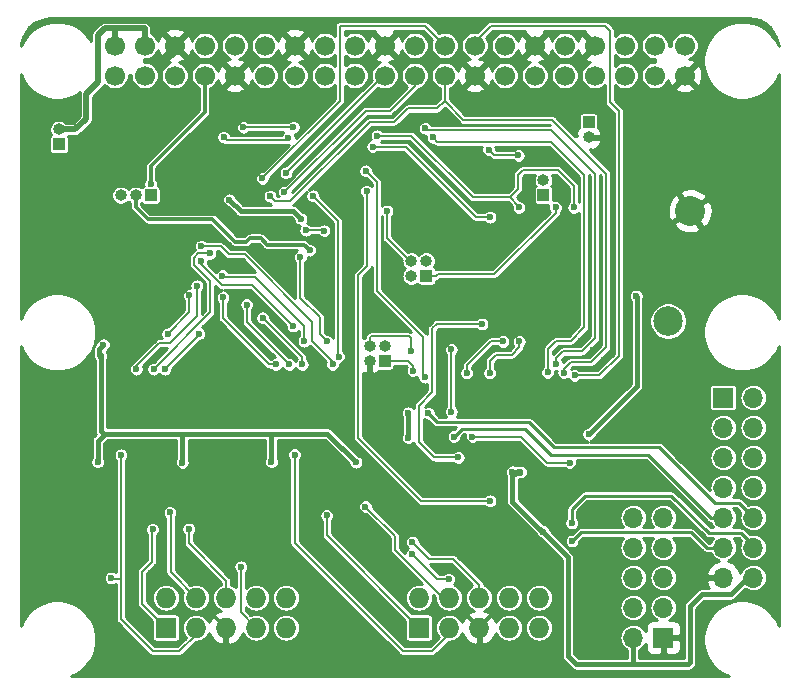
<source format=gbl>
G04 #@! TF.GenerationSoftware,KiCad,Pcbnew,(5.1.4-0)*
G04 #@! TF.CreationDate,2019-10-15T22:26:56+01:00*
G04 #@! TF.ProjectId,raspi-serial-hat,72617370-692d-4736-9572-69616c2d6861,3*
G04 #@! TF.SameCoordinates,Original*
G04 #@! TF.FileFunction,Copper,L2,Bot*
G04 #@! TF.FilePolarity,Positive*
%FSLAX46Y46*%
G04 Gerber Fmt 4.6, Leading zero omitted, Abs format (unit mm)*
G04 Created by KiCad (PCBNEW (5.1.4-0)) date 2019-10-15 22:26:56*
%MOMM*%
%LPD*%
G04 APERTURE LIST*
%ADD10O,1.000000X1.000000*%
%ADD11R,1.000000X1.000000*%
%ADD12O,1.700000X1.700000*%
%ADD13R,1.700000X1.700000*%
%ADD14C,2.540000*%
%ADD15C,2.500000*%
%ADD16O,1.727200X1.727200*%
%ADD17R,1.727200X1.727200*%
%ADD18C,1.700000*%
%ADD19C,0.600000*%
%ADD20C,0.400000*%
%ADD21C,0.300000*%
%ADD22C,0.200000*%
%ADD23C,0.500000*%
%ADD24C,0.250000*%
%ADD25C,0.254000*%
G04 APERTURE END LIST*
D10*
X67380000Y-52030000D03*
X68650000Y-52030000D03*
X67380000Y-53300000D03*
D11*
X68650000Y-53300000D03*
D10*
X63855000Y-59230000D03*
X65125000Y-59230000D03*
X63855000Y-60500000D03*
D11*
X65125000Y-60500000D03*
D12*
X86180000Y-73760000D03*
X88720000Y-73760000D03*
X86180000Y-76300000D03*
X88720000Y-76300000D03*
X86180000Y-78840000D03*
X88720000Y-78840000D03*
X86180000Y-81380000D03*
X88720000Y-81380000D03*
X86180000Y-83920000D03*
D13*
X88720000Y-83920000D03*
D14*
X90992367Y-47779742D03*
D15*
X89125000Y-57125000D03*
D10*
X37550000Y-40905000D03*
D11*
X37550000Y-42175000D03*
D10*
X42785000Y-46475000D03*
X44055000Y-46475000D03*
D11*
X45325000Y-46475000D03*
D10*
X78575000Y-45205000D03*
D11*
X78575000Y-46475000D03*
D10*
X82400000Y-41545000D03*
D11*
X82400000Y-40275000D03*
D12*
X96340000Y-78840000D03*
X93800000Y-78840000D03*
X96340000Y-76300000D03*
X93800000Y-76300000D03*
X96340000Y-73760000D03*
X93800000Y-73760000D03*
X96340000Y-71220000D03*
X93800000Y-71220000D03*
X96340000Y-68680000D03*
X93800000Y-68680000D03*
X96340000Y-66140000D03*
X93800000Y-66140000D03*
X96340000Y-63600000D03*
D13*
X93800000Y-63600000D03*
D16*
X78210000Y-80535000D03*
X78210000Y-83075000D03*
X75670000Y-80535000D03*
X75670000Y-83075000D03*
X73130000Y-80535000D03*
X73130000Y-83075000D03*
X70590000Y-80535000D03*
X70590000Y-83075000D03*
X68050000Y-80535000D03*
D17*
X68050000Y-83075000D03*
D16*
X56770000Y-80535000D03*
X56770000Y-83075000D03*
X54230000Y-80535000D03*
X54230000Y-83075000D03*
X51690000Y-80535000D03*
X51690000Y-83075000D03*
X49150000Y-80535000D03*
X49150000Y-83075000D03*
X46610000Y-80535000D03*
D17*
X46610000Y-83075000D03*
D18*
X90530000Y-33795000D03*
X90530000Y-36335000D03*
X87990000Y-33795000D03*
X87990000Y-36335000D03*
X85450000Y-33795000D03*
X85450000Y-36335000D03*
X82910000Y-33795000D03*
X82910000Y-36335000D03*
X80370000Y-33795000D03*
X80370000Y-36335000D03*
X77830000Y-33795000D03*
X77830000Y-36335000D03*
X75290000Y-33795000D03*
X75290000Y-36335000D03*
X72750000Y-33795000D03*
X72750000Y-36335000D03*
X70210000Y-33795000D03*
X70210000Y-36335000D03*
X67670000Y-33795000D03*
X67670000Y-36335000D03*
X65130000Y-33795000D03*
X65130000Y-36335000D03*
X62590000Y-33795000D03*
X62590000Y-36335000D03*
X60050000Y-33795000D03*
X60050000Y-36335000D03*
X57510000Y-33795000D03*
X57510000Y-36335000D03*
X54970000Y-33795000D03*
X54970000Y-36335000D03*
X52430000Y-33795000D03*
X52430000Y-36335000D03*
X49890000Y-33795000D03*
X49890000Y-36335000D03*
X47350000Y-33795000D03*
X47350000Y-36335000D03*
X44810000Y-33795000D03*
X44810000Y-36335000D03*
X42270000Y-33795000D03*
X42270000Y-36335000D03*
D19*
X53000000Y-52075000D03*
X53000000Y-49675000D03*
X55400000Y-52075000D03*
X54200000Y-50875000D03*
X55400000Y-49675000D03*
X35595000Y-49450000D03*
X79025000Y-56325000D03*
X76550000Y-64875000D03*
X80900000Y-64975000D03*
X63575000Y-54050000D03*
X65275000Y-54050000D03*
X68425000Y-45600000D03*
X50300000Y-74725000D03*
X55150000Y-75900000D03*
X75400000Y-45600000D03*
X81775000Y-58825000D03*
X82800000Y-59575000D03*
X83675000Y-60450000D03*
X85550000Y-60450000D03*
X35600000Y-52700000D03*
X35575000Y-46275000D03*
X37025000Y-78575000D03*
X54100000Y-73425000D03*
X45100000Y-40675000D03*
X48800000Y-39450000D03*
X63350000Y-76125000D03*
X77025000Y-70950000D03*
X75075000Y-70525000D03*
X78075000Y-70525000D03*
X62875000Y-50150000D03*
X62175000Y-55250000D03*
X59750000Y-55250000D03*
X48750000Y-49350000D03*
X46325000Y-39450000D03*
X70275000Y-55050000D03*
X62025000Y-61425000D03*
X66950000Y-54500000D03*
X64475000Y-43400000D03*
X43925000Y-48500000D03*
X51375000Y-58200000D03*
X79500000Y-77800000D03*
X81575000Y-77800000D03*
X60975000Y-46525000D03*
X67100000Y-72450000D03*
X48375000Y-61200000D03*
X81225000Y-61725000D03*
X54775000Y-45050000D03*
X75950000Y-69875000D03*
X76625000Y-69900000D03*
X86425000Y-55000000D03*
X78550000Y-74950000D03*
X51975000Y-46850000D03*
X67125000Y-64900000D03*
X58050000Y-48475000D03*
X82400000Y-66700000D03*
X67125000Y-67000000D03*
X70775000Y-64800000D03*
X72550000Y-66900000D03*
X70775000Y-59525000D03*
X65325000Y-47800000D03*
X80800000Y-69100000D03*
X58462500Y-49437500D03*
X60000000Y-49475000D03*
X58775000Y-51125000D03*
X52950000Y-77925000D03*
X48550000Y-74725000D03*
X46950000Y-73325000D03*
X42800000Y-68450000D03*
X41975000Y-78875000D03*
X45475000Y-74750000D03*
X49225000Y-54125000D03*
X44100000Y-61200000D03*
X50325000Y-51400000D03*
X45575000Y-61200000D03*
X46775000Y-58200000D03*
X46525000Y-61200000D03*
X49400000Y-58200000D03*
X48600000Y-54950000D03*
X57500000Y-68425000D03*
X57050000Y-60800000D03*
X53450000Y-55725000D03*
X55925000Y-60800000D03*
X51450000Y-55125000D03*
X80975000Y-74225000D03*
X81000000Y-75750000D03*
X68825000Y-64925000D03*
X71000000Y-66900000D03*
X79625000Y-60725000D03*
X68550000Y-40800000D03*
X56775000Y-44575000D03*
X55425000Y-46550000D03*
X80300000Y-61500000D03*
X78925000Y-61475000D03*
X56650000Y-46200000D03*
X69225000Y-41575000D03*
X70550000Y-78975000D03*
X67475000Y-76850000D03*
X67475000Y-75825000D03*
X63500000Y-72825000D03*
X60225000Y-73575000D03*
X76450000Y-43100000D03*
X73925000Y-42600000D03*
X58000000Y-51700000D03*
X60225000Y-58825000D03*
X58150000Y-60800000D03*
X54800000Y-56850000D03*
X51400000Y-53275000D03*
X58300000Y-58825000D03*
X57375000Y-57550000D03*
X49575000Y-52025000D03*
X60725000Y-60800000D03*
X49587500Y-50787500D03*
X59050000Y-46525000D03*
X61225000Y-60125000D03*
X67525000Y-61325000D03*
X48000000Y-69100000D03*
X62700000Y-69075000D03*
X41100000Y-60100000D03*
X41325000Y-59125000D03*
X40850000Y-69050000D03*
X55550000Y-69050000D03*
X67325000Y-59675000D03*
X45325000Y-45525000D03*
X79600000Y-47500000D03*
X57400000Y-40700000D03*
X76525000Y-58850000D03*
X74025000Y-61525000D03*
X53175000Y-40725000D03*
X81150000Y-47500000D03*
X64475000Y-41425000D03*
X76500000Y-47500000D03*
X74050000Y-72350000D03*
X63600000Y-46125000D03*
X63525000Y-44400000D03*
X68525000Y-61875000D03*
X71350000Y-68675000D03*
X73375000Y-57375000D03*
X51500000Y-41550000D03*
X75150000Y-58850000D03*
X72075000Y-61525000D03*
X74050000Y-48325000D03*
X56975000Y-41600000D03*
X64125000Y-42350000D03*
D20*
X47350000Y-33795000D02*
X47350000Y-34325000D01*
X46800000Y-34875000D02*
X47350000Y-34325000D01*
X46800000Y-34345000D02*
X47350000Y-33795000D01*
X46800000Y-34875000D02*
X46800000Y-34345000D01*
D21*
X73130000Y-83075000D02*
X73130000Y-83055000D01*
X73130000Y-83055000D02*
X71875000Y-81800000D01*
X73130000Y-83075000D02*
X73130000Y-83020000D01*
X73130000Y-83020000D02*
X74350000Y-81800000D01*
X51690000Y-83075000D02*
X51675000Y-83075000D01*
X51675000Y-83075000D02*
X50500000Y-81900000D01*
D22*
X48800000Y-39450000D02*
X46325000Y-39450000D01*
X46325000Y-39450000D02*
X45100000Y-40675000D01*
D21*
X77750000Y-55050000D02*
X79025000Y-56325000D01*
X70275000Y-55050000D02*
X77750000Y-55050000D01*
X66500000Y-54050000D02*
X66950000Y-54500000D01*
X65275000Y-54050000D02*
X66500000Y-54050000D01*
D22*
X66650000Y-45600000D02*
X68425000Y-45600000D01*
X64475000Y-43425000D02*
X66650000Y-45600000D01*
X64475000Y-43400000D02*
X64475000Y-43425000D01*
D20*
X75075000Y-73375000D02*
X75075000Y-70525000D01*
X79500000Y-77800000D02*
X75075000Y-73375000D01*
D22*
X62875000Y-50150000D02*
X62875000Y-48425000D01*
X62875000Y-48425000D02*
X60975000Y-46525000D01*
X48375000Y-61200000D02*
X51375000Y-58200000D01*
X72750000Y-33485000D02*
X72750000Y-33795000D01*
X74110000Y-32125000D02*
X72750000Y-33485000D01*
X83775000Y-32125000D02*
X74110000Y-32125000D01*
X84200000Y-32550000D02*
X83775000Y-32125000D01*
X84200000Y-38600000D02*
X84200000Y-32550000D01*
X84950000Y-39350000D02*
X84200000Y-38600000D01*
X81225000Y-61725000D02*
X83300000Y-61725000D01*
X84950000Y-60075000D02*
X84950000Y-39350000D01*
X83300000Y-61725000D02*
X84950000Y-60075000D01*
X70210000Y-33805000D02*
X70210000Y-33795000D01*
X54775000Y-45050000D02*
X61350000Y-38475000D01*
X61350000Y-32125000D02*
X68540000Y-32125000D01*
X61350000Y-38475000D02*
X61350000Y-32125000D01*
X68540000Y-32125000D02*
X70210000Y-33795000D01*
D20*
X75950000Y-70300000D02*
X75950000Y-70975000D01*
X75950000Y-69950000D02*
X76600000Y-69950000D01*
X76600000Y-69875000D02*
X76625000Y-69900000D01*
X75950000Y-69875000D02*
X76600000Y-69875000D01*
X76325000Y-69900000D02*
X75950000Y-70275000D01*
X76625000Y-69900000D02*
X76325000Y-69900000D01*
X75950000Y-70275000D02*
X75950000Y-69950000D01*
X75950000Y-70975000D02*
X75950000Y-70275000D01*
X86475000Y-55050000D02*
X86425000Y-55000000D01*
X86475000Y-62650000D02*
X86475000Y-55050000D01*
X82425000Y-66700000D02*
X86475000Y-62650000D01*
X82400000Y-66700000D02*
X82425000Y-66700000D01*
D22*
X95817500Y-79362500D02*
X96340000Y-78840000D01*
X95337500Y-79362500D02*
X95817500Y-79362500D01*
D20*
X95337500Y-79362500D02*
X95835000Y-78865000D01*
X94425000Y-80275000D02*
X95337500Y-79362500D01*
X91975000Y-80275000D02*
X94425000Y-80275000D01*
X91000000Y-81250000D02*
X91975000Y-80275000D01*
X91000000Y-86025000D02*
X91000000Y-81250000D01*
X90825000Y-86200000D02*
X91000000Y-86025000D01*
X86180000Y-83920000D02*
X86180000Y-86105000D01*
X86275000Y-86200000D02*
X90825000Y-86200000D01*
X86180000Y-86105000D02*
X86275000Y-86200000D01*
X81350000Y-86200000D02*
X86275000Y-86200000D01*
X80650000Y-85500000D02*
X81350000Y-86200000D01*
X80650000Y-77125000D02*
X80650000Y-85500000D01*
X75950000Y-72425000D02*
X80650000Y-77125000D01*
X75950000Y-70975000D02*
X75950000Y-72425000D01*
X52950000Y-47825000D02*
X51975000Y-46850000D01*
X57400000Y-47825000D02*
X52950000Y-47825000D01*
X58050000Y-48475000D02*
X57400000Y-47825000D01*
X67125000Y-67000000D02*
X67125000Y-64900000D01*
D23*
X42270000Y-33805000D02*
X42270000Y-32355000D01*
X44810000Y-33805000D02*
X44810000Y-32355000D01*
X40860000Y-32915000D02*
X41430000Y-32345000D01*
X40860000Y-36915000D02*
X40860000Y-32915000D01*
X41430000Y-32345000D02*
X42270000Y-32345000D01*
X39875000Y-37900000D02*
X40860000Y-36915000D01*
X37550000Y-40905000D02*
X38945000Y-40905000D01*
X39875000Y-39975000D02*
X39875000Y-37900000D01*
X42270000Y-32345000D02*
X44810000Y-32345000D01*
X38945000Y-40905000D02*
X39875000Y-39975000D01*
D22*
X70775000Y-59525000D02*
X70775000Y-64800000D01*
X65325000Y-50100000D02*
X67255000Y-52030000D01*
X67255000Y-52030000D02*
X67380000Y-52030000D01*
X65325000Y-47800000D02*
X65325000Y-50100000D01*
X76650000Y-66900000D02*
X72550000Y-66900000D01*
X78850000Y-69100000D02*
X76650000Y-66900000D01*
X80800000Y-69100000D02*
X78850000Y-69100000D01*
X59962500Y-49437500D02*
X58462500Y-49437500D01*
X60000000Y-49475000D02*
X59962500Y-49437500D01*
D21*
X44055000Y-47480000D02*
X44055000Y-46475000D01*
X45075000Y-48500000D02*
X44055000Y-47480000D01*
X50550000Y-48500000D02*
X45075000Y-48500000D01*
X52450000Y-50400000D02*
X50550000Y-48500000D01*
X53425000Y-50400000D02*
X52450000Y-50400000D01*
X53725000Y-50100000D02*
X53425000Y-50400000D01*
X54650000Y-50100000D02*
X53725000Y-50100000D01*
X55200000Y-50650000D02*
X54650000Y-50100000D01*
X58775000Y-51125000D02*
X58300000Y-50650000D01*
X55200000Y-50650000D02*
X58300000Y-50650000D01*
D22*
X52950000Y-81795000D02*
X54230000Y-83075000D01*
X52950000Y-77925000D02*
X52950000Y-81795000D01*
X51690000Y-79095000D02*
X51690000Y-80535000D01*
X48550000Y-75955000D02*
X51690000Y-79095000D01*
X48550000Y-74725000D02*
X48550000Y-75955000D01*
X47000000Y-73375000D02*
X47000000Y-78385000D01*
X46950000Y-73325000D02*
X47000000Y-73375000D01*
X47000000Y-78385000D02*
X49150000Y-80535000D01*
X41975000Y-78875000D02*
X42050000Y-78950000D01*
X42800000Y-78950000D02*
X42800000Y-68450000D01*
X42050000Y-78950000D02*
X42800000Y-78950000D01*
X42800000Y-82375000D02*
X42800000Y-78950000D01*
X45500000Y-85075000D02*
X42800000Y-82375000D01*
X47760000Y-85075000D02*
X45500000Y-85075000D01*
X49150000Y-83685000D02*
X47760000Y-85075000D01*
X49150000Y-83075000D02*
X49150000Y-83685000D01*
X46585000Y-83075000D02*
X46610000Y-83075000D01*
X44550000Y-81040000D02*
X46585000Y-83075000D01*
X44550000Y-78350000D02*
X44550000Y-81040000D01*
X44975000Y-77925000D02*
X44550000Y-78350000D01*
X44985000Y-77925000D02*
X44975000Y-77925000D01*
X45400000Y-77500000D02*
X44975000Y-77925000D01*
X45400000Y-74825000D02*
X45400000Y-77500000D01*
X45475000Y-74750000D02*
X45400000Y-74825000D01*
X49225000Y-56675000D02*
X49225000Y-54125000D01*
X44100000Y-60925000D02*
X46050000Y-58975000D01*
X44100000Y-61200000D02*
X44100000Y-60925000D01*
X46925000Y-58975000D02*
X49225000Y-56675000D01*
X46050000Y-58975000D02*
X46925000Y-58975000D01*
X49325000Y-51400000D02*
X50325000Y-51400000D01*
X48975000Y-51750000D02*
X49325000Y-51400000D01*
X48975000Y-52350000D02*
X48975000Y-51750000D01*
X50375000Y-53750000D02*
X48975000Y-52350000D01*
X50375000Y-56375000D02*
X50375000Y-53750000D01*
X45575000Y-61175000D02*
X50375000Y-56375000D01*
X45575000Y-61200000D02*
X45575000Y-61175000D01*
X49400000Y-58325000D02*
X46525000Y-61200000D01*
X49400000Y-58200000D02*
X49400000Y-58325000D01*
X48600000Y-56375000D02*
X46775000Y-58200000D01*
X48600000Y-54950000D02*
X48600000Y-56375000D01*
X66650000Y-85050000D02*
X69150000Y-85050000D01*
X69150000Y-85050000D02*
X70590000Y-83610000D01*
X57500000Y-75900000D02*
X66650000Y-85050000D01*
X70590000Y-83610000D02*
X70590000Y-83075000D01*
X57500000Y-68425000D02*
X57500000Y-75900000D01*
X57025000Y-60800000D02*
X57050000Y-60800000D01*
X53450000Y-57225000D02*
X57025000Y-60800000D01*
X53450000Y-55725000D02*
X53450000Y-57225000D01*
X51450000Y-55125000D02*
X51450000Y-56900000D01*
X55350000Y-60800000D02*
X55925000Y-60800000D01*
X51450000Y-56900000D02*
X55350000Y-60800000D01*
D24*
X96390000Y-76140000D02*
X96390000Y-76325000D01*
X95300000Y-75050000D02*
X96390000Y-76140000D01*
X92550000Y-75050000D02*
X95300000Y-75050000D01*
X82100000Y-71900000D02*
X89400000Y-71900000D01*
X80975000Y-73025000D02*
X82100000Y-71900000D01*
X89400000Y-71900000D02*
X92550000Y-75050000D01*
X80975000Y-74225000D02*
X80975000Y-73025000D01*
X92400000Y-76325000D02*
X93850000Y-76325000D01*
X91100000Y-75025000D02*
X92400000Y-76325000D01*
X81725000Y-75025000D02*
X91100000Y-75025000D01*
X81000000Y-75750000D02*
X81725000Y-75025000D01*
X69125000Y-65225000D02*
X68825000Y-64925000D01*
X69575000Y-65675000D02*
X69125000Y-65225000D01*
X77375000Y-65675000D02*
X69575000Y-65675000D01*
X79475000Y-67775000D02*
X77375000Y-65675000D01*
X88375000Y-67775000D02*
X79475000Y-67775000D01*
X93100000Y-72500000D02*
X88375000Y-67775000D01*
X95100000Y-72500000D02*
X93100000Y-72500000D01*
X96385000Y-73785000D02*
X95100000Y-72500000D01*
X96390000Y-73785000D02*
X96385000Y-73785000D01*
X92785000Y-73785000D02*
X93850000Y-73785000D01*
X87425000Y-68425000D02*
X92785000Y-73785000D01*
X77025000Y-66225000D02*
X79225000Y-68425000D01*
X79225000Y-68425000D02*
X87425000Y-68425000D01*
X71675000Y-66225000D02*
X77025000Y-66225000D01*
X71000000Y-66900000D02*
X71675000Y-66225000D01*
D22*
X79625000Y-60275000D02*
X79625000Y-60725000D01*
X80200000Y-59700000D02*
X79625000Y-60275000D01*
X79250000Y-40975000D02*
X82950000Y-44675000D01*
X81825000Y-59700000D02*
X80200000Y-59700000D01*
X68725000Y-40975000D02*
X79250000Y-40975000D01*
X82950000Y-58575000D02*
X81825000Y-59700000D01*
X82950000Y-44675000D02*
X82950000Y-58575000D01*
X68550000Y-40800000D02*
X68725000Y-40975000D01*
X56775000Y-44575000D02*
X65015000Y-36335000D01*
X65015000Y-36335000D02*
X65130000Y-36335000D01*
X70210000Y-38515000D02*
X70210000Y-36335000D01*
X69600000Y-39125000D02*
X70210000Y-38515000D01*
X67075000Y-39125000D02*
X69600000Y-39125000D01*
X57100000Y-47000000D02*
X63850000Y-40250000D01*
X63850000Y-40250000D02*
X65950000Y-40250000D01*
X55850000Y-47000000D02*
X57100000Y-47000000D01*
X55425000Y-46575000D02*
X55850000Y-47000000D01*
X65950000Y-40250000D02*
X67075000Y-39125000D01*
X55425000Y-46550000D02*
X55425000Y-46575000D01*
X71795000Y-40100000D02*
X70210000Y-38515000D01*
X79325000Y-40100000D02*
X71795000Y-40100000D01*
X83900000Y-44675000D02*
X79325000Y-40100000D01*
X83900000Y-59325000D02*
X83900000Y-44675000D01*
X82625000Y-60600000D02*
X83900000Y-59325000D01*
X80875000Y-60600000D02*
X82625000Y-60600000D01*
X80300000Y-61175000D02*
X80875000Y-60600000D01*
X80300000Y-61500000D02*
X80300000Y-61175000D01*
X65550000Y-39325000D02*
X67670000Y-37205000D01*
X63525000Y-39325000D02*
X65550000Y-39325000D01*
X67670000Y-37205000D02*
X67670000Y-36335000D01*
X56650000Y-46200000D02*
X63525000Y-39325000D01*
X78950000Y-61450000D02*
X78925000Y-61475000D01*
X78950000Y-59500000D02*
X78950000Y-61450000D01*
X79675000Y-58775000D02*
X78950000Y-59500000D01*
X80900000Y-58775000D02*
X79675000Y-58775000D01*
X82025000Y-57650000D02*
X80900000Y-58775000D01*
X82025000Y-44725000D02*
X82025000Y-57650000D01*
X79250000Y-41950000D02*
X82025000Y-44725000D01*
X69600000Y-41950000D02*
X79250000Y-41950000D01*
X69225000Y-41575000D02*
X69600000Y-41950000D01*
X69600000Y-78975000D02*
X70550000Y-78975000D01*
X67475000Y-76850000D02*
X69600000Y-78975000D01*
X73130000Y-79480000D02*
X73130000Y-80535000D01*
X70925000Y-77275000D02*
X73130000Y-79480000D01*
X68925000Y-77275000D02*
X70925000Y-77275000D01*
X67475000Y-75825000D02*
X68925000Y-77275000D01*
X66000000Y-76500000D02*
X70035000Y-80535000D01*
X70035000Y-80535000D02*
X70590000Y-80535000D01*
X66000000Y-75337500D02*
X66000000Y-76500000D01*
X63500000Y-72837500D02*
X66000000Y-75337500D01*
X63500000Y-72825000D02*
X63500000Y-72837500D01*
X60225000Y-75250000D02*
X68050000Y-83075000D01*
X60225000Y-73575000D02*
X60225000Y-75250000D01*
X74425000Y-43100000D02*
X76450000Y-43100000D01*
X73925000Y-42600000D02*
X74425000Y-43100000D01*
X59650000Y-56800000D02*
X58000000Y-55150000D01*
X58000000Y-55150000D02*
X58000000Y-51700000D01*
X59650000Y-58250000D02*
X59650000Y-56800000D01*
X60225000Y-58825000D02*
X59650000Y-58250000D01*
X58150000Y-60200000D02*
X58150000Y-60800000D01*
X54800000Y-56850000D02*
X58150000Y-60200000D01*
X51500000Y-53375000D02*
X51400000Y-53275000D01*
X54150000Y-53375000D02*
X51500000Y-53375000D01*
X58300000Y-57525000D02*
X54150000Y-53375000D01*
X58300000Y-58825000D02*
X58300000Y-57525000D01*
X53900000Y-54075000D02*
X57375000Y-57550000D01*
X51325000Y-54075000D02*
X53900000Y-54075000D01*
X49575000Y-52325000D02*
X51325000Y-54075000D01*
X49575000Y-52025000D02*
X49575000Y-52325000D01*
X60725000Y-60550000D02*
X60725000Y-60800000D01*
X59000000Y-58825000D02*
X60725000Y-60550000D01*
X59000000Y-57200000D02*
X59000000Y-58825000D01*
X53275000Y-51475000D02*
X59000000Y-57200000D01*
X51925000Y-51475000D02*
X53275000Y-51475000D01*
X51237500Y-50787500D02*
X51925000Y-51475000D01*
X49587500Y-50787500D02*
X51237500Y-50787500D01*
X61200000Y-48675000D02*
X59050000Y-46525000D01*
X61200000Y-60100000D02*
X61200000Y-48675000D01*
X61225000Y-60125000D02*
X61200000Y-60100000D01*
X67100000Y-60500000D02*
X65125000Y-60500000D01*
X67525000Y-60925000D02*
X67100000Y-60500000D01*
X67525000Y-61325000D02*
X67525000Y-60925000D01*
D20*
X48000000Y-69100000D02*
X48000000Y-66675000D01*
X40975000Y-59975000D02*
X41100000Y-60100000D01*
X40975000Y-59475000D02*
X40975000Y-59975000D01*
X41325000Y-59125000D02*
X40975000Y-59475000D01*
X55550000Y-66775000D02*
X55550000Y-69050000D01*
X55425000Y-66650000D02*
X55550000Y-66775000D01*
X55250000Y-66650000D02*
X55425000Y-66650000D01*
X60275000Y-66650000D02*
X62700000Y-69075000D01*
X55250000Y-66650000D02*
X60275000Y-66650000D01*
X41450000Y-66650000D02*
X55250000Y-66650000D01*
X40850000Y-69050000D02*
X40850000Y-67250000D01*
X41450000Y-66650000D02*
X40850000Y-67250000D01*
X41100000Y-66425000D02*
X41300000Y-66625000D01*
X41100000Y-60100000D02*
X41100000Y-66425000D01*
D22*
X63855000Y-58570000D02*
X63855000Y-59230000D01*
X64000000Y-58425000D02*
X63855000Y-58570000D01*
X67150000Y-58425000D02*
X64000000Y-58425000D01*
X67325000Y-58600000D02*
X67150000Y-58425000D01*
X67325000Y-59675000D02*
X67325000Y-58600000D01*
D21*
X49900000Y-36345000D02*
X49890000Y-36335000D01*
X49900000Y-39425000D02*
X49900000Y-36345000D01*
X45325000Y-44000000D02*
X49900000Y-39425000D01*
X45325000Y-45525000D02*
X45325000Y-44000000D01*
D22*
X69475000Y-53300000D02*
X68650000Y-53300000D01*
X69625000Y-53150000D02*
X69475000Y-53300000D01*
X74425000Y-53150000D02*
X69625000Y-53150000D01*
X79600000Y-47975000D02*
X74425000Y-53150000D01*
X79600000Y-47500000D02*
X79600000Y-47975000D01*
X76400000Y-45975000D02*
X75725000Y-46650000D01*
X76400000Y-44750000D02*
X76400000Y-45975000D01*
X76825000Y-44325000D02*
X76400000Y-44750000D01*
X79795000Y-44325000D02*
X76825000Y-44325000D01*
X80650000Y-45180000D02*
X79795000Y-44325000D01*
X53200000Y-40700000D02*
X57400000Y-40700000D01*
X53175000Y-40725000D02*
X53200000Y-40700000D01*
X80650000Y-45180000D02*
X81150000Y-45680000D01*
X81150000Y-45680000D02*
X81150000Y-47500000D01*
X75900000Y-59975000D02*
X76525000Y-59350000D01*
X76525000Y-59350000D02*
X76525000Y-58850000D01*
X74550000Y-59975000D02*
X75900000Y-59975000D01*
X74025000Y-60500000D02*
X74550000Y-59975000D01*
X74025000Y-61525000D02*
X74025000Y-60500000D01*
X72600000Y-46650000D02*
X75725000Y-46650000D01*
X67375000Y-41425000D02*
X72600000Y-46650000D01*
X64475000Y-41425000D02*
X67375000Y-41425000D01*
X76500000Y-47425000D02*
X75725000Y-46650000D01*
X76500000Y-47500000D02*
X76500000Y-47425000D01*
X63600000Y-49175000D02*
X63600000Y-46125000D01*
X63600000Y-52500000D02*
X63600000Y-49175000D01*
X62900000Y-53200000D02*
X63600000Y-52500000D01*
X68225000Y-72350000D02*
X62900000Y-67025000D01*
X62900000Y-67025000D02*
X62900000Y-53200000D01*
X74050000Y-72350000D02*
X68225000Y-72350000D01*
X64450000Y-45325000D02*
X63525000Y-44400000D01*
X64450000Y-54550000D02*
X64450000Y-45325000D01*
X68375000Y-61725000D02*
X68375000Y-58475000D01*
X68525000Y-61875000D02*
X68375000Y-61725000D01*
X68375000Y-58475000D02*
X64450000Y-54550000D01*
X68025000Y-64275000D02*
X68025000Y-67400000D01*
X69150000Y-63150000D02*
X68025000Y-64275000D01*
X69150000Y-57750000D02*
X69150000Y-63150000D01*
X69525000Y-57375000D02*
X69150000Y-57750000D01*
X69300000Y-68675000D02*
X71350000Y-68675000D01*
X68025000Y-67400000D02*
X69300000Y-68675000D01*
X73375000Y-57375000D02*
X69525000Y-57375000D01*
X72075000Y-60875000D02*
X74100000Y-58850000D01*
X74100000Y-58850000D02*
X75150000Y-58850000D01*
X72075000Y-61525000D02*
X72075000Y-60875000D01*
X51775000Y-41825000D02*
X51500000Y-41550000D01*
X56750000Y-41825000D02*
X51775000Y-41825000D01*
X56975000Y-41600000D02*
X56750000Y-41825000D01*
X72875000Y-48325000D02*
X74050000Y-48325000D01*
X64125000Y-42350000D02*
X66900000Y-42350000D01*
X66900000Y-42350000D02*
X72875000Y-48325000D01*
D25*
G36*
X96404242Y-31528369D02*
G01*
X96889286Y-31674812D01*
X97336642Y-31912674D01*
X97729282Y-32232904D01*
X98052241Y-32623294D01*
X98293222Y-33068980D01*
X98443048Y-33552987D01*
X98476856Y-33874645D01*
X98326194Y-33510916D01*
X97964831Y-32970098D01*
X97504902Y-32510169D01*
X96964084Y-32148806D01*
X96363158Y-31899894D01*
X95725219Y-31773000D01*
X95074781Y-31773000D01*
X94436842Y-31899894D01*
X93835916Y-32148806D01*
X93295098Y-32510169D01*
X92835169Y-32970098D01*
X92473806Y-33510916D01*
X92224894Y-34111842D01*
X92098000Y-34749781D01*
X92098000Y-35400219D01*
X92224894Y-36038158D01*
X92473806Y-36639084D01*
X92835169Y-37179902D01*
X93295098Y-37639831D01*
X93835916Y-38001194D01*
X94436842Y-38250106D01*
X95074781Y-38377000D01*
X95725219Y-38377000D01*
X96363158Y-38250106D01*
X96964084Y-38001194D01*
X97504902Y-37639831D01*
X97964831Y-37179902D01*
X98326194Y-36639084D01*
X98498001Y-36224306D01*
X98498001Y-56925692D01*
X98326194Y-56510916D01*
X97964831Y-55970098D01*
X97504902Y-55510169D01*
X96964084Y-55148806D01*
X96363158Y-54899894D01*
X95725219Y-54773000D01*
X95074781Y-54773000D01*
X94436842Y-54899894D01*
X93835916Y-55148806D01*
X93295098Y-55510169D01*
X92835169Y-55970098D01*
X92473806Y-56510916D01*
X92224894Y-57111842D01*
X92098000Y-57749781D01*
X92098000Y-58400219D01*
X92224894Y-59038158D01*
X92473806Y-59639084D01*
X92835169Y-60179902D01*
X93295098Y-60639831D01*
X93835916Y-61001194D01*
X94436842Y-61250106D01*
X95074781Y-61377000D01*
X95725219Y-61377000D01*
X96363158Y-61250106D01*
X96964084Y-61001194D01*
X97504902Y-60639831D01*
X97964831Y-60179902D01*
X98326194Y-59639084D01*
X98498001Y-59224308D01*
X98498000Y-82925692D01*
X98326194Y-82510916D01*
X97964831Y-81970098D01*
X97504902Y-81510169D01*
X96964084Y-81148806D01*
X96363158Y-80899894D01*
X95725219Y-80773000D01*
X95074781Y-80773000D01*
X94436842Y-80899894D01*
X93835916Y-81148806D01*
X93295098Y-81510169D01*
X92835169Y-81970098D01*
X92473806Y-82510916D01*
X92224894Y-83111842D01*
X92098000Y-83749781D01*
X92098000Y-84400219D01*
X92224894Y-85038158D01*
X92473806Y-85639084D01*
X92835169Y-86179902D01*
X93295098Y-86639831D01*
X93835916Y-87001194D01*
X94250692Y-87173000D01*
X38549308Y-87173000D01*
X38964084Y-87001194D01*
X39504902Y-86639831D01*
X39964831Y-86179902D01*
X40326194Y-85639084D01*
X40575106Y-85038158D01*
X40702000Y-84400219D01*
X40702000Y-83749781D01*
X40575106Y-83111842D01*
X40326194Y-82510916D01*
X39964831Y-81970098D01*
X39504902Y-81510169D01*
X38964084Y-81148806D01*
X38363158Y-80899894D01*
X37725219Y-80773000D01*
X37074781Y-80773000D01*
X36436842Y-80899894D01*
X35835916Y-81148806D01*
X35295098Y-81510169D01*
X34835169Y-81970098D01*
X34473806Y-82510916D01*
X34302000Y-82925692D01*
X34302000Y-78813246D01*
X41348000Y-78813246D01*
X41348000Y-78936754D01*
X41372095Y-79057889D01*
X41419360Y-79171996D01*
X41487977Y-79274689D01*
X41575311Y-79362023D01*
X41678004Y-79430640D01*
X41792111Y-79477905D01*
X41913246Y-79502000D01*
X42036754Y-79502000D01*
X42157889Y-79477905D01*
X42271996Y-79430640D01*
X42352274Y-79377000D01*
X42373001Y-79377000D01*
X42373000Y-82354033D01*
X42370935Y-82375000D01*
X42373000Y-82395967D01*
X42373000Y-82395977D01*
X42379178Y-82458706D01*
X42403595Y-82539195D01*
X42404009Y-82539969D01*
X42443245Y-82613376D01*
X42476731Y-82654178D01*
X42496605Y-82678395D01*
X42512900Y-82691768D01*
X45183236Y-85362105D01*
X45196605Y-85378395D01*
X45212895Y-85391764D01*
X45212899Y-85391768D01*
X45261623Y-85431756D01*
X45335803Y-85471405D01*
X45354248Y-85477000D01*
X45416293Y-85495822D01*
X45479022Y-85502000D01*
X45479033Y-85502000D01*
X45500000Y-85504065D01*
X45520967Y-85502000D01*
X47739033Y-85502000D01*
X47760000Y-85504065D01*
X47780967Y-85502000D01*
X47780978Y-85502000D01*
X47843707Y-85495822D01*
X47924196Y-85471405D01*
X47998376Y-85431755D01*
X48063395Y-85378395D01*
X48076768Y-85362100D01*
X49173269Y-84265600D01*
X49208481Y-84265600D01*
X49383398Y-84248372D01*
X49607827Y-84180293D01*
X49814662Y-84069737D01*
X49995954Y-83920954D01*
X50144737Y-83739662D01*
X50255293Y-83532827D01*
X50262080Y-83510453D01*
X50333036Y-83710978D01*
X50483183Y-83963488D01*
X50679707Y-84181854D01*
X50915056Y-84357684D01*
X51180186Y-84484222D01*
X51330974Y-84529958D01*
X51563000Y-84408817D01*
X51563000Y-83202000D01*
X51543000Y-83202000D01*
X51543000Y-82948000D01*
X51563000Y-82948000D01*
X51563000Y-82928000D01*
X51817000Y-82928000D01*
X51817000Y-82948000D01*
X51837000Y-82948000D01*
X51837000Y-83202000D01*
X51817000Y-83202000D01*
X51817000Y-84408817D01*
X52049026Y-84529958D01*
X52199814Y-84484222D01*
X52464944Y-84357684D01*
X52700293Y-84181854D01*
X52896817Y-83963488D01*
X53046964Y-83710978D01*
X53117920Y-83510453D01*
X53124707Y-83532827D01*
X53235263Y-83739662D01*
X53384046Y-83920954D01*
X53565338Y-84069737D01*
X53772173Y-84180293D01*
X53996602Y-84248372D01*
X54171519Y-84265600D01*
X54288481Y-84265600D01*
X54463398Y-84248372D01*
X54687827Y-84180293D01*
X54894662Y-84069737D01*
X55075954Y-83920954D01*
X55224737Y-83739662D01*
X55335293Y-83532827D01*
X55403372Y-83308398D01*
X55426360Y-83075000D01*
X55573640Y-83075000D01*
X55596628Y-83308398D01*
X55664707Y-83532827D01*
X55775263Y-83739662D01*
X55924046Y-83920954D01*
X56105338Y-84069737D01*
X56312173Y-84180293D01*
X56536602Y-84248372D01*
X56711519Y-84265600D01*
X56828481Y-84265600D01*
X57003398Y-84248372D01*
X57227827Y-84180293D01*
X57434662Y-84069737D01*
X57615954Y-83920954D01*
X57764737Y-83739662D01*
X57875293Y-83532827D01*
X57943372Y-83308398D01*
X57966360Y-83075000D01*
X57943372Y-82841602D01*
X57875293Y-82617173D01*
X57764737Y-82410338D01*
X57615954Y-82229046D01*
X57434662Y-82080263D01*
X57227827Y-81969707D01*
X57003398Y-81901628D01*
X56828481Y-81884400D01*
X56711519Y-81884400D01*
X56536602Y-81901628D01*
X56312173Y-81969707D01*
X56105338Y-82080263D01*
X55924046Y-82229046D01*
X55775263Y-82410338D01*
X55664707Y-82617173D01*
X55596628Y-82841602D01*
X55573640Y-83075000D01*
X55426360Y-83075000D01*
X55403372Y-82841602D01*
X55335293Y-82617173D01*
X55224737Y-82410338D01*
X55075954Y-82229046D01*
X54894662Y-82080263D01*
X54687827Y-81969707D01*
X54463398Y-81901628D01*
X54288481Y-81884400D01*
X54171519Y-81884400D01*
X53996602Y-81901628D01*
X53772173Y-81969707D01*
X53743762Y-81984893D01*
X53377000Y-81618132D01*
X53377000Y-81372368D01*
X53384046Y-81380954D01*
X53565338Y-81529737D01*
X53772173Y-81640293D01*
X53996602Y-81708372D01*
X54171519Y-81725600D01*
X54288481Y-81725600D01*
X54463398Y-81708372D01*
X54687827Y-81640293D01*
X54894662Y-81529737D01*
X55075954Y-81380954D01*
X55224737Y-81199662D01*
X55335293Y-80992827D01*
X55403372Y-80768398D01*
X55426360Y-80535000D01*
X55573640Y-80535000D01*
X55596628Y-80768398D01*
X55664707Y-80992827D01*
X55775263Y-81199662D01*
X55924046Y-81380954D01*
X56105338Y-81529737D01*
X56312173Y-81640293D01*
X56536602Y-81708372D01*
X56711519Y-81725600D01*
X56828481Y-81725600D01*
X57003398Y-81708372D01*
X57227827Y-81640293D01*
X57434662Y-81529737D01*
X57615954Y-81380954D01*
X57764737Y-81199662D01*
X57875293Y-80992827D01*
X57943372Y-80768398D01*
X57966360Y-80535000D01*
X57943372Y-80301602D01*
X57875293Y-80077173D01*
X57764737Y-79870338D01*
X57615954Y-79689046D01*
X57434662Y-79540263D01*
X57227827Y-79429707D01*
X57003398Y-79361628D01*
X56828481Y-79344400D01*
X56711519Y-79344400D01*
X56536602Y-79361628D01*
X56312173Y-79429707D01*
X56105338Y-79540263D01*
X55924046Y-79689046D01*
X55775263Y-79870338D01*
X55664707Y-80077173D01*
X55596628Y-80301602D01*
X55573640Y-80535000D01*
X55426360Y-80535000D01*
X55403372Y-80301602D01*
X55335293Y-80077173D01*
X55224737Y-79870338D01*
X55075954Y-79689046D01*
X54894662Y-79540263D01*
X54687827Y-79429707D01*
X54463398Y-79361628D01*
X54288481Y-79344400D01*
X54171519Y-79344400D01*
X53996602Y-79361628D01*
X53772173Y-79429707D01*
X53565338Y-79540263D01*
X53384046Y-79689046D01*
X53377000Y-79697632D01*
X53377000Y-78384712D01*
X53437023Y-78324689D01*
X53505640Y-78221996D01*
X53552905Y-78107889D01*
X53577000Y-77986754D01*
X53577000Y-77863246D01*
X53552905Y-77742111D01*
X53505640Y-77628004D01*
X53437023Y-77525311D01*
X53349689Y-77437977D01*
X53246996Y-77369360D01*
X53132889Y-77322095D01*
X53011754Y-77298000D01*
X52888246Y-77298000D01*
X52767111Y-77322095D01*
X52653004Y-77369360D01*
X52550311Y-77437977D01*
X52462977Y-77525311D01*
X52394360Y-77628004D01*
X52347095Y-77742111D01*
X52323000Y-77863246D01*
X52323000Y-77986754D01*
X52347095Y-78107889D01*
X52394360Y-78221996D01*
X52462977Y-78324689D01*
X52523000Y-78384712D01*
X52523000Y-79678415D01*
X52354662Y-79540263D01*
X52147827Y-79429707D01*
X52117000Y-79420356D01*
X52117000Y-79115967D01*
X52119065Y-79095000D01*
X52117000Y-79074033D01*
X52117000Y-79074022D01*
X52110822Y-79011293D01*
X52087830Y-78935500D01*
X52086405Y-78930803D01*
X52046756Y-78856623D01*
X52006768Y-78807899D01*
X52006764Y-78807895D01*
X51993395Y-78791605D01*
X51977106Y-78778237D01*
X48977000Y-75778132D01*
X48977000Y-75184712D01*
X49037023Y-75124689D01*
X49105640Y-75021996D01*
X49152905Y-74907889D01*
X49177000Y-74786754D01*
X49177000Y-74663246D01*
X49152905Y-74542111D01*
X49105640Y-74428004D01*
X49037023Y-74325311D01*
X48949689Y-74237977D01*
X48846996Y-74169360D01*
X48732889Y-74122095D01*
X48611754Y-74098000D01*
X48488246Y-74098000D01*
X48367111Y-74122095D01*
X48253004Y-74169360D01*
X48150311Y-74237977D01*
X48062977Y-74325311D01*
X47994360Y-74428004D01*
X47947095Y-74542111D01*
X47923000Y-74663246D01*
X47923000Y-74786754D01*
X47947095Y-74907889D01*
X47994360Y-75021996D01*
X48062977Y-75124689D01*
X48123000Y-75184712D01*
X48123001Y-75934023D01*
X48120935Y-75955000D01*
X48123001Y-75975977D01*
X48123001Y-75975978D01*
X48129179Y-76038707D01*
X48138450Y-76069268D01*
X48153596Y-76119196D01*
X48193245Y-76193376D01*
X48233232Y-76242100D01*
X48233237Y-76242105D01*
X48246606Y-76258395D01*
X48262896Y-76271764D01*
X51263000Y-79271869D01*
X51263000Y-79420356D01*
X51232173Y-79429707D01*
X51025338Y-79540263D01*
X50844046Y-79689046D01*
X50695263Y-79870338D01*
X50584707Y-80077173D01*
X50516628Y-80301602D01*
X50493640Y-80535000D01*
X50516628Y-80768398D01*
X50584707Y-80992827D01*
X50695263Y-81199662D01*
X50844046Y-81380954D01*
X51025338Y-81529737D01*
X51232173Y-81640293D01*
X51248190Y-81645152D01*
X51180186Y-81665778D01*
X50915056Y-81792316D01*
X50679707Y-81968146D01*
X50483183Y-82186512D01*
X50333036Y-82439022D01*
X50262080Y-82639547D01*
X50255293Y-82617173D01*
X50144737Y-82410338D01*
X49995954Y-82229046D01*
X49814662Y-82080263D01*
X49607827Y-81969707D01*
X49383398Y-81901628D01*
X49208481Y-81884400D01*
X49091519Y-81884400D01*
X48916602Y-81901628D01*
X48692173Y-81969707D01*
X48485338Y-82080263D01*
X48304046Y-82229046D01*
X48155263Y-82410338D01*
X48044707Y-82617173D01*
X47976628Y-82841602D01*
X47953640Y-83075000D01*
X47976628Y-83308398D01*
X48044707Y-83532827D01*
X48155263Y-83739662D01*
X48304046Y-83920954D01*
X48307414Y-83923718D01*
X47583132Y-84648000D01*
X45676869Y-84648000D01*
X43227000Y-82198132D01*
X43227000Y-78970977D01*
X43229066Y-78950000D01*
X43227000Y-78929022D01*
X43227000Y-78350000D01*
X44120935Y-78350000D01*
X44123000Y-78370967D01*
X44123001Y-81019023D01*
X44120935Y-81040000D01*
X44123001Y-81060977D01*
X44123001Y-81060978D01*
X44129179Y-81123707D01*
X44136793Y-81148806D01*
X44153596Y-81204196D01*
X44193245Y-81278376D01*
X44233232Y-81327100D01*
X44233237Y-81327105D01*
X44246606Y-81343395D01*
X44262896Y-81356764D01*
X45417818Y-82511687D01*
X45417818Y-83938600D01*
X45424132Y-84002703D01*
X45442830Y-84064343D01*
X45473194Y-84121150D01*
X45514057Y-84170943D01*
X45563850Y-84211806D01*
X45620657Y-84242170D01*
X45682297Y-84260868D01*
X45746400Y-84267182D01*
X47473600Y-84267182D01*
X47537703Y-84260868D01*
X47599343Y-84242170D01*
X47656150Y-84211806D01*
X47705943Y-84170943D01*
X47746806Y-84121150D01*
X47777170Y-84064343D01*
X47795868Y-84002703D01*
X47802182Y-83938600D01*
X47802182Y-82211400D01*
X47795868Y-82147297D01*
X47777170Y-82085657D01*
X47746806Y-82028850D01*
X47705943Y-81979057D01*
X47656150Y-81938194D01*
X47599343Y-81907830D01*
X47537703Y-81889132D01*
X47473600Y-81882818D01*
X45996687Y-81882818D01*
X44977000Y-80863132D01*
X44977000Y-80535000D01*
X45413640Y-80535000D01*
X45436628Y-80768398D01*
X45504707Y-80992827D01*
X45615263Y-81199662D01*
X45764046Y-81380954D01*
X45945338Y-81529737D01*
X46152173Y-81640293D01*
X46376602Y-81708372D01*
X46551519Y-81725600D01*
X46668481Y-81725600D01*
X46843398Y-81708372D01*
X47067827Y-81640293D01*
X47274662Y-81529737D01*
X47455954Y-81380954D01*
X47604737Y-81199662D01*
X47715293Y-80992827D01*
X47783372Y-80768398D01*
X47806360Y-80535000D01*
X47783372Y-80301602D01*
X47715293Y-80077173D01*
X47604737Y-79870338D01*
X47455954Y-79689046D01*
X47274662Y-79540263D01*
X47067827Y-79429707D01*
X46843398Y-79361628D01*
X46668481Y-79344400D01*
X46551519Y-79344400D01*
X46376602Y-79361628D01*
X46152173Y-79429707D01*
X45945338Y-79540263D01*
X45764046Y-79689046D01*
X45615263Y-79870338D01*
X45504707Y-80077173D01*
X45436628Y-80301602D01*
X45413640Y-80535000D01*
X44977000Y-80535000D01*
X44977000Y-78526868D01*
X45220665Y-78283204D01*
X45223376Y-78281755D01*
X45288395Y-78228395D01*
X45341755Y-78163376D01*
X45343205Y-78160663D01*
X45687105Y-77816764D01*
X45703395Y-77803395D01*
X45716764Y-77787105D01*
X45716768Y-77787101D01*
X45756756Y-77738377D01*
X45787941Y-77680031D01*
X45796405Y-77664196D01*
X45820822Y-77583707D01*
X45827000Y-77520978D01*
X45827000Y-77520967D01*
X45829065Y-77500000D01*
X45827000Y-77479033D01*
X45827000Y-75268888D01*
X45874689Y-75237023D01*
X45962023Y-75149689D01*
X46030640Y-75046996D01*
X46077905Y-74932889D01*
X46102000Y-74811754D01*
X46102000Y-74688246D01*
X46077905Y-74567111D01*
X46030640Y-74453004D01*
X45962023Y-74350311D01*
X45874689Y-74262977D01*
X45771996Y-74194360D01*
X45657889Y-74147095D01*
X45536754Y-74123000D01*
X45413246Y-74123000D01*
X45292111Y-74147095D01*
X45178004Y-74194360D01*
X45075311Y-74262977D01*
X44987977Y-74350311D01*
X44919360Y-74453004D01*
X44872095Y-74567111D01*
X44848000Y-74688246D01*
X44848000Y-74811754D01*
X44872095Y-74932889D01*
X44919360Y-75046996D01*
X44973000Y-75127274D01*
X44973001Y-77323130D01*
X44687904Y-77608228D01*
X44687899Y-77608232D01*
X44687895Y-77608236D01*
X44671605Y-77621605D01*
X44658236Y-77637895D01*
X44262900Y-78033232D01*
X44246605Y-78046605D01*
X44233233Y-78062899D01*
X44233232Y-78062900D01*
X44193245Y-78111624D01*
X44174538Y-78146624D01*
X44153595Y-78185805D01*
X44129178Y-78266294D01*
X44123000Y-78329023D01*
X44123000Y-78329033D01*
X44120935Y-78350000D01*
X43227000Y-78350000D01*
X43227000Y-73263246D01*
X46323000Y-73263246D01*
X46323000Y-73386754D01*
X46347095Y-73507889D01*
X46394360Y-73621996D01*
X46462977Y-73724689D01*
X46550311Y-73812023D01*
X46573000Y-73827183D01*
X46573001Y-78364023D01*
X46570935Y-78385000D01*
X46573001Y-78405977D01*
X46573001Y-78405978D01*
X46579179Y-78468707D01*
X46595649Y-78523000D01*
X46603596Y-78549196D01*
X46643245Y-78623376D01*
X46683232Y-78672100D01*
X46683237Y-78672105D01*
X46696606Y-78688395D01*
X46712895Y-78701763D01*
X48059893Y-80048762D01*
X48044707Y-80077173D01*
X47976628Y-80301602D01*
X47953640Y-80535000D01*
X47976628Y-80768398D01*
X48044707Y-80992827D01*
X48155263Y-81199662D01*
X48304046Y-81380954D01*
X48485338Y-81529737D01*
X48692173Y-81640293D01*
X48916602Y-81708372D01*
X49091519Y-81725600D01*
X49208481Y-81725600D01*
X49383398Y-81708372D01*
X49607827Y-81640293D01*
X49814662Y-81529737D01*
X49995954Y-81380954D01*
X50144737Y-81199662D01*
X50255293Y-80992827D01*
X50323372Y-80768398D01*
X50346360Y-80535000D01*
X50323372Y-80301602D01*
X50255293Y-80077173D01*
X50144737Y-79870338D01*
X49995954Y-79689046D01*
X49814662Y-79540263D01*
X49607827Y-79429707D01*
X49383398Y-79361628D01*
X49208481Y-79344400D01*
X49091519Y-79344400D01*
X48916602Y-79361628D01*
X48692173Y-79429707D01*
X48663762Y-79444893D01*
X47427000Y-78208132D01*
X47427000Y-73734712D01*
X47437023Y-73724689D01*
X47505640Y-73621996D01*
X47552905Y-73507889D01*
X47577000Y-73386754D01*
X47577000Y-73263246D01*
X47552905Y-73142111D01*
X47505640Y-73028004D01*
X47437023Y-72925311D01*
X47349689Y-72837977D01*
X47246996Y-72769360D01*
X47132889Y-72722095D01*
X47011754Y-72698000D01*
X46888246Y-72698000D01*
X46767111Y-72722095D01*
X46653004Y-72769360D01*
X46550311Y-72837977D01*
X46462977Y-72925311D01*
X46394360Y-73028004D01*
X46347095Y-73142111D01*
X46323000Y-73263246D01*
X43227000Y-73263246D01*
X43227000Y-68909712D01*
X43287023Y-68849689D01*
X43355640Y-68746996D01*
X43402905Y-68632889D01*
X43427000Y-68511754D01*
X43427000Y-68388246D01*
X43402905Y-68267111D01*
X43355640Y-68153004D01*
X43287023Y-68050311D01*
X43199689Y-67962977D01*
X43096996Y-67894360D01*
X42982889Y-67847095D01*
X42861754Y-67823000D01*
X42738246Y-67823000D01*
X42617111Y-67847095D01*
X42503004Y-67894360D01*
X42400311Y-67962977D01*
X42312977Y-68050311D01*
X42244360Y-68153004D01*
X42197095Y-68267111D01*
X42173000Y-68388246D01*
X42173000Y-68511754D01*
X42197095Y-68632889D01*
X42244360Y-68746996D01*
X42312977Y-68849689D01*
X42373001Y-68909713D01*
X42373000Y-78386848D01*
X42271996Y-78319360D01*
X42157889Y-78272095D01*
X42036754Y-78248000D01*
X41913246Y-78248000D01*
X41792111Y-78272095D01*
X41678004Y-78319360D01*
X41575311Y-78387977D01*
X41487977Y-78475311D01*
X41419360Y-78578004D01*
X41372095Y-78692111D01*
X41348000Y-78813246D01*
X34302000Y-78813246D01*
X34302000Y-68988246D01*
X40223000Y-68988246D01*
X40223000Y-69111754D01*
X40247095Y-69232889D01*
X40294360Y-69346996D01*
X40362977Y-69449689D01*
X40450311Y-69537023D01*
X40553004Y-69605640D01*
X40667111Y-69652905D01*
X40788246Y-69677000D01*
X40911754Y-69677000D01*
X41032889Y-69652905D01*
X41146996Y-69605640D01*
X41249689Y-69537023D01*
X41337023Y-69449689D01*
X41405640Y-69346996D01*
X41452905Y-69232889D01*
X41477000Y-69111754D01*
X41477000Y-68988246D01*
X41452905Y-68867111D01*
X41405640Y-68753004D01*
X41377000Y-68710141D01*
X41377000Y-67468289D01*
X41668290Y-67177000D01*
X47473001Y-67177000D01*
X47473000Y-68760141D01*
X47444360Y-68803004D01*
X47397095Y-68917111D01*
X47373000Y-69038246D01*
X47373000Y-69161754D01*
X47397095Y-69282889D01*
X47444360Y-69396996D01*
X47512977Y-69499689D01*
X47600311Y-69587023D01*
X47703004Y-69655640D01*
X47817111Y-69702905D01*
X47938246Y-69727000D01*
X48061754Y-69727000D01*
X48182889Y-69702905D01*
X48296996Y-69655640D01*
X48399689Y-69587023D01*
X48487023Y-69499689D01*
X48555640Y-69396996D01*
X48602905Y-69282889D01*
X48627000Y-69161754D01*
X48627000Y-69038246D01*
X48602905Y-68917111D01*
X48555640Y-68803004D01*
X48527000Y-68760141D01*
X48527000Y-67177000D01*
X55023000Y-67177000D01*
X55023001Y-68710140D01*
X54994360Y-68753004D01*
X54947095Y-68867111D01*
X54923000Y-68988246D01*
X54923000Y-69111754D01*
X54947095Y-69232889D01*
X54994360Y-69346996D01*
X55062977Y-69449689D01*
X55150311Y-69537023D01*
X55253004Y-69605640D01*
X55367111Y-69652905D01*
X55488246Y-69677000D01*
X55611754Y-69677000D01*
X55732889Y-69652905D01*
X55846996Y-69605640D01*
X55949689Y-69537023D01*
X56037023Y-69449689D01*
X56105640Y-69346996D01*
X56152905Y-69232889D01*
X56177000Y-69111754D01*
X56177000Y-68988246D01*
X56152905Y-68867111D01*
X56105640Y-68753004D01*
X56077000Y-68710141D01*
X56077000Y-68363246D01*
X56873000Y-68363246D01*
X56873000Y-68486754D01*
X56897095Y-68607889D01*
X56944360Y-68721996D01*
X57012977Y-68824689D01*
X57073000Y-68884712D01*
X57073001Y-75879023D01*
X57070935Y-75900000D01*
X57073001Y-75920977D01*
X57073001Y-75920978D01*
X57079179Y-75983707D01*
X57085287Y-76003841D01*
X57103596Y-76064196D01*
X57143245Y-76138376D01*
X57183232Y-76187100D01*
X57183237Y-76187105D01*
X57196606Y-76203395D01*
X57212896Y-76216764D01*
X66333236Y-85337105D01*
X66346605Y-85353395D01*
X66362895Y-85366764D01*
X66362899Y-85366768D01*
X66411623Y-85406755D01*
X66447664Y-85426019D01*
X66485804Y-85446405D01*
X66566293Y-85470822D01*
X66629022Y-85477000D01*
X66629032Y-85477000D01*
X66649999Y-85479065D01*
X66670966Y-85477000D01*
X69129033Y-85477000D01*
X69150000Y-85479065D01*
X69170967Y-85477000D01*
X69170978Y-85477000D01*
X69233707Y-85470822D01*
X69314196Y-85446405D01*
X69388376Y-85406755D01*
X69453395Y-85353395D01*
X69466768Y-85337100D01*
X70538269Y-84265600D01*
X70648481Y-84265600D01*
X70823398Y-84248372D01*
X71047827Y-84180293D01*
X71254662Y-84069737D01*
X71435954Y-83920954D01*
X71584737Y-83739662D01*
X71695293Y-83532827D01*
X71702080Y-83510453D01*
X71773036Y-83710978D01*
X71923183Y-83963488D01*
X72119707Y-84181854D01*
X72355056Y-84357684D01*
X72620186Y-84484222D01*
X72770974Y-84529958D01*
X73003000Y-84408817D01*
X73003000Y-83202000D01*
X72983000Y-83202000D01*
X72983000Y-82948000D01*
X73003000Y-82948000D01*
X73003000Y-82928000D01*
X73257000Y-82928000D01*
X73257000Y-82948000D01*
X73277000Y-82948000D01*
X73277000Y-83202000D01*
X73257000Y-83202000D01*
X73257000Y-84408817D01*
X73489026Y-84529958D01*
X73639814Y-84484222D01*
X73904944Y-84357684D01*
X74140293Y-84181854D01*
X74336817Y-83963488D01*
X74486964Y-83710978D01*
X74557920Y-83510453D01*
X74564707Y-83532827D01*
X74675263Y-83739662D01*
X74824046Y-83920954D01*
X75005338Y-84069737D01*
X75212173Y-84180293D01*
X75436602Y-84248372D01*
X75611519Y-84265600D01*
X75728481Y-84265600D01*
X75903398Y-84248372D01*
X76127827Y-84180293D01*
X76334662Y-84069737D01*
X76515954Y-83920954D01*
X76664737Y-83739662D01*
X76775293Y-83532827D01*
X76843372Y-83308398D01*
X76866360Y-83075000D01*
X77013640Y-83075000D01*
X77036628Y-83308398D01*
X77104707Y-83532827D01*
X77215263Y-83739662D01*
X77364046Y-83920954D01*
X77545338Y-84069737D01*
X77752173Y-84180293D01*
X77976602Y-84248372D01*
X78151519Y-84265600D01*
X78268481Y-84265600D01*
X78443398Y-84248372D01*
X78667827Y-84180293D01*
X78874662Y-84069737D01*
X79055954Y-83920954D01*
X79204737Y-83739662D01*
X79315293Y-83532827D01*
X79383372Y-83308398D01*
X79406360Y-83075000D01*
X79383372Y-82841602D01*
X79315293Y-82617173D01*
X79204737Y-82410338D01*
X79055954Y-82229046D01*
X78874662Y-82080263D01*
X78667827Y-81969707D01*
X78443398Y-81901628D01*
X78268481Y-81884400D01*
X78151519Y-81884400D01*
X77976602Y-81901628D01*
X77752173Y-81969707D01*
X77545338Y-82080263D01*
X77364046Y-82229046D01*
X77215263Y-82410338D01*
X77104707Y-82617173D01*
X77036628Y-82841602D01*
X77013640Y-83075000D01*
X76866360Y-83075000D01*
X76843372Y-82841602D01*
X76775293Y-82617173D01*
X76664737Y-82410338D01*
X76515954Y-82229046D01*
X76334662Y-82080263D01*
X76127827Y-81969707D01*
X75903398Y-81901628D01*
X75728481Y-81884400D01*
X75611519Y-81884400D01*
X75436602Y-81901628D01*
X75212173Y-81969707D01*
X75005338Y-82080263D01*
X74824046Y-82229046D01*
X74675263Y-82410338D01*
X74564707Y-82617173D01*
X74557920Y-82639547D01*
X74486964Y-82439022D01*
X74336817Y-82186512D01*
X74140293Y-81968146D01*
X73904944Y-81792316D01*
X73639814Y-81665778D01*
X73571810Y-81645152D01*
X73587827Y-81640293D01*
X73794662Y-81529737D01*
X73975954Y-81380954D01*
X74124737Y-81199662D01*
X74235293Y-80992827D01*
X74303372Y-80768398D01*
X74326360Y-80535000D01*
X74473640Y-80535000D01*
X74496628Y-80768398D01*
X74564707Y-80992827D01*
X74675263Y-81199662D01*
X74824046Y-81380954D01*
X75005338Y-81529737D01*
X75212173Y-81640293D01*
X75436602Y-81708372D01*
X75611519Y-81725600D01*
X75728481Y-81725600D01*
X75903398Y-81708372D01*
X76127827Y-81640293D01*
X76334662Y-81529737D01*
X76515954Y-81380954D01*
X76664737Y-81199662D01*
X76775293Y-80992827D01*
X76843372Y-80768398D01*
X76866360Y-80535000D01*
X77013640Y-80535000D01*
X77036628Y-80768398D01*
X77104707Y-80992827D01*
X77215263Y-81199662D01*
X77364046Y-81380954D01*
X77545338Y-81529737D01*
X77752173Y-81640293D01*
X77976602Y-81708372D01*
X78151519Y-81725600D01*
X78268481Y-81725600D01*
X78443398Y-81708372D01*
X78667827Y-81640293D01*
X78874662Y-81529737D01*
X79055954Y-81380954D01*
X79204737Y-81199662D01*
X79315293Y-80992827D01*
X79383372Y-80768398D01*
X79406360Y-80535000D01*
X79383372Y-80301602D01*
X79315293Y-80077173D01*
X79204737Y-79870338D01*
X79055954Y-79689046D01*
X78874662Y-79540263D01*
X78667827Y-79429707D01*
X78443398Y-79361628D01*
X78268481Y-79344400D01*
X78151519Y-79344400D01*
X77976602Y-79361628D01*
X77752173Y-79429707D01*
X77545338Y-79540263D01*
X77364046Y-79689046D01*
X77215263Y-79870338D01*
X77104707Y-80077173D01*
X77036628Y-80301602D01*
X77013640Y-80535000D01*
X76866360Y-80535000D01*
X76843372Y-80301602D01*
X76775293Y-80077173D01*
X76664737Y-79870338D01*
X76515954Y-79689046D01*
X76334662Y-79540263D01*
X76127827Y-79429707D01*
X75903398Y-79361628D01*
X75728481Y-79344400D01*
X75611519Y-79344400D01*
X75436602Y-79361628D01*
X75212173Y-79429707D01*
X75005338Y-79540263D01*
X74824046Y-79689046D01*
X74675263Y-79870338D01*
X74564707Y-80077173D01*
X74496628Y-80301602D01*
X74473640Y-80535000D01*
X74326360Y-80535000D01*
X74303372Y-80301602D01*
X74235293Y-80077173D01*
X74124737Y-79870338D01*
X73975954Y-79689046D01*
X73794662Y-79540263D01*
X73587827Y-79429707D01*
X73553075Y-79419165D01*
X73550822Y-79396293D01*
X73526405Y-79315804D01*
X73506622Y-79278793D01*
X73486755Y-79241623D01*
X73446768Y-79192899D01*
X73446764Y-79192895D01*
X73433395Y-79176605D01*
X73417106Y-79163237D01*
X71241767Y-76987899D01*
X71228395Y-76971605D01*
X71163376Y-76918245D01*
X71089196Y-76878595D01*
X71008707Y-76854178D01*
X70945978Y-76848000D01*
X70945967Y-76848000D01*
X70925000Y-76845935D01*
X70904033Y-76848000D01*
X69101869Y-76848000D01*
X68102000Y-75848132D01*
X68102000Y-75763246D01*
X68077905Y-75642111D01*
X68030640Y-75528004D01*
X67962023Y-75425311D01*
X67874689Y-75337977D01*
X67771996Y-75269360D01*
X67657889Y-75222095D01*
X67536754Y-75198000D01*
X67413246Y-75198000D01*
X67292111Y-75222095D01*
X67178004Y-75269360D01*
X67075311Y-75337977D01*
X66987977Y-75425311D01*
X66919360Y-75528004D01*
X66872095Y-75642111D01*
X66848000Y-75763246D01*
X66848000Y-75886754D01*
X66872095Y-76007889D01*
X66919360Y-76121996D01*
X66987977Y-76224689D01*
X67075311Y-76312023D01*
X67113440Y-76337500D01*
X67075311Y-76362977D01*
X66987977Y-76450311D01*
X66919360Y-76553004D01*
X66872095Y-76667111D01*
X66855319Y-76751451D01*
X66427000Y-76323132D01*
X66427000Y-75358467D01*
X66429065Y-75337500D01*
X66427000Y-75316533D01*
X66427000Y-75316522D01*
X66420822Y-75253793D01*
X66396405Y-75173304D01*
X66364497Y-75113608D01*
X66356755Y-75099123D01*
X66316768Y-75050399D01*
X66316764Y-75050395D01*
X66303395Y-75034105D01*
X66287106Y-75020737D01*
X64127000Y-72860632D01*
X64127000Y-72763246D01*
X64102905Y-72642111D01*
X64055640Y-72528004D01*
X63987023Y-72425311D01*
X63899689Y-72337977D01*
X63796996Y-72269360D01*
X63682889Y-72222095D01*
X63561754Y-72198000D01*
X63438246Y-72198000D01*
X63317111Y-72222095D01*
X63203004Y-72269360D01*
X63100311Y-72337977D01*
X63012977Y-72425311D01*
X62944360Y-72528004D01*
X62897095Y-72642111D01*
X62873000Y-72763246D01*
X62873000Y-72886754D01*
X62897095Y-73007889D01*
X62944360Y-73121996D01*
X63012977Y-73224689D01*
X63100311Y-73312023D01*
X63203004Y-73380640D01*
X63317111Y-73427905D01*
X63438246Y-73452000D01*
X63510632Y-73452000D01*
X65573000Y-75514369D01*
X65573001Y-76479023D01*
X65570935Y-76500000D01*
X65573001Y-76520977D01*
X65573001Y-76520978D01*
X65579179Y-76583707D01*
X65587648Y-76611624D01*
X65603596Y-76664196D01*
X65643245Y-76738376D01*
X65683232Y-76787100D01*
X65683237Y-76787105D01*
X65696606Y-76803395D01*
X65712896Y-76816764D01*
X68254958Y-79358827D01*
X68108481Y-79344400D01*
X67991519Y-79344400D01*
X67816602Y-79361628D01*
X67592173Y-79429707D01*
X67385338Y-79540263D01*
X67204046Y-79689046D01*
X67055263Y-79870338D01*
X66944707Y-80077173D01*
X66876628Y-80301602D01*
X66853640Y-80535000D01*
X66876628Y-80768398D01*
X66944707Y-80992827D01*
X67055263Y-81199662D01*
X67204046Y-81380954D01*
X67385338Y-81529737D01*
X67592173Y-81640293D01*
X67816602Y-81708372D01*
X67991519Y-81725600D01*
X68108481Y-81725600D01*
X68283398Y-81708372D01*
X68507827Y-81640293D01*
X68714662Y-81529737D01*
X68895954Y-81380954D01*
X69044737Y-81199662D01*
X69155293Y-80992827D01*
X69223372Y-80768398D01*
X69246360Y-80535000D01*
X69226173Y-80330042D01*
X69397002Y-80500870D01*
X69393640Y-80535000D01*
X69416628Y-80768398D01*
X69484707Y-80992827D01*
X69595263Y-81199662D01*
X69744046Y-81380954D01*
X69925338Y-81529737D01*
X70132173Y-81640293D01*
X70356602Y-81708372D01*
X70531519Y-81725600D01*
X70648481Y-81725600D01*
X70823398Y-81708372D01*
X71047827Y-81640293D01*
X71254662Y-81529737D01*
X71435954Y-81380954D01*
X71584737Y-81199662D01*
X71695293Y-80992827D01*
X71763372Y-80768398D01*
X71786360Y-80535000D01*
X71763372Y-80301602D01*
X71695293Y-80077173D01*
X71584737Y-79870338D01*
X71435954Y-79689046D01*
X71254662Y-79540263D01*
X71047827Y-79429707D01*
X70997325Y-79414387D01*
X71037023Y-79374689D01*
X71105640Y-79271996D01*
X71152905Y-79157889D01*
X71177000Y-79036754D01*
X71177000Y-78913246D01*
X71152905Y-78792111D01*
X71105640Y-78678004D01*
X71037023Y-78575311D01*
X70949689Y-78487977D01*
X70846996Y-78419360D01*
X70732889Y-78372095D01*
X70611754Y-78348000D01*
X70488246Y-78348000D01*
X70367111Y-78372095D01*
X70253004Y-78419360D01*
X70150311Y-78487977D01*
X70090288Y-78548000D01*
X69776869Y-78548000D01*
X68932222Y-77703354D01*
X68945967Y-77702000D01*
X70748132Y-77702000D01*
X72544227Y-79498096D01*
X72465338Y-79540263D01*
X72284046Y-79689046D01*
X72135263Y-79870338D01*
X72024707Y-80077173D01*
X71956628Y-80301602D01*
X71933640Y-80535000D01*
X71956628Y-80768398D01*
X72024707Y-80992827D01*
X72135263Y-81199662D01*
X72284046Y-81380954D01*
X72465338Y-81529737D01*
X72672173Y-81640293D01*
X72688190Y-81645152D01*
X72620186Y-81665778D01*
X72355056Y-81792316D01*
X72119707Y-81968146D01*
X71923183Y-82186512D01*
X71773036Y-82439022D01*
X71702080Y-82639547D01*
X71695293Y-82617173D01*
X71584737Y-82410338D01*
X71435954Y-82229046D01*
X71254662Y-82080263D01*
X71047827Y-81969707D01*
X70823398Y-81901628D01*
X70648481Y-81884400D01*
X70531519Y-81884400D01*
X70356602Y-81901628D01*
X70132173Y-81969707D01*
X69925338Y-82080263D01*
X69744046Y-82229046D01*
X69595263Y-82410338D01*
X69484707Y-82617173D01*
X69416628Y-82841602D01*
X69393640Y-83075000D01*
X69416628Y-83308398D01*
X69484707Y-83532827D01*
X69595263Y-83739662D01*
X69713003Y-83883128D01*
X68973132Y-84623000D01*
X66826869Y-84623000D01*
X57927000Y-75723132D01*
X57927000Y-73513246D01*
X59598000Y-73513246D01*
X59598000Y-73636754D01*
X59622095Y-73757889D01*
X59669360Y-73871996D01*
X59737977Y-73974689D01*
X59798000Y-74034712D01*
X59798001Y-75229023D01*
X59795935Y-75250000D01*
X59798001Y-75270977D01*
X59798001Y-75270978D01*
X59804179Y-75333707D01*
X59817312Y-75377000D01*
X59828596Y-75414196D01*
X59868245Y-75488376D01*
X59908232Y-75537100D01*
X59908237Y-75537105D01*
X59921606Y-75553395D01*
X59937896Y-75566764D01*
X66857818Y-82486687D01*
X66857818Y-83938600D01*
X66864132Y-84002703D01*
X66882830Y-84064343D01*
X66913194Y-84121150D01*
X66954057Y-84170943D01*
X67003850Y-84211806D01*
X67060657Y-84242170D01*
X67122297Y-84260868D01*
X67186400Y-84267182D01*
X68913600Y-84267182D01*
X68977703Y-84260868D01*
X69039343Y-84242170D01*
X69096150Y-84211806D01*
X69145943Y-84170943D01*
X69186806Y-84121150D01*
X69217170Y-84064343D01*
X69235868Y-84002703D01*
X69242182Y-83938600D01*
X69242182Y-82211400D01*
X69235868Y-82147297D01*
X69217170Y-82085657D01*
X69186806Y-82028850D01*
X69145943Y-81979057D01*
X69096150Y-81938194D01*
X69039343Y-81907830D01*
X68977703Y-81889132D01*
X68913600Y-81882818D01*
X67461687Y-81882818D01*
X60652000Y-75073132D01*
X60652000Y-74034712D01*
X60712023Y-73974689D01*
X60780640Y-73871996D01*
X60827905Y-73757889D01*
X60852000Y-73636754D01*
X60852000Y-73513246D01*
X60827905Y-73392111D01*
X60780640Y-73278004D01*
X60712023Y-73175311D01*
X60624689Y-73087977D01*
X60521996Y-73019360D01*
X60407889Y-72972095D01*
X60286754Y-72948000D01*
X60163246Y-72948000D01*
X60042111Y-72972095D01*
X59928004Y-73019360D01*
X59825311Y-73087977D01*
X59737977Y-73175311D01*
X59669360Y-73278004D01*
X59622095Y-73392111D01*
X59598000Y-73513246D01*
X57927000Y-73513246D01*
X57927000Y-68884712D01*
X57987023Y-68824689D01*
X58055640Y-68721996D01*
X58102905Y-68607889D01*
X58127000Y-68486754D01*
X58127000Y-68363246D01*
X58102905Y-68242111D01*
X58055640Y-68128004D01*
X57987023Y-68025311D01*
X57899689Y-67937977D01*
X57796996Y-67869360D01*
X57682889Y-67822095D01*
X57561754Y-67798000D01*
X57438246Y-67798000D01*
X57317111Y-67822095D01*
X57203004Y-67869360D01*
X57100311Y-67937977D01*
X57012977Y-68025311D01*
X56944360Y-68128004D01*
X56897095Y-68242111D01*
X56873000Y-68363246D01*
X56077000Y-68363246D01*
X56077000Y-67177000D01*
X60056711Y-67177000D01*
X62087038Y-69207328D01*
X62097095Y-69257889D01*
X62144360Y-69371996D01*
X62212977Y-69474689D01*
X62300311Y-69562023D01*
X62403004Y-69630640D01*
X62517111Y-69677905D01*
X62638246Y-69702000D01*
X62761754Y-69702000D01*
X62882889Y-69677905D01*
X62996996Y-69630640D01*
X63099689Y-69562023D01*
X63187023Y-69474689D01*
X63255640Y-69371996D01*
X63302905Y-69257889D01*
X63327000Y-69136754D01*
X63327000Y-69013246D01*
X63302905Y-68892111D01*
X63255640Y-68778004D01*
X63187023Y-68675311D01*
X63099689Y-68587977D01*
X62996996Y-68519360D01*
X62882889Y-68472095D01*
X62832328Y-68462038D01*
X60665955Y-66295666D01*
X60649448Y-66275552D01*
X60569202Y-66209696D01*
X60477650Y-66160761D01*
X60378310Y-66130626D01*
X60300881Y-66123000D01*
X60275000Y-66120451D01*
X60249119Y-66123000D01*
X55450881Y-66123000D01*
X55425000Y-66120451D01*
X55399119Y-66123000D01*
X41627000Y-66123000D01*
X41627000Y-60439859D01*
X41655640Y-60396996D01*
X41702905Y-60282889D01*
X41727000Y-60161754D01*
X41727000Y-60038246D01*
X41702905Y-59917111D01*
X41655640Y-59803004D01*
X41587023Y-59700311D01*
X41583357Y-59696645D01*
X41621996Y-59680640D01*
X41724689Y-59612023D01*
X41812023Y-59524689D01*
X41880640Y-59421996D01*
X41927905Y-59307889D01*
X41952000Y-59186754D01*
X41952000Y-59063246D01*
X41927905Y-58942111D01*
X41880640Y-58828004D01*
X41812023Y-58725311D01*
X41724689Y-58637977D01*
X41621996Y-58569360D01*
X41507889Y-58522095D01*
X41386754Y-58498000D01*
X41263246Y-58498000D01*
X41142111Y-58522095D01*
X41028004Y-58569360D01*
X40925311Y-58637977D01*
X40837977Y-58725311D01*
X40769360Y-58828004D01*
X40722095Y-58942111D01*
X40712038Y-58992673D01*
X40620666Y-59084045D01*
X40600552Y-59100552D01*
X40534696Y-59180798D01*
X40509301Y-59228310D01*
X40485761Y-59272351D01*
X40455626Y-59371691D01*
X40445451Y-59475000D01*
X40448000Y-59500881D01*
X40448000Y-59949119D01*
X40445451Y-59975000D01*
X40455626Y-60078309D01*
X40473000Y-60135582D01*
X40473000Y-60161754D01*
X40497095Y-60282889D01*
X40544360Y-60396996D01*
X40573000Y-60439859D01*
X40573001Y-66399109D01*
X40570451Y-66425000D01*
X40580626Y-66528309D01*
X40610761Y-66627649D01*
X40649433Y-66700000D01*
X40651272Y-66703439D01*
X40495662Y-66859049D01*
X40475553Y-66875552D01*
X40424102Y-66938246D01*
X40409696Y-66955799D01*
X40360761Y-67047351D01*
X40330626Y-67146691D01*
X40320451Y-67250000D01*
X40323001Y-67275890D01*
X40323000Y-68710141D01*
X40294360Y-68753004D01*
X40247095Y-68867111D01*
X40223000Y-68988246D01*
X34302000Y-68988246D01*
X34302000Y-59224308D01*
X34473806Y-59639084D01*
X34835169Y-60179902D01*
X35295098Y-60639831D01*
X35835916Y-61001194D01*
X36436842Y-61250106D01*
X37074781Y-61377000D01*
X37725219Y-61377000D01*
X38363158Y-61250106D01*
X38964084Y-61001194D01*
X39504902Y-60639831D01*
X39964831Y-60179902D01*
X40326194Y-59639084D01*
X40575106Y-59038158D01*
X40702000Y-58400219D01*
X40702000Y-57749781D01*
X40575106Y-57111842D01*
X40326194Y-56510916D01*
X39964831Y-55970098D01*
X39504902Y-55510169D01*
X38964084Y-55148806D01*
X38363158Y-54899894D01*
X37725219Y-54773000D01*
X37074781Y-54773000D01*
X36436842Y-54899894D01*
X35835916Y-55148806D01*
X35295098Y-55510169D01*
X34835169Y-55970098D01*
X34473806Y-56510916D01*
X34302000Y-56925692D01*
X34302000Y-46475000D01*
X41953999Y-46475000D01*
X41969966Y-46637120D01*
X42017255Y-46793010D01*
X42094048Y-46936679D01*
X42197394Y-47062606D01*
X42323321Y-47165952D01*
X42466990Y-47242745D01*
X42622880Y-47290034D01*
X42744376Y-47302000D01*
X42825624Y-47302000D01*
X42947120Y-47290034D01*
X43103010Y-47242745D01*
X43246679Y-47165952D01*
X43372606Y-47062606D01*
X43420000Y-47004856D01*
X43467394Y-47062606D01*
X43578000Y-47153379D01*
X43578000Y-47456585D01*
X43575694Y-47480000D01*
X43578000Y-47503415D01*
X43578000Y-47503422D01*
X43584903Y-47573507D01*
X43612178Y-47663422D01*
X43656471Y-47746289D01*
X43716079Y-47818921D01*
X43734276Y-47833855D01*
X44721147Y-48820727D01*
X44736079Y-48838921D01*
X44808711Y-48898529D01*
X44891577Y-48942822D01*
X44981492Y-48970097D01*
X45051577Y-48977000D01*
X45051585Y-48977000D01*
X45075000Y-48979306D01*
X45098415Y-48977000D01*
X50352421Y-48977000D01*
X52096149Y-50720729D01*
X52111079Y-50738921D01*
X52183711Y-50798529D01*
X52266577Y-50842822D01*
X52356492Y-50870097D01*
X52426577Y-50877000D01*
X52426585Y-50877000D01*
X52450000Y-50879306D01*
X52473415Y-50877000D01*
X53401585Y-50877000D01*
X53425000Y-50879306D01*
X53448415Y-50877000D01*
X53448423Y-50877000D01*
X53518508Y-50870097D01*
X53608423Y-50842822D01*
X53691289Y-50798529D01*
X53763921Y-50738921D01*
X53778855Y-50720724D01*
X53922579Y-50577000D01*
X54452421Y-50577000D01*
X54846147Y-50970727D01*
X54861079Y-50988921D01*
X54933711Y-51048529D01*
X55016577Y-51092822D01*
X55106492Y-51120097D01*
X55176577Y-51127000D01*
X55176586Y-51127000D01*
X55199999Y-51129306D01*
X55223412Y-51127000D01*
X57744914Y-51127000D01*
X57703004Y-51144360D01*
X57600311Y-51212977D01*
X57512977Y-51300311D01*
X57444360Y-51403004D01*
X57397095Y-51517111D01*
X57373000Y-51638246D01*
X57373000Y-51761754D01*
X57397095Y-51882889D01*
X57444360Y-51996996D01*
X57512977Y-52099689D01*
X57573001Y-52159713D01*
X57573000Y-55129033D01*
X57570935Y-55150000D01*
X57572799Y-55168931D01*
X53591767Y-51187899D01*
X53578395Y-51171605D01*
X53513376Y-51118245D01*
X53439196Y-51078595D01*
X53358707Y-51054178D01*
X53295978Y-51048000D01*
X53295967Y-51048000D01*
X53275000Y-51045935D01*
X53254033Y-51048000D01*
X52101869Y-51048000D01*
X51554268Y-50500400D01*
X51540895Y-50484105D01*
X51475876Y-50430745D01*
X51401696Y-50391095D01*
X51321207Y-50366678D01*
X51258478Y-50360500D01*
X51258467Y-50360500D01*
X51237500Y-50358435D01*
X51216533Y-50360500D01*
X50047212Y-50360500D01*
X49987189Y-50300477D01*
X49884496Y-50231860D01*
X49770389Y-50184595D01*
X49649254Y-50160500D01*
X49525746Y-50160500D01*
X49404611Y-50184595D01*
X49290504Y-50231860D01*
X49187811Y-50300477D01*
X49100477Y-50387811D01*
X49031860Y-50490504D01*
X48984595Y-50604611D01*
X48960500Y-50725746D01*
X48960500Y-50849254D01*
X48984595Y-50970389D01*
X49031860Y-51084496D01*
X49033454Y-51086881D01*
X49021605Y-51096605D01*
X49008236Y-51112895D01*
X48687895Y-51433237D01*
X48671606Y-51446605D01*
X48658237Y-51462895D01*
X48658232Y-51462900D01*
X48618245Y-51511624D01*
X48590145Y-51564197D01*
X48578596Y-51585804D01*
X48554179Y-51666293D01*
X48548239Y-51726605D01*
X48545935Y-51750000D01*
X48548001Y-51770977D01*
X48548000Y-52329032D01*
X48545935Y-52350000D01*
X48548000Y-52370967D01*
X48548000Y-52370977D01*
X48554178Y-52433706D01*
X48578595Y-52514195D01*
X48588248Y-52532255D01*
X48618245Y-52588376D01*
X48637715Y-52612100D01*
X48671605Y-52653395D01*
X48687900Y-52666768D01*
X49948001Y-53926870D01*
X49948000Y-56198131D01*
X49652000Y-56494131D01*
X49652000Y-54584712D01*
X49712023Y-54524689D01*
X49780640Y-54421996D01*
X49827905Y-54307889D01*
X49852000Y-54186754D01*
X49852000Y-54063246D01*
X49827905Y-53942111D01*
X49780640Y-53828004D01*
X49712023Y-53725311D01*
X49624689Y-53637977D01*
X49521996Y-53569360D01*
X49407889Y-53522095D01*
X49286754Y-53498000D01*
X49163246Y-53498000D01*
X49042111Y-53522095D01*
X48928004Y-53569360D01*
X48825311Y-53637977D01*
X48737977Y-53725311D01*
X48669360Y-53828004D01*
X48622095Y-53942111D01*
X48598000Y-54063246D01*
X48598000Y-54186754D01*
X48622095Y-54307889D01*
X48628354Y-54323000D01*
X48538246Y-54323000D01*
X48417111Y-54347095D01*
X48303004Y-54394360D01*
X48200311Y-54462977D01*
X48112977Y-54550311D01*
X48044360Y-54653004D01*
X47997095Y-54767111D01*
X47973000Y-54888246D01*
X47973000Y-55011754D01*
X47997095Y-55132889D01*
X48044360Y-55246996D01*
X48112977Y-55349689D01*
X48173000Y-55409712D01*
X48173001Y-56198130D01*
X46798132Y-57573000D01*
X46713246Y-57573000D01*
X46592111Y-57597095D01*
X46478004Y-57644360D01*
X46375311Y-57712977D01*
X46287977Y-57800311D01*
X46219360Y-57903004D01*
X46172095Y-58017111D01*
X46148000Y-58138246D01*
X46148000Y-58261754D01*
X46172095Y-58382889D01*
X46219360Y-58496996D01*
X46253440Y-58548000D01*
X46070964Y-58548000D01*
X46049999Y-58545935D01*
X46029034Y-58548000D01*
X46029022Y-58548000D01*
X45966293Y-58554178D01*
X45885804Y-58578595D01*
X45870785Y-58586623D01*
X45811623Y-58618245D01*
X45762898Y-58658233D01*
X45762895Y-58658236D01*
X45746605Y-58671605D01*
X45733236Y-58687895D01*
X43812896Y-60608236D01*
X43796606Y-60621605D01*
X43783237Y-60637895D01*
X43783232Y-60637900D01*
X43747487Y-60681455D01*
X43700311Y-60712977D01*
X43612977Y-60800311D01*
X43544360Y-60903004D01*
X43497095Y-61017111D01*
X43473000Y-61138246D01*
X43473000Y-61261754D01*
X43497095Y-61382889D01*
X43544360Y-61496996D01*
X43612977Y-61599689D01*
X43700311Y-61687023D01*
X43803004Y-61755640D01*
X43917111Y-61802905D01*
X44038246Y-61827000D01*
X44161754Y-61827000D01*
X44282889Y-61802905D01*
X44396996Y-61755640D01*
X44499689Y-61687023D01*
X44587023Y-61599689D01*
X44655640Y-61496996D01*
X44702905Y-61382889D01*
X44727000Y-61261754D01*
X44727000Y-61138246D01*
X44702905Y-61017111D01*
X44676208Y-60952660D01*
X46226869Y-59402000D01*
X46744132Y-59402000D01*
X45573132Y-60573000D01*
X45513246Y-60573000D01*
X45392111Y-60597095D01*
X45278004Y-60644360D01*
X45175311Y-60712977D01*
X45087977Y-60800311D01*
X45019360Y-60903004D01*
X44972095Y-61017111D01*
X44948000Y-61138246D01*
X44948000Y-61261754D01*
X44972095Y-61382889D01*
X45019360Y-61496996D01*
X45087977Y-61599689D01*
X45175311Y-61687023D01*
X45278004Y-61755640D01*
X45392111Y-61802905D01*
X45513246Y-61827000D01*
X45636754Y-61827000D01*
X45757889Y-61802905D01*
X45871996Y-61755640D01*
X45974689Y-61687023D01*
X46050000Y-61611712D01*
X46125311Y-61687023D01*
X46228004Y-61755640D01*
X46342111Y-61802905D01*
X46463246Y-61827000D01*
X46586754Y-61827000D01*
X46707889Y-61802905D01*
X46821996Y-61755640D01*
X46924689Y-61687023D01*
X47012023Y-61599689D01*
X47080640Y-61496996D01*
X47127905Y-61382889D01*
X47152000Y-61261754D01*
X47152000Y-61176868D01*
X49511829Y-58817039D01*
X49582889Y-58802905D01*
X49696996Y-58755640D01*
X49799689Y-58687023D01*
X49887023Y-58599689D01*
X49955640Y-58496996D01*
X50002905Y-58382889D01*
X50027000Y-58261754D01*
X50027000Y-58138246D01*
X50002905Y-58017111D01*
X49955640Y-57903004D01*
X49887023Y-57800311D01*
X49799689Y-57712977D01*
X49704497Y-57649372D01*
X50662107Y-56691762D01*
X50678395Y-56678395D01*
X50691764Y-56662105D01*
X50691768Y-56662101D01*
X50731755Y-56613377D01*
X50759417Y-56561624D01*
X50771405Y-56539196D01*
X50795822Y-56458707D01*
X50802000Y-56395978D01*
X50802000Y-56395968D01*
X50804065Y-56375001D01*
X50802000Y-56354034D01*
X50802000Y-54155869D01*
X51008236Y-54362105D01*
X51021605Y-54378395D01*
X51037895Y-54391764D01*
X51037899Y-54391768D01*
X51086623Y-54431756D01*
X51143538Y-54462176D01*
X51160804Y-54471405D01*
X51241293Y-54495822D01*
X51304022Y-54502000D01*
X51304033Y-54502000D01*
X51325000Y-54504065D01*
X51345967Y-54502000D01*
X51368136Y-54502000D01*
X51267111Y-54522095D01*
X51153004Y-54569360D01*
X51050311Y-54637977D01*
X50962977Y-54725311D01*
X50894360Y-54828004D01*
X50847095Y-54942111D01*
X50823000Y-55063246D01*
X50823000Y-55186754D01*
X50847095Y-55307889D01*
X50894360Y-55421996D01*
X50962977Y-55524689D01*
X51023000Y-55584712D01*
X51023001Y-56879023D01*
X51020935Y-56900000D01*
X51023001Y-56920977D01*
X51023001Y-56920978D01*
X51029179Y-56983707D01*
X51043755Y-57031755D01*
X51053596Y-57064196D01*
X51093245Y-57138376D01*
X51133232Y-57187100D01*
X51133237Y-57187105D01*
X51146606Y-57203395D01*
X51162896Y-57216764D01*
X55033236Y-61087105D01*
X55046605Y-61103395D01*
X55062895Y-61116764D01*
X55062899Y-61116768D01*
X55111623Y-61156755D01*
X55135206Y-61169360D01*
X55185804Y-61196405D01*
X55266293Y-61220822D01*
X55329022Y-61227000D01*
X55329033Y-61227000D01*
X55350000Y-61229065D01*
X55370967Y-61227000D01*
X55465288Y-61227000D01*
X55525311Y-61287023D01*
X55628004Y-61355640D01*
X55742111Y-61402905D01*
X55863246Y-61427000D01*
X55986754Y-61427000D01*
X56107889Y-61402905D01*
X56221996Y-61355640D01*
X56324689Y-61287023D01*
X56412023Y-61199689D01*
X56480640Y-61096996D01*
X56487500Y-61080435D01*
X56494360Y-61096996D01*
X56562977Y-61199689D01*
X56650311Y-61287023D01*
X56753004Y-61355640D01*
X56867111Y-61402905D01*
X56988246Y-61427000D01*
X57111754Y-61427000D01*
X57232889Y-61402905D01*
X57346996Y-61355640D01*
X57449689Y-61287023D01*
X57537023Y-61199689D01*
X57600000Y-61105437D01*
X57662977Y-61199689D01*
X57750311Y-61287023D01*
X57853004Y-61355640D01*
X57967111Y-61402905D01*
X58088246Y-61427000D01*
X58211754Y-61427000D01*
X58332889Y-61402905D01*
X58446996Y-61355640D01*
X58549689Y-61287023D01*
X58637023Y-61199689D01*
X58705640Y-61096996D01*
X58752905Y-60982889D01*
X58777000Y-60861754D01*
X58777000Y-60738246D01*
X58752905Y-60617111D01*
X58705640Y-60503004D01*
X58637023Y-60400311D01*
X58577000Y-60340288D01*
X58577000Y-60220964D01*
X58579065Y-60199999D01*
X58577000Y-60179034D01*
X58577000Y-60179022D01*
X58570822Y-60116293D01*
X58546405Y-60035804D01*
X58520373Y-59987101D01*
X58506755Y-59961623D01*
X58466767Y-59912898D01*
X58466764Y-59912895D01*
X58453395Y-59896605D01*
X58437106Y-59883238D01*
X55427000Y-56873132D01*
X55427000Y-56788246D01*
X55402905Y-56667111D01*
X55355640Y-56553004D01*
X55287023Y-56450311D01*
X55199689Y-56362977D01*
X55096996Y-56294360D01*
X54982889Y-56247095D01*
X54861754Y-56223000D01*
X54738246Y-56223000D01*
X54617111Y-56247095D01*
X54503004Y-56294360D01*
X54400311Y-56362977D01*
X54312977Y-56450311D01*
X54244360Y-56553004D01*
X54197095Y-56667111D01*
X54173000Y-56788246D01*
X54173000Y-56911754D01*
X54197095Y-57032889D01*
X54244360Y-57146996D01*
X54312977Y-57249689D01*
X54400311Y-57337023D01*
X54503004Y-57405640D01*
X54617111Y-57452905D01*
X54738246Y-57477000D01*
X54823132Y-57477000D01*
X57704710Y-60358578D01*
X57662977Y-60400311D01*
X57600000Y-60494563D01*
X57537023Y-60400311D01*
X57449689Y-60312977D01*
X57346996Y-60244360D01*
X57232889Y-60197095D01*
X57111754Y-60173000D01*
X57001869Y-60173000D01*
X53877000Y-57048132D01*
X53877000Y-56184712D01*
X53937023Y-56124689D01*
X54005640Y-56021996D01*
X54052905Y-55907889D01*
X54077000Y-55786754D01*
X54077000Y-55663246D01*
X54052905Y-55542111D01*
X54005640Y-55428004D01*
X53937023Y-55325311D01*
X53849689Y-55237977D01*
X53746996Y-55169360D01*
X53632889Y-55122095D01*
X53511754Y-55098000D01*
X53388246Y-55098000D01*
X53267111Y-55122095D01*
X53153004Y-55169360D01*
X53050311Y-55237977D01*
X52962977Y-55325311D01*
X52894360Y-55428004D01*
X52847095Y-55542111D01*
X52823000Y-55663246D01*
X52823000Y-55786754D01*
X52847095Y-55907889D01*
X52894360Y-56021996D01*
X52962977Y-56124689D01*
X53023000Y-56184712D01*
X53023001Y-57204023D01*
X53020935Y-57225000D01*
X53023001Y-57245977D01*
X53023001Y-57245978D01*
X53027968Y-57296405D01*
X53029179Y-57308706D01*
X53053596Y-57389196D01*
X53093245Y-57463376D01*
X53133232Y-57512100D01*
X53133237Y-57512105D01*
X53146606Y-57528395D01*
X53162896Y-57541764D01*
X55805598Y-60184467D01*
X55742111Y-60197095D01*
X55628004Y-60244360D01*
X55525311Y-60312977D01*
X55496078Y-60342210D01*
X51877000Y-56723132D01*
X51877000Y-55584712D01*
X51937023Y-55524689D01*
X52005640Y-55421996D01*
X52052905Y-55307889D01*
X52077000Y-55186754D01*
X52077000Y-55063246D01*
X52052905Y-54942111D01*
X52005640Y-54828004D01*
X51937023Y-54725311D01*
X51849689Y-54637977D01*
X51746996Y-54569360D01*
X51632889Y-54522095D01*
X51531864Y-54502000D01*
X53723132Y-54502000D01*
X56748000Y-57526870D01*
X56748000Y-57611754D01*
X56772095Y-57732889D01*
X56819360Y-57846996D01*
X56887977Y-57949689D01*
X56975311Y-58037023D01*
X57078004Y-58105640D01*
X57192111Y-58152905D01*
X57313246Y-58177000D01*
X57436754Y-58177000D01*
X57557889Y-58152905D01*
X57671996Y-58105640D01*
X57774689Y-58037023D01*
X57862023Y-57949689D01*
X57873001Y-57933260D01*
X57873000Y-58365288D01*
X57812977Y-58425311D01*
X57744360Y-58528004D01*
X57697095Y-58642111D01*
X57673000Y-58763246D01*
X57673000Y-58886754D01*
X57697095Y-59007889D01*
X57744360Y-59121996D01*
X57812977Y-59224689D01*
X57900311Y-59312023D01*
X58003004Y-59380640D01*
X58117111Y-59427905D01*
X58238246Y-59452000D01*
X58361754Y-59452000D01*
X58482889Y-59427905D01*
X58596996Y-59380640D01*
X58699689Y-59312023D01*
X58787023Y-59224689D01*
X58790547Y-59219415D01*
X60141469Y-60570339D01*
X60122095Y-60617111D01*
X60098000Y-60738246D01*
X60098000Y-60861754D01*
X60122095Y-60982889D01*
X60169360Y-61096996D01*
X60237977Y-61199689D01*
X60325311Y-61287023D01*
X60428004Y-61355640D01*
X60542111Y-61402905D01*
X60663246Y-61427000D01*
X60786754Y-61427000D01*
X60907889Y-61402905D01*
X61021996Y-61355640D01*
X61124689Y-61287023D01*
X61212023Y-61199689D01*
X61280640Y-61096996D01*
X61327905Y-60982889D01*
X61352000Y-60861754D01*
X61352000Y-60739022D01*
X61407889Y-60727905D01*
X61521996Y-60680640D01*
X61624689Y-60612023D01*
X61712023Y-60524689D01*
X61780640Y-60421996D01*
X61827905Y-60307889D01*
X61852000Y-60186754D01*
X61852000Y-60063246D01*
X61827905Y-59942111D01*
X61780640Y-59828004D01*
X61712023Y-59725311D01*
X61627000Y-59640288D01*
X61627000Y-48695966D01*
X61629065Y-48674999D01*
X61627000Y-48654032D01*
X61627000Y-48654022D01*
X61620822Y-48591293D01*
X61596405Y-48510804D01*
X61570579Y-48462487D01*
X61556755Y-48436623D01*
X61516768Y-48387898D01*
X61516759Y-48387889D01*
X61503395Y-48371605D01*
X61487111Y-48358241D01*
X59677000Y-46548132D01*
X59677000Y-46463246D01*
X59652905Y-46342111D01*
X59605640Y-46228004D01*
X59537023Y-46125311D01*
X59449689Y-46037977D01*
X59346996Y-45969360D01*
X59232889Y-45922095D01*
X59111754Y-45898000D01*
X58988246Y-45898000D01*
X58867111Y-45922095D01*
X58753004Y-45969360D01*
X58697264Y-46006604D01*
X64026869Y-40677000D01*
X65929033Y-40677000D01*
X65950000Y-40679065D01*
X65970967Y-40677000D01*
X65970978Y-40677000D01*
X66033707Y-40670822D01*
X66114196Y-40646405D01*
X66188376Y-40606755D01*
X66253395Y-40553395D01*
X66266768Y-40537100D01*
X67251870Y-39552000D01*
X69579033Y-39552000D01*
X69600000Y-39554065D01*
X69620967Y-39552000D01*
X69620978Y-39552000D01*
X69683707Y-39545822D01*
X69764196Y-39521405D01*
X69838376Y-39481755D01*
X69903395Y-39428395D01*
X69916768Y-39412100D01*
X70210000Y-39118869D01*
X71478236Y-40387105D01*
X71491605Y-40403395D01*
X71507895Y-40416764D01*
X71507898Y-40416767D01*
X71556623Y-40456755D01*
X71596273Y-40477948D01*
X71630804Y-40496405D01*
X71711293Y-40520822D01*
X71774022Y-40527000D01*
X71774042Y-40527000D01*
X71794999Y-40529064D01*
X71815956Y-40527000D01*
X79148132Y-40527000D01*
X79169132Y-40548000D01*
X69124278Y-40548000D01*
X69105640Y-40503004D01*
X69037023Y-40400311D01*
X68949689Y-40312977D01*
X68846996Y-40244360D01*
X68732889Y-40197095D01*
X68611754Y-40173000D01*
X68488246Y-40173000D01*
X68367111Y-40197095D01*
X68253004Y-40244360D01*
X68150311Y-40312977D01*
X68062977Y-40400311D01*
X67994360Y-40503004D01*
X67947095Y-40617111D01*
X67923000Y-40738246D01*
X67923000Y-40861754D01*
X67947095Y-40982889D01*
X67994360Y-41096996D01*
X68062977Y-41199689D01*
X68150311Y-41287023D01*
X68253004Y-41355640D01*
X68367111Y-41402905D01*
X68488246Y-41427000D01*
X68611754Y-41427000D01*
X68615295Y-41426296D01*
X68598000Y-41513246D01*
X68598000Y-41636754D01*
X68622095Y-41757889D01*
X68669360Y-41871996D01*
X68737977Y-41974689D01*
X68825311Y-42062023D01*
X68928004Y-42130640D01*
X69042111Y-42177905D01*
X69163246Y-42202000D01*
X69248131Y-42202000D01*
X69283236Y-42237105D01*
X69296605Y-42253395D01*
X69312895Y-42266764D01*
X69312899Y-42266768D01*
X69361623Y-42306755D01*
X69401273Y-42327948D01*
X69435804Y-42346405D01*
X69516293Y-42370822D01*
X69579022Y-42377000D01*
X69579032Y-42377000D01*
X69599999Y-42379065D01*
X69620966Y-42377000D01*
X73338710Y-42377000D01*
X73322095Y-42417111D01*
X73298000Y-42538246D01*
X73298000Y-42661754D01*
X73322095Y-42782889D01*
X73369360Y-42896996D01*
X73437977Y-42999689D01*
X73525311Y-43087023D01*
X73628004Y-43155640D01*
X73742111Y-43202905D01*
X73863246Y-43227000D01*
X73948131Y-43227000D01*
X74108236Y-43387105D01*
X74121605Y-43403395D01*
X74137895Y-43416764D01*
X74137899Y-43416768D01*
X74186623Y-43456756D01*
X74243538Y-43487176D01*
X74260804Y-43496405D01*
X74341293Y-43520822D01*
X74404022Y-43527000D01*
X74404033Y-43527000D01*
X74425000Y-43529065D01*
X74445967Y-43527000D01*
X75990288Y-43527000D01*
X76050311Y-43587023D01*
X76153004Y-43655640D01*
X76267111Y-43702905D01*
X76388246Y-43727000D01*
X76511754Y-43727000D01*
X76632889Y-43702905D01*
X76746996Y-43655640D01*
X76849689Y-43587023D01*
X76937023Y-43499689D01*
X77005640Y-43396996D01*
X77052905Y-43282889D01*
X77077000Y-43161754D01*
X77077000Y-43038246D01*
X77052905Y-42917111D01*
X77005640Y-42803004D01*
X76937023Y-42700311D01*
X76849689Y-42612977D01*
X76746996Y-42544360D01*
X76632889Y-42497095D01*
X76511754Y-42473000D01*
X76388246Y-42473000D01*
X76267111Y-42497095D01*
X76153004Y-42544360D01*
X76050311Y-42612977D01*
X75990288Y-42673000D01*
X74601869Y-42673000D01*
X74552000Y-42623131D01*
X74552000Y-42538246D01*
X74527905Y-42417111D01*
X74511290Y-42377000D01*
X79073132Y-42377000D01*
X81598000Y-44901869D01*
X81598000Y-47061288D01*
X81577000Y-47040288D01*
X81577000Y-45700967D01*
X81579065Y-45680000D01*
X81577000Y-45659033D01*
X81577000Y-45659022D01*
X81570822Y-45596293D01*
X81546405Y-45515804D01*
X81526768Y-45479065D01*
X81506756Y-45441623D01*
X81466768Y-45392899D01*
X81466764Y-45392895D01*
X81453395Y-45376605D01*
X81437106Y-45363237D01*
X80966772Y-44892904D01*
X80966768Y-44892899D01*
X80111768Y-44037900D01*
X80098395Y-44021605D01*
X80033376Y-43968245D01*
X79959196Y-43928595D01*
X79878707Y-43904178D01*
X79815978Y-43898000D01*
X79815967Y-43898000D01*
X79795000Y-43895935D01*
X79774033Y-43898000D01*
X76845967Y-43898000D01*
X76825000Y-43895935D01*
X76804033Y-43898000D01*
X76804022Y-43898000D01*
X76741293Y-43904178D01*
X76660804Y-43928595D01*
X76643538Y-43937824D01*
X76586623Y-43968244D01*
X76537899Y-44008232D01*
X76537895Y-44008236D01*
X76521605Y-44021605D01*
X76508236Y-44037895D01*
X76112900Y-44433232D01*
X76096605Y-44446605D01*
X76083233Y-44462899D01*
X76083232Y-44462900D01*
X76043245Y-44511624D01*
X76022052Y-44551274D01*
X76003595Y-44585805D01*
X75979178Y-44666294D01*
X75973000Y-44729023D01*
X75973000Y-44729033D01*
X75970935Y-44750000D01*
X75973000Y-44770967D01*
X75973001Y-45798130D01*
X75548132Y-46223000D01*
X72776869Y-46223000D01*
X67691768Y-41137900D01*
X67678395Y-41121605D01*
X67613376Y-41068245D01*
X67539196Y-41028595D01*
X67458707Y-41004178D01*
X67395978Y-40998000D01*
X67395967Y-40998000D01*
X67375000Y-40995935D01*
X67354033Y-40998000D01*
X64934712Y-40998000D01*
X64874689Y-40937977D01*
X64771996Y-40869360D01*
X64657889Y-40822095D01*
X64536754Y-40798000D01*
X64413246Y-40798000D01*
X64292111Y-40822095D01*
X64178004Y-40869360D01*
X64075311Y-40937977D01*
X63987977Y-41025311D01*
X63919360Y-41128004D01*
X63872095Y-41242111D01*
X63848000Y-41363246D01*
X63848000Y-41486754D01*
X63872095Y-41607889D01*
X63919360Y-41721996D01*
X63937427Y-41749035D01*
X63828004Y-41794360D01*
X63725311Y-41862977D01*
X63637977Y-41950311D01*
X63569360Y-42053004D01*
X63522095Y-42167111D01*
X63498000Y-42288246D01*
X63498000Y-42411754D01*
X63522095Y-42532889D01*
X63569360Y-42646996D01*
X63637977Y-42749689D01*
X63725311Y-42837023D01*
X63828004Y-42905640D01*
X63942111Y-42952905D01*
X64063246Y-42977000D01*
X64186754Y-42977000D01*
X64307889Y-42952905D01*
X64421996Y-42905640D01*
X64524689Y-42837023D01*
X64584712Y-42777000D01*
X66723132Y-42777000D01*
X72558236Y-48612105D01*
X72571605Y-48628395D01*
X72587895Y-48641764D01*
X72587899Y-48641768D01*
X72636623Y-48681755D01*
X72676273Y-48702948D01*
X72710804Y-48721405D01*
X72791293Y-48745822D01*
X72854022Y-48752000D01*
X72854032Y-48752000D01*
X72874999Y-48754065D01*
X72895966Y-48752000D01*
X73590288Y-48752000D01*
X73650311Y-48812023D01*
X73753004Y-48880640D01*
X73867111Y-48927905D01*
X73988246Y-48952000D01*
X74111754Y-48952000D01*
X74232889Y-48927905D01*
X74346996Y-48880640D01*
X74449689Y-48812023D01*
X74537023Y-48724689D01*
X74605640Y-48621996D01*
X74652905Y-48507889D01*
X74677000Y-48386754D01*
X74677000Y-48263246D01*
X74652905Y-48142111D01*
X74605640Y-48028004D01*
X74537023Y-47925311D01*
X74449689Y-47837977D01*
X74346996Y-47769360D01*
X74232889Y-47722095D01*
X74111754Y-47698000D01*
X73988246Y-47698000D01*
X73867111Y-47722095D01*
X73753004Y-47769360D01*
X73650311Y-47837977D01*
X73590288Y-47898000D01*
X73051869Y-47898000D01*
X67216768Y-42062900D01*
X67203395Y-42046605D01*
X67138376Y-41993245D01*
X67064196Y-41953595D01*
X66983707Y-41929178D01*
X66920978Y-41923000D01*
X66920967Y-41923000D01*
X66900000Y-41920935D01*
X66879033Y-41923000D01*
X64858261Y-41923000D01*
X64874689Y-41912023D01*
X64934712Y-41852000D01*
X67198132Y-41852000D01*
X72283236Y-46937105D01*
X72296605Y-46953395D01*
X72312895Y-46966764D01*
X72312899Y-46966768D01*
X72361623Y-47006755D01*
X72401273Y-47027948D01*
X72435804Y-47046405D01*
X72516293Y-47070822D01*
X72579022Y-47077000D01*
X72579033Y-47077000D01*
X72600000Y-47079065D01*
X72620967Y-47077000D01*
X75548132Y-47077000D01*
X75879035Y-47407904D01*
X75873000Y-47438246D01*
X75873000Y-47561754D01*
X75897095Y-47682889D01*
X75944360Y-47796996D01*
X76012977Y-47899689D01*
X76100311Y-47987023D01*
X76203004Y-48055640D01*
X76317111Y-48102905D01*
X76438246Y-48127000D01*
X76561754Y-48127000D01*
X76682889Y-48102905D01*
X76796996Y-48055640D01*
X76899689Y-47987023D01*
X76987023Y-47899689D01*
X77055640Y-47796996D01*
X77102905Y-47682889D01*
X77127000Y-47561754D01*
X77127000Y-47438246D01*
X77102905Y-47317111D01*
X77055640Y-47203004D01*
X76987023Y-47100311D01*
X76899689Y-47012977D01*
X76796996Y-46944360D01*
X76682889Y-46897095D01*
X76561754Y-46873000D01*
X76551869Y-46873000D01*
X76328869Y-46650000D01*
X76687111Y-46291759D01*
X76703395Y-46278395D01*
X76716759Y-46262111D01*
X76716768Y-46262102D01*
X76756755Y-46213377D01*
X76788396Y-46154179D01*
X76796405Y-46139196D01*
X76820822Y-46058707D01*
X76827000Y-45995978D01*
X76827000Y-45995968D01*
X76829065Y-45975001D01*
X76827000Y-45954034D01*
X76827000Y-44926868D01*
X77001869Y-44752000D01*
X77879409Y-44752000D01*
X77807255Y-44886990D01*
X77759966Y-45042880D01*
X77743999Y-45205000D01*
X77759966Y-45367120D01*
X77807255Y-45523010D01*
X77884048Y-45666679D01*
X77906641Y-45694209D01*
X77892450Y-45701794D01*
X77842657Y-45742657D01*
X77801794Y-45792450D01*
X77771430Y-45849257D01*
X77752732Y-45910897D01*
X77746418Y-45975000D01*
X77746418Y-46975000D01*
X77752732Y-47039103D01*
X77771430Y-47100743D01*
X77801794Y-47157550D01*
X77842657Y-47207343D01*
X77892450Y-47248206D01*
X77949257Y-47278570D01*
X78010897Y-47297268D01*
X78075000Y-47303582D01*
X79002699Y-47303582D01*
X78997095Y-47317111D01*
X78973000Y-47438246D01*
X78973000Y-47561754D01*
X78997095Y-47682889D01*
X79044360Y-47796996D01*
X79096340Y-47874790D01*
X74248132Y-52723000D01*
X69645966Y-52723000D01*
X69624999Y-52720935D01*
X69604032Y-52723000D01*
X69604022Y-52723000D01*
X69541293Y-52729178D01*
X69473628Y-52749705D01*
X69472268Y-52735897D01*
X69453570Y-52674257D01*
X69423206Y-52617450D01*
X69382343Y-52567657D01*
X69332550Y-52526794D01*
X69318359Y-52519209D01*
X69340952Y-52491679D01*
X69417745Y-52348010D01*
X69465034Y-52192120D01*
X69481001Y-52030000D01*
X69465034Y-51867880D01*
X69417745Y-51711990D01*
X69340952Y-51568321D01*
X69237606Y-51442394D01*
X69111679Y-51339048D01*
X68968010Y-51262255D01*
X68812120Y-51214966D01*
X68690624Y-51203000D01*
X68609376Y-51203000D01*
X68487880Y-51214966D01*
X68331990Y-51262255D01*
X68188321Y-51339048D01*
X68062394Y-51442394D01*
X68015000Y-51500144D01*
X67967606Y-51442394D01*
X67841679Y-51339048D01*
X67698010Y-51262255D01*
X67542120Y-51214966D01*
X67420624Y-51203000D01*
X67339376Y-51203000D01*
X67217880Y-51214966D01*
X67084344Y-51255474D01*
X65752000Y-49923132D01*
X65752000Y-48259712D01*
X65812023Y-48199689D01*
X65880640Y-48096996D01*
X65927905Y-47982889D01*
X65952000Y-47861754D01*
X65952000Y-47738246D01*
X65927905Y-47617111D01*
X65880640Y-47503004D01*
X65812023Y-47400311D01*
X65724689Y-47312977D01*
X65621996Y-47244360D01*
X65507889Y-47197095D01*
X65386754Y-47173000D01*
X65263246Y-47173000D01*
X65142111Y-47197095D01*
X65028004Y-47244360D01*
X64925311Y-47312977D01*
X64877000Y-47361288D01*
X64877000Y-45345967D01*
X64879065Y-45325000D01*
X64877000Y-45304033D01*
X64877000Y-45304022D01*
X64870822Y-45241293D01*
X64846405Y-45160804D01*
X64846405Y-45160803D01*
X64806756Y-45086624D01*
X64766768Y-45037899D01*
X64766764Y-45037895D01*
X64753395Y-45021605D01*
X64737105Y-45008236D01*
X64152000Y-44423132D01*
X64152000Y-44338246D01*
X64127905Y-44217111D01*
X64080640Y-44103004D01*
X64012023Y-44000311D01*
X63924689Y-43912977D01*
X63821996Y-43844360D01*
X63707889Y-43797095D01*
X63586754Y-43773000D01*
X63463246Y-43773000D01*
X63342111Y-43797095D01*
X63228004Y-43844360D01*
X63125311Y-43912977D01*
X63037977Y-44000311D01*
X62969360Y-44103004D01*
X62922095Y-44217111D01*
X62898000Y-44338246D01*
X62898000Y-44461754D01*
X62922095Y-44582889D01*
X62969360Y-44696996D01*
X63037977Y-44799689D01*
X63125311Y-44887023D01*
X63228004Y-44955640D01*
X63342111Y-45002905D01*
X63463246Y-45027000D01*
X63548132Y-45027000D01*
X64023001Y-45501870D01*
X64023001Y-45661289D01*
X63999689Y-45637977D01*
X63896996Y-45569360D01*
X63782889Y-45522095D01*
X63661754Y-45498000D01*
X63538246Y-45498000D01*
X63417111Y-45522095D01*
X63303004Y-45569360D01*
X63200311Y-45637977D01*
X63112977Y-45725311D01*
X63044360Y-45828004D01*
X62997095Y-45942111D01*
X62973000Y-46063246D01*
X62973000Y-46186754D01*
X62997095Y-46307889D01*
X63044360Y-46421996D01*
X63112977Y-46524689D01*
X63173001Y-46584713D01*
X63173000Y-49195977D01*
X63173001Y-49195987D01*
X63173000Y-52323131D01*
X62612895Y-52883237D01*
X62596606Y-52896605D01*
X62583237Y-52912895D01*
X62583232Y-52912900D01*
X62543245Y-52961624D01*
X62524548Y-52996605D01*
X62503596Y-53035804D01*
X62479179Y-53116293D01*
X62477177Y-53136624D01*
X62470935Y-53200000D01*
X62473001Y-53220977D01*
X62473000Y-67004033D01*
X62470935Y-67025000D01*
X62473000Y-67045967D01*
X62473000Y-67045977D01*
X62479178Y-67108706D01*
X62503595Y-67189195D01*
X62510787Y-67202650D01*
X62543245Y-67263376D01*
X62575686Y-67302905D01*
X62596605Y-67328395D01*
X62612900Y-67341768D01*
X67908241Y-72637111D01*
X67921605Y-72653395D01*
X67937889Y-72666759D01*
X67937898Y-72666768D01*
X67986623Y-72706755D01*
X68013443Y-72721090D01*
X68060804Y-72746405D01*
X68141293Y-72770822D01*
X68204022Y-72777000D01*
X68204032Y-72777000D01*
X68224999Y-72779065D01*
X68245966Y-72777000D01*
X73590288Y-72777000D01*
X73650311Y-72837023D01*
X73753004Y-72905640D01*
X73867111Y-72952905D01*
X73988246Y-72977000D01*
X74111754Y-72977000D01*
X74232889Y-72952905D01*
X74346996Y-72905640D01*
X74449689Y-72837023D01*
X74537023Y-72749689D01*
X74605640Y-72646996D01*
X74652905Y-72532889D01*
X74677000Y-72411754D01*
X74677000Y-72288246D01*
X74652905Y-72167111D01*
X74605640Y-72053004D01*
X74537023Y-71950311D01*
X74449689Y-71862977D01*
X74346996Y-71794360D01*
X74232889Y-71747095D01*
X74111754Y-71723000D01*
X73988246Y-71723000D01*
X73867111Y-71747095D01*
X73753004Y-71794360D01*
X73650311Y-71862977D01*
X73590288Y-71923000D01*
X68401870Y-71923000D01*
X63327000Y-66848132D01*
X63327000Y-61502533D01*
X63345471Y-61514210D01*
X63553124Y-61594126D01*
X63728000Y-61469129D01*
X63728000Y-60627000D01*
X63708000Y-60627000D01*
X63708000Y-60373000D01*
X63728000Y-60373000D01*
X63728000Y-60353000D01*
X63982000Y-60353000D01*
X63982000Y-60373000D01*
X64002000Y-60373000D01*
X64002000Y-60627000D01*
X63982000Y-60627000D01*
X63982000Y-61469129D01*
X64156876Y-61594126D01*
X64364529Y-61514210D01*
X64552601Y-61395318D01*
X64623011Y-61328386D01*
X64625000Y-61328582D01*
X65625000Y-61328582D01*
X65689103Y-61322268D01*
X65750743Y-61303570D01*
X65807550Y-61273206D01*
X65857343Y-61232343D01*
X65898206Y-61182550D01*
X65928570Y-61125743D01*
X65947268Y-61064103D01*
X65953582Y-61000000D01*
X65953582Y-60927000D01*
X66923132Y-60927000D01*
X66991300Y-60995168D01*
X66969360Y-61028004D01*
X66922095Y-61142111D01*
X66898000Y-61263246D01*
X66898000Y-61386754D01*
X66922095Y-61507889D01*
X66969360Y-61621996D01*
X67037977Y-61724689D01*
X67125311Y-61812023D01*
X67228004Y-61880640D01*
X67342111Y-61927905D01*
X67463246Y-61952000D01*
X67586754Y-61952000D01*
X67707889Y-61927905D01*
X67821996Y-61880640D01*
X67898000Y-61829856D01*
X67898000Y-61936754D01*
X67922095Y-62057889D01*
X67969360Y-62171996D01*
X68037977Y-62274689D01*
X68125311Y-62362023D01*
X68228004Y-62430640D01*
X68342111Y-62477905D01*
X68463246Y-62502000D01*
X68586754Y-62502000D01*
X68707889Y-62477905D01*
X68723001Y-62471645D01*
X68723001Y-62973129D01*
X67737900Y-63958232D01*
X67721605Y-63971605D01*
X67708233Y-63987899D01*
X67708232Y-63987900D01*
X67668245Y-64036624D01*
X67647052Y-64076274D01*
X67628595Y-64110805D01*
X67604178Y-64191294D01*
X67598000Y-64254023D01*
X67598000Y-64254033D01*
X67595935Y-64275000D01*
X67598000Y-64295967D01*
X67598000Y-64486288D01*
X67524689Y-64412977D01*
X67421996Y-64344360D01*
X67307889Y-64297095D01*
X67186754Y-64273000D01*
X67063246Y-64273000D01*
X66942111Y-64297095D01*
X66828004Y-64344360D01*
X66725311Y-64412977D01*
X66637977Y-64500311D01*
X66569360Y-64603004D01*
X66522095Y-64717111D01*
X66498000Y-64838246D01*
X66498000Y-64961754D01*
X66522095Y-65082889D01*
X66569360Y-65196996D01*
X66598001Y-65239860D01*
X66598000Y-66660141D01*
X66569360Y-66703004D01*
X66522095Y-66817111D01*
X66498000Y-66938246D01*
X66498000Y-67061754D01*
X66522095Y-67182889D01*
X66569360Y-67296996D01*
X66637977Y-67399689D01*
X66725311Y-67487023D01*
X66828004Y-67555640D01*
X66942111Y-67602905D01*
X67063246Y-67627000D01*
X67186754Y-67627000D01*
X67307889Y-67602905D01*
X67421996Y-67555640D01*
X67524689Y-67487023D01*
X67597350Y-67414362D01*
X67604179Y-67483706D01*
X67628596Y-67564196D01*
X67668245Y-67638376D01*
X67708232Y-67687100D01*
X67708237Y-67687105D01*
X67721606Y-67703395D01*
X67737895Y-67716763D01*
X68983241Y-68962111D01*
X68996605Y-68978395D01*
X69012889Y-68991759D01*
X69012898Y-68991768D01*
X69061623Y-69031755D01*
X69099500Y-69052000D01*
X69135804Y-69071405D01*
X69216293Y-69095822D01*
X69279022Y-69102000D01*
X69279034Y-69102000D01*
X69299999Y-69104065D01*
X69320964Y-69102000D01*
X70890288Y-69102000D01*
X70950311Y-69162023D01*
X71053004Y-69230640D01*
X71167111Y-69277905D01*
X71288246Y-69302000D01*
X71411754Y-69302000D01*
X71532889Y-69277905D01*
X71646996Y-69230640D01*
X71749689Y-69162023D01*
X71837023Y-69074689D01*
X71905640Y-68971996D01*
X71952905Y-68857889D01*
X71977000Y-68736754D01*
X71977000Y-68613246D01*
X71952905Y-68492111D01*
X71905640Y-68378004D01*
X71837023Y-68275311D01*
X71749689Y-68187977D01*
X71646996Y-68119360D01*
X71532889Y-68072095D01*
X71411754Y-68048000D01*
X71288246Y-68048000D01*
X71167111Y-68072095D01*
X71053004Y-68119360D01*
X70950311Y-68187977D01*
X70890288Y-68248000D01*
X69476870Y-68248000D01*
X68452000Y-67223132D01*
X68452000Y-65429856D01*
X68528004Y-65480640D01*
X68642111Y-65527905D01*
X68763246Y-65552000D01*
X68812776Y-65552000D01*
X68821089Y-65560313D01*
X68821094Y-65560317D01*
X69239685Y-65978910D01*
X69253841Y-65996159D01*
X69322667Y-66052643D01*
X69360753Y-66073000D01*
X69401190Y-66094614D01*
X69486392Y-66120460D01*
X69574999Y-66129187D01*
X69597204Y-66127000D01*
X71133776Y-66127000D01*
X70987776Y-66273000D01*
X70938246Y-66273000D01*
X70817111Y-66297095D01*
X70703004Y-66344360D01*
X70600311Y-66412977D01*
X70512977Y-66500311D01*
X70444360Y-66603004D01*
X70397095Y-66717111D01*
X70373000Y-66838246D01*
X70373000Y-66961754D01*
X70397095Y-67082889D01*
X70444360Y-67196996D01*
X70512977Y-67299689D01*
X70600311Y-67387023D01*
X70703004Y-67455640D01*
X70817111Y-67502905D01*
X70938246Y-67527000D01*
X71061754Y-67527000D01*
X71182889Y-67502905D01*
X71296996Y-67455640D01*
X71399689Y-67387023D01*
X71487023Y-67299689D01*
X71555640Y-67196996D01*
X71602905Y-67082889D01*
X71627000Y-66961754D01*
X71627000Y-66912224D01*
X71862225Y-66677000D01*
X71963710Y-66677000D01*
X71947095Y-66717111D01*
X71923000Y-66838246D01*
X71923000Y-66961754D01*
X71947095Y-67082889D01*
X71994360Y-67196996D01*
X72062977Y-67299689D01*
X72150311Y-67387023D01*
X72253004Y-67455640D01*
X72367111Y-67502905D01*
X72488246Y-67527000D01*
X72611754Y-67527000D01*
X72732889Y-67502905D01*
X72846996Y-67455640D01*
X72949689Y-67387023D01*
X73009712Y-67327000D01*
X76473132Y-67327000D01*
X78533236Y-69387105D01*
X78546605Y-69403395D01*
X78562895Y-69416764D01*
X78562899Y-69416768D01*
X78611623Y-69456755D01*
X78628817Y-69465945D01*
X78685804Y-69496405D01*
X78766293Y-69520822D01*
X78829022Y-69527000D01*
X78829033Y-69527000D01*
X78850000Y-69529065D01*
X78870967Y-69527000D01*
X80340288Y-69527000D01*
X80400311Y-69587023D01*
X80503004Y-69655640D01*
X80617111Y-69702905D01*
X80738246Y-69727000D01*
X80861754Y-69727000D01*
X80982889Y-69702905D01*
X81096996Y-69655640D01*
X81199689Y-69587023D01*
X81287023Y-69499689D01*
X81355640Y-69396996D01*
X81402905Y-69282889D01*
X81427000Y-69161754D01*
X81427000Y-69038246D01*
X81402905Y-68917111D01*
X81386290Y-68877000D01*
X87237777Y-68877000D01*
X92449681Y-74088905D01*
X92463841Y-74106159D01*
X92532667Y-74162643D01*
X92592006Y-74194360D01*
X92611190Y-74204614D01*
X92696392Y-74230460D01*
X92718020Y-74232590D01*
X92816626Y-74417070D01*
X92963709Y-74596291D01*
X92965791Y-74598000D01*
X92737224Y-74598000D01*
X89735323Y-71596100D01*
X89721159Y-71578841D01*
X89652333Y-71522357D01*
X89573810Y-71480386D01*
X89488607Y-71454540D01*
X89422205Y-71448000D01*
X89400000Y-71445813D01*
X89377795Y-71448000D01*
X82122204Y-71448000D01*
X82099999Y-71445813D01*
X82011392Y-71454540D01*
X81991562Y-71460556D01*
X81926190Y-71480386D01*
X81847667Y-71522357D01*
X81778841Y-71578841D01*
X81764685Y-71596090D01*
X80671096Y-72689681D01*
X80653842Y-72703841D01*
X80618911Y-72746405D01*
X80597358Y-72772667D01*
X80555386Y-72851191D01*
X80529540Y-72936393D01*
X80520813Y-73025000D01*
X80523001Y-73047215D01*
X80523000Y-73790288D01*
X80487977Y-73825311D01*
X80419360Y-73928004D01*
X80372095Y-74042111D01*
X80348000Y-74163246D01*
X80348000Y-74286754D01*
X80372095Y-74407889D01*
X80419360Y-74521996D01*
X80487977Y-74624689D01*
X80575311Y-74712023D01*
X80678004Y-74780640D01*
X80792111Y-74827905D01*
X80913246Y-74852000D01*
X81036754Y-74852000D01*
X81157889Y-74827905D01*
X81271996Y-74780640D01*
X81374689Y-74712023D01*
X81462023Y-74624689D01*
X81530640Y-74521996D01*
X81577905Y-74407889D01*
X81602000Y-74286754D01*
X81602000Y-74163246D01*
X81577905Y-74042111D01*
X81530640Y-73928004D01*
X81462023Y-73825311D01*
X81427000Y-73790288D01*
X81427000Y-73212223D01*
X82287225Y-72352000D01*
X89212777Y-72352000D01*
X92214681Y-75353905D01*
X92228841Y-75371159D01*
X92297667Y-75427643D01*
X92373629Y-75468245D01*
X92376190Y-75469614D01*
X92461392Y-75495460D01*
X92550000Y-75504187D01*
X92572205Y-75502000D01*
X92932284Y-75502000D01*
X92816626Y-75642930D01*
X92707333Y-75847403D01*
X92699568Y-75873000D01*
X92587224Y-75873000D01*
X91435323Y-74721100D01*
X91421159Y-74703841D01*
X91352333Y-74647357D01*
X91273810Y-74605386D01*
X91188607Y-74579540D01*
X91122205Y-74573000D01*
X91100000Y-74570813D01*
X91077795Y-74573000D01*
X89575405Y-74573000D01*
X89703374Y-74417070D01*
X89812667Y-74212597D01*
X89879969Y-73990732D01*
X89902694Y-73760000D01*
X89879969Y-73529268D01*
X89812667Y-73307403D01*
X89703374Y-73102930D01*
X89556291Y-72923709D01*
X89377070Y-72776626D01*
X89172597Y-72667333D01*
X88950732Y-72600031D01*
X88777812Y-72583000D01*
X88662188Y-72583000D01*
X88489268Y-72600031D01*
X88267403Y-72667333D01*
X88062930Y-72776626D01*
X87883709Y-72923709D01*
X87736626Y-73102930D01*
X87627333Y-73307403D01*
X87560031Y-73529268D01*
X87537306Y-73760000D01*
X87560031Y-73990732D01*
X87627333Y-74212597D01*
X87736626Y-74417070D01*
X87864595Y-74573000D01*
X87035405Y-74573000D01*
X87163374Y-74417070D01*
X87272667Y-74212597D01*
X87339969Y-73990732D01*
X87362694Y-73760000D01*
X87339969Y-73529268D01*
X87272667Y-73307403D01*
X87163374Y-73102930D01*
X87016291Y-72923709D01*
X86837070Y-72776626D01*
X86632597Y-72667333D01*
X86410732Y-72600031D01*
X86237812Y-72583000D01*
X86122188Y-72583000D01*
X85949268Y-72600031D01*
X85727403Y-72667333D01*
X85522930Y-72776626D01*
X85343709Y-72923709D01*
X85196626Y-73102930D01*
X85087333Y-73307403D01*
X85020031Y-73529268D01*
X84997306Y-73760000D01*
X85020031Y-73990732D01*
X85087333Y-74212597D01*
X85196626Y-74417070D01*
X85324595Y-74573000D01*
X81747205Y-74573000D01*
X81725000Y-74570813D01*
X81636392Y-74579540D01*
X81582748Y-74595813D01*
X81551190Y-74605386D01*
X81472667Y-74647357D01*
X81403841Y-74703841D01*
X81389681Y-74721095D01*
X80987777Y-75123000D01*
X80938246Y-75123000D01*
X80817111Y-75147095D01*
X80703004Y-75194360D01*
X80600311Y-75262977D01*
X80512977Y-75350311D01*
X80444360Y-75453004D01*
X80397095Y-75567111D01*
X80373000Y-75688246D01*
X80373000Y-75811754D01*
X80397095Y-75932889D01*
X80444360Y-76046996D01*
X80512977Y-76149689D01*
X80600311Y-76237023D01*
X80703004Y-76305640D01*
X80817111Y-76352905D01*
X80938246Y-76377000D01*
X81061754Y-76377000D01*
X81182889Y-76352905D01*
X81296996Y-76305640D01*
X81399689Y-76237023D01*
X81487023Y-76149689D01*
X81555640Y-76046996D01*
X81602905Y-75932889D01*
X81627000Y-75811754D01*
X81627000Y-75762223D01*
X81912224Y-75477000D01*
X85332801Y-75477000D01*
X85196626Y-75642930D01*
X85087333Y-75847403D01*
X85020031Y-76069268D01*
X84997306Y-76300000D01*
X85020031Y-76530732D01*
X85087333Y-76752597D01*
X85196626Y-76957070D01*
X85343709Y-77136291D01*
X85522930Y-77283374D01*
X85727403Y-77392667D01*
X85949268Y-77459969D01*
X86122188Y-77477000D01*
X86237812Y-77477000D01*
X86410732Y-77459969D01*
X86632597Y-77392667D01*
X86837070Y-77283374D01*
X87016291Y-77136291D01*
X87163374Y-76957070D01*
X87272667Y-76752597D01*
X87339969Y-76530732D01*
X87362694Y-76300000D01*
X87339969Y-76069268D01*
X87272667Y-75847403D01*
X87163374Y-75642930D01*
X87027199Y-75477000D01*
X87872801Y-75477000D01*
X87736626Y-75642930D01*
X87627333Y-75847403D01*
X87560031Y-76069268D01*
X87537306Y-76300000D01*
X87560031Y-76530732D01*
X87627333Y-76752597D01*
X87736626Y-76957070D01*
X87883709Y-77136291D01*
X88062930Y-77283374D01*
X88267403Y-77392667D01*
X88489268Y-77459969D01*
X88662188Y-77477000D01*
X88777812Y-77477000D01*
X88950732Y-77459969D01*
X89172597Y-77392667D01*
X89377070Y-77283374D01*
X89556291Y-77136291D01*
X89703374Y-76957070D01*
X89812667Y-76752597D01*
X89879969Y-76530732D01*
X89902694Y-76300000D01*
X89879969Y-76069268D01*
X89812667Y-75847403D01*
X89703374Y-75642930D01*
X89567199Y-75477000D01*
X90912777Y-75477000D01*
X92064681Y-76628905D01*
X92078841Y-76646159D01*
X92147667Y-76702643D01*
X92226190Y-76744614D01*
X92311392Y-76770460D01*
X92400000Y-76779187D01*
X92422205Y-76777000D01*
X92720377Y-76777000D01*
X92816626Y-76957070D01*
X92963709Y-77136291D01*
X93142930Y-77283374D01*
X93347403Y-77392667D01*
X93407885Y-77411014D01*
X93168748Y-77495843D01*
X92918645Y-77644822D01*
X92702412Y-77839731D01*
X92528359Y-78073080D01*
X92403175Y-78335901D01*
X92358524Y-78483110D01*
X92479845Y-78713000D01*
X93673000Y-78713000D01*
X93673000Y-78693000D01*
X93927000Y-78693000D01*
X93927000Y-78713000D01*
X93947000Y-78713000D01*
X93947000Y-78967000D01*
X93927000Y-78967000D01*
X93927000Y-78987000D01*
X93673000Y-78987000D01*
X93673000Y-78967000D01*
X92479845Y-78967000D01*
X92358524Y-79196890D01*
X92403175Y-79344099D01*
X92528359Y-79606920D01*
X92633589Y-79748000D01*
X92000880Y-79748000D01*
X91974999Y-79745451D01*
X91893834Y-79753445D01*
X91871690Y-79755626D01*
X91772350Y-79785761D01*
X91680798Y-79834696D01*
X91600552Y-79900552D01*
X91584049Y-79920661D01*
X90645662Y-80859049D01*
X90625553Y-80875552D01*
X90583000Y-80927403D01*
X90559696Y-80955799D01*
X90510761Y-81047351D01*
X90480626Y-81146691D01*
X90470451Y-81250000D01*
X90473001Y-81275891D01*
X90473000Y-85673000D01*
X86707000Y-85673000D01*
X86707000Y-84972898D01*
X86837070Y-84903374D01*
X87016291Y-84756291D01*
X87163374Y-84577070D01*
X87233695Y-84445509D01*
X87231928Y-84770000D01*
X87244188Y-84894482D01*
X87280498Y-85014180D01*
X87339463Y-85124494D01*
X87418815Y-85221185D01*
X87515506Y-85300537D01*
X87625820Y-85359502D01*
X87745518Y-85395812D01*
X87870000Y-85408072D01*
X88434250Y-85405000D01*
X88593000Y-85246250D01*
X88593000Y-84047000D01*
X88847000Y-84047000D01*
X88847000Y-85246250D01*
X89005750Y-85405000D01*
X89570000Y-85408072D01*
X89694482Y-85395812D01*
X89814180Y-85359502D01*
X89924494Y-85300537D01*
X90021185Y-85221185D01*
X90100537Y-85124494D01*
X90159502Y-85014180D01*
X90195812Y-84894482D01*
X90208072Y-84770000D01*
X90205000Y-84205750D01*
X90046250Y-84047000D01*
X88847000Y-84047000D01*
X88593000Y-84047000D01*
X88573000Y-84047000D01*
X88573000Y-83793000D01*
X88593000Y-83793000D01*
X88593000Y-83773000D01*
X88847000Y-83773000D01*
X88847000Y-83793000D01*
X90046250Y-83793000D01*
X90205000Y-83634250D01*
X90208072Y-83070000D01*
X90195812Y-82945518D01*
X90159502Y-82825820D01*
X90100537Y-82715506D01*
X90021185Y-82618815D01*
X89924494Y-82539463D01*
X89814180Y-82480498D01*
X89694482Y-82444188D01*
X89570000Y-82431928D01*
X89245509Y-82433695D01*
X89377070Y-82363374D01*
X89556291Y-82216291D01*
X89703374Y-82037070D01*
X89812667Y-81832597D01*
X89879969Y-81610732D01*
X89902694Y-81380000D01*
X89879969Y-81149268D01*
X89812667Y-80927403D01*
X89703374Y-80722930D01*
X89556291Y-80543709D01*
X89377070Y-80396626D01*
X89172597Y-80287333D01*
X88950732Y-80220031D01*
X88777812Y-80203000D01*
X88662188Y-80203000D01*
X88489268Y-80220031D01*
X88267403Y-80287333D01*
X88062930Y-80396626D01*
X87883709Y-80543709D01*
X87736626Y-80722930D01*
X87627333Y-80927403D01*
X87560031Y-81149268D01*
X87537306Y-81380000D01*
X87560031Y-81610732D01*
X87627333Y-81832597D01*
X87736626Y-82037070D01*
X87883709Y-82216291D01*
X88062930Y-82363374D01*
X88194491Y-82433695D01*
X87870000Y-82431928D01*
X87745518Y-82444188D01*
X87625820Y-82480498D01*
X87515506Y-82539463D01*
X87418815Y-82618815D01*
X87339463Y-82715506D01*
X87280498Y-82825820D01*
X87244188Y-82945518D01*
X87231928Y-83070000D01*
X87233695Y-83394491D01*
X87163374Y-83262930D01*
X87016291Y-83083709D01*
X86837070Y-82936626D01*
X86632597Y-82827333D01*
X86410732Y-82760031D01*
X86237812Y-82743000D01*
X86122188Y-82743000D01*
X85949268Y-82760031D01*
X85727403Y-82827333D01*
X85522930Y-82936626D01*
X85343709Y-83083709D01*
X85196626Y-83262930D01*
X85087333Y-83467403D01*
X85020031Y-83689268D01*
X84997306Y-83920000D01*
X85020031Y-84150732D01*
X85087333Y-84372597D01*
X85196626Y-84577070D01*
X85343709Y-84756291D01*
X85522930Y-84903374D01*
X85653000Y-84972898D01*
X85653001Y-85673000D01*
X81568290Y-85673000D01*
X81177000Y-85281711D01*
X81177000Y-81380000D01*
X84997306Y-81380000D01*
X85020031Y-81610732D01*
X85087333Y-81832597D01*
X85196626Y-82037070D01*
X85343709Y-82216291D01*
X85522930Y-82363374D01*
X85727403Y-82472667D01*
X85949268Y-82539969D01*
X86122188Y-82557000D01*
X86237812Y-82557000D01*
X86410732Y-82539969D01*
X86632597Y-82472667D01*
X86837070Y-82363374D01*
X87016291Y-82216291D01*
X87163374Y-82037070D01*
X87272667Y-81832597D01*
X87339969Y-81610732D01*
X87362694Y-81380000D01*
X87339969Y-81149268D01*
X87272667Y-80927403D01*
X87163374Y-80722930D01*
X87016291Y-80543709D01*
X86837070Y-80396626D01*
X86632597Y-80287333D01*
X86410732Y-80220031D01*
X86237812Y-80203000D01*
X86122188Y-80203000D01*
X85949268Y-80220031D01*
X85727403Y-80287333D01*
X85522930Y-80396626D01*
X85343709Y-80543709D01*
X85196626Y-80722930D01*
X85087333Y-80927403D01*
X85020031Y-81149268D01*
X84997306Y-81380000D01*
X81177000Y-81380000D01*
X81177000Y-78840000D01*
X84997306Y-78840000D01*
X85020031Y-79070732D01*
X85087333Y-79292597D01*
X85196626Y-79497070D01*
X85343709Y-79676291D01*
X85522930Y-79823374D01*
X85727403Y-79932667D01*
X85949268Y-79999969D01*
X86122188Y-80017000D01*
X86237812Y-80017000D01*
X86410732Y-79999969D01*
X86632597Y-79932667D01*
X86837070Y-79823374D01*
X87016291Y-79676291D01*
X87163374Y-79497070D01*
X87272667Y-79292597D01*
X87339969Y-79070732D01*
X87362694Y-78840000D01*
X87537306Y-78840000D01*
X87560031Y-79070732D01*
X87627333Y-79292597D01*
X87736626Y-79497070D01*
X87883709Y-79676291D01*
X88062930Y-79823374D01*
X88267403Y-79932667D01*
X88489268Y-79999969D01*
X88662188Y-80017000D01*
X88777812Y-80017000D01*
X88950732Y-79999969D01*
X89172597Y-79932667D01*
X89377070Y-79823374D01*
X89556291Y-79676291D01*
X89703374Y-79497070D01*
X89812667Y-79292597D01*
X89879969Y-79070732D01*
X89902694Y-78840000D01*
X89879969Y-78609268D01*
X89812667Y-78387403D01*
X89703374Y-78182930D01*
X89556291Y-78003709D01*
X89377070Y-77856626D01*
X89172597Y-77747333D01*
X88950732Y-77680031D01*
X88777812Y-77663000D01*
X88662188Y-77663000D01*
X88489268Y-77680031D01*
X88267403Y-77747333D01*
X88062930Y-77856626D01*
X87883709Y-78003709D01*
X87736626Y-78182930D01*
X87627333Y-78387403D01*
X87560031Y-78609268D01*
X87537306Y-78840000D01*
X87362694Y-78840000D01*
X87339969Y-78609268D01*
X87272667Y-78387403D01*
X87163374Y-78182930D01*
X87016291Y-78003709D01*
X86837070Y-77856626D01*
X86632597Y-77747333D01*
X86410732Y-77680031D01*
X86237812Y-77663000D01*
X86122188Y-77663000D01*
X85949268Y-77680031D01*
X85727403Y-77747333D01*
X85522930Y-77856626D01*
X85343709Y-78003709D01*
X85196626Y-78182930D01*
X85087333Y-78387403D01*
X85020031Y-78609268D01*
X84997306Y-78840000D01*
X81177000Y-78840000D01*
X81177000Y-77150881D01*
X81179549Y-77125000D01*
X81169374Y-77021690D01*
X81159123Y-76987899D01*
X81139239Y-76922350D01*
X81090304Y-76830798D01*
X81024448Y-76750552D01*
X81004345Y-76734054D01*
X79177000Y-74906710D01*
X79177000Y-74888246D01*
X79152905Y-74767111D01*
X79105640Y-74653004D01*
X79037023Y-74550311D01*
X78949689Y-74462977D01*
X78846996Y-74394360D01*
X78732889Y-74347095D01*
X78611754Y-74323000D01*
X78593290Y-74323000D01*
X76477000Y-72206711D01*
X76477000Y-70509845D01*
X76563246Y-70527000D01*
X76686754Y-70527000D01*
X76807889Y-70502905D01*
X76921996Y-70455640D01*
X77024689Y-70387023D01*
X77112023Y-70299689D01*
X77180640Y-70196996D01*
X77227905Y-70082889D01*
X77252000Y-69961754D01*
X77252000Y-69838246D01*
X77227905Y-69717111D01*
X77180640Y-69603004D01*
X77112023Y-69500311D01*
X77024689Y-69412977D01*
X76921996Y-69344360D01*
X76807889Y-69297095D01*
X76686754Y-69273000D01*
X76563246Y-69273000D01*
X76442111Y-69297095D01*
X76328004Y-69344360D01*
X76322556Y-69348000D01*
X76289859Y-69348000D01*
X76246996Y-69319360D01*
X76132889Y-69272095D01*
X76011754Y-69248000D01*
X75888246Y-69248000D01*
X75767111Y-69272095D01*
X75653004Y-69319360D01*
X75550311Y-69387977D01*
X75462977Y-69475311D01*
X75394360Y-69578004D01*
X75347095Y-69692111D01*
X75323000Y-69813246D01*
X75323000Y-69936754D01*
X75347095Y-70057889D01*
X75394360Y-70171996D01*
X75423000Y-70214859D01*
X75423000Y-70249119D01*
X75420451Y-70275000D01*
X75423000Y-70300880D01*
X75423000Y-70949120D01*
X75423001Y-72399110D01*
X75420451Y-72425000D01*
X75430626Y-72528309D01*
X75460761Y-72627649D01*
X75498364Y-72698000D01*
X75509697Y-72719202D01*
X75575553Y-72799448D01*
X75595662Y-72815951D01*
X77971488Y-75191778D01*
X77994360Y-75246996D01*
X78062977Y-75349689D01*
X78150311Y-75437023D01*
X78253004Y-75505640D01*
X78308222Y-75528512D01*
X80123000Y-77343291D01*
X80123001Y-85474109D01*
X80120451Y-85500000D01*
X80130626Y-85603309D01*
X80160761Y-85702649D01*
X80190047Y-85757439D01*
X80209697Y-85794202D01*
X80275553Y-85874448D01*
X80295662Y-85890951D01*
X80959049Y-86554339D01*
X80975552Y-86574448D01*
X81055798Y-86640304D01*
X81147350Y-86689239D01*
X81246690Y-86719374D01*
X81324119Y-86727000D01*
X81324121Y-86727000D01*
X81349999Y-86729549D01*
X81375877Y-86727000D01*
X86249121Y-86727000D01*
X86274999Y-86729549D01*
X86300877Y-86727000D01*
X90799119Y-86727000D01*
X90825000Y-86729549D01*
X90850881Y-86727000D01*
X90928310Y-86719374D01*
X91027650Y-86689239D01*
X91119202Y-86640304D01*
X91199448Y-86574448D01*
X91215955Y-86554334D01*
X91354334Y-86415955D01*
X91374448Y-86399448D01*
X91440304Y-86319202D01*
X91489239Y-86227650D01*
X91519374Y-86128310D01*
X91527000Y-86050881D01*
X91527000Y-86050879D01*
X91529549Y-86025001D01*
X91527000Y-85999123D01*
X91527000Y-81468289D01*
X92193290Y-80802000D01*
X94399119Y-80802000D01*
X94425000Y-80804549D01*
X94450881Y-80802000D01*
X94528310Y-80794374D01*
X94627650Y-80764239D01*
X94719202Y-80715304D01*
X94799448Y-80649448D01*
X94815955Y-80629334D01*
X95649418Y-79795872D01*
X95682930Y-79823374D01*
X95887403Y-79932667D01*
X96109268Y-79999969D01*
X96282188Y-80017000D01*
X96397812Y-80017000D01*
X96570732Y-79999969D01*
X96792597Y-79932667D01*
X96997070Y-79823374D01*
X97176291Y-79676291D01*
X97323374Y-79497070D01*
X97432667Y-79292597D01*
X97499969Y-79070732D01*
X97522694Y-78840000D01*
X97499969Y-78609268D01*
X97432667Y-78387403D01*
X97323374Y-78182930D01*
X97176291Y-78003709D01*
X96997070Y-77856626D01*
X96792597Y-77747333D01*
X96570732Y-77680031D01*
X96397812Y-77663000D01*
X96282188Y-77663000D01*
X96109268Y-77680031D01*
X95887403Y-77747333D01*
X95682930Y-77856626D01*
X95503709Y-78003709D01*
X95356626Y-78182930D01*
X95247333Y-78387403D01*
X95229889Y-78444909D01*
X95196825Y-78335901D01*
X95071641Y-78073080D01*
X94897588Y-77839731D01*
X94681355Y-77644822D01*
X94431252Y-77495843D01*
X94192115Y-77411014D01*
X94252597Y-77392667D01*
X94457070Y-77283374D01*
X94636291Y-77136291D01*
X94783374Y-76957070D01*
X94892667Y-76752597D01*
X94959969Y-76530732D01*
X94982694Y-76300000D01*
X94959969Y-76069268D01*
X94892667Y-75847403D01*
X94783374Y-75642930D01*
X94667716Y-75502000D01*
X95112777Y-75502000D01*
X95320776Y-75710000D01*
X95247333Y-75847403D01*
X95180031Y-76069268D01*
X95157306Y-76300000D01*
X95180031Y-76530732D01*
X95247333Y-76752597D01*
X95356626Y-76957070D01*
X95503709Y-77136291D01*
X95682930Y-77283374D01*
X95887403Y-77392667D01*
X96109268Y-77459969D01*
X96282188Y-77477000D01*
X96397812Y-77477000D01*
X96570732Y-77459969D01*
X96792597Y-77392667D01*
X96997070Y-77283374D01*
X97176291Y-77136291D01*
X97323374Y-76957070D01*
X97432667Y-76752597D01*
X97499969Y-76530732D01*
X97522694Y-76300000D01*
X97499969Y-76069268D01*
X97432667Y-75847403D01*
X97323374Y-75642930D01*
X97176291Y-75463709D01*
X96997070Y-75316626D01*
X96792597Y-75207333D01*
X96570732Y-75140031D01*
X96397812Y-75123000D01*
X96282188Y-75123000D01*
X96109268Y-75140031D01*
X96047877Y-75158654D01*
X95635323Y-74746100D01*
X95621159Y-74728841D01*
X95552333Y-74672357D01*
X95473810Y-74630386D01*
X95388607Y-74604540D01*
X95322205Y-74598000D01*
X95300000Y-74595813D01*
X95277795Y-74598000D01*
X94634209Y-74598000D01*
X94636291Y-74596291D01*
X94783374Y-74417070D01*
X94892667Y-74212597D01*
X94959969Y-73990732D01*
X94982694Y-73760000D01*
X94959969Y-73529268D01*
X94892667Y-73307403D01*
X94783374Y-73102930D01*
X94659509Y-72952000D01*
X94912777Y-72952000D01*
X95254594Y-73293818D01*
X95247333Y-73307403D01*
X95180031Y-73529268D01*
X95157306Y-73760000D01*
X95180031Y-73990732D01*
X95247333Y-74212597D01*
X95356626Y-74417070D01*
X95503709Y-74596291D01*
X95682930Y-74743374D01*
X95887403Y-74852667D01*
X96109268Y-74919969D01*
X96282188Y-74937000D01*
X96397812Y-74937000D01*
X96570732Y-74919969D01*
X96792597Y-74852667D01*
X96997070Y-74743374D01*
X97176291Y-74596291D01*
X97323374Y-74417070D01*
X97432667Y-74212597D01*
X97499969Y-73990732D01*
X97522694Y-73760000D01*
X97499969Y-73529268D01*
X97432667Y-73307403D01*
X97323374Y-73102930D01*
X97176291Y-72923709D01*
X96997070Y-72776626D01*
X96792597Y-72667333D01*
X96570732Y-72600031D01*
X96397812Y-72583000D01*
X96282188Y-72583000D01*
X96109268Y-72600031D01*
X95902099Y-72662875D01*
X95435323Y-72196100D01*
X95421159Y-72178841D01*
X95352333Y-72122357D01*
X95273810Y-72080386D01*
X95188607Y-72054540D01*
X95122205Y-72048000D01*
X95100000Y-72045813D01*
X95077795Y-72048000D01*
X94643095Y-72048000D01*
X94783374Y-71877070D01*
X94892667Y-71672597D01*
X94959969Y-71450732D01*
X94982694Y-71220000D01*
X95157306Y-71220000D01*
X95180031Y-71450732D01*
X95247333Y-71672597D01*
X95356626Y-71877070D01*
X95503709Y-72056291D01*
X95682930Y-72203374D01*
X95887403Y-72312667D01*
X96109268Y-72379969D01*
X96282188Y-72397000D01*
X96397812Y-72397000D01*
X96570732Y-72379969D01*
X96792597Y-72312667D01*
X96997070Y-72203374D01*
X97176291Y-72056291D01*
X97323374Y-71877070D01*
X97432667Y-71672597D01*
X97499969Y-71450732D01*
X97522694Y-71220000D01*
X97499969Y-70989268D01*
X97432667Y-70767403D01*
X97323374Y-70562930D01*
X97176291Y-70383709D01*
X96997070Y-70236626D01*
X96792597Y-70127333D01*
X96570732Y-70060031D01*
X96397812Y-70043000D01*
X96282188Y-70043000D01*
X96109268Y-70060031D01*
X95887403Y-70127333D01*
X95682930Y-70236626D01*
X95503709Y-70383709D01*
X95356626Y-70562930D01*
X95247333Y-70767403D01*
X95180031Y-70989268D01*
X95157306Y-71220000D01*
X94982694Y-71220000D01*
X94959969Y-70989268D01*
X94892667Y-70767403D01*
X94783374Y-70562930D01*
X94636291Y-70383709D01*
X94457070Y-70236626D01*
X94252597Y-70127333D01*
X94030732Y-70060031D01*
X93857812Y-70043000D01*
X93742188Y-70043000D01*
X93569268Y-70060031D01*
X93347403Y-70127333D01*
X93142930Y-70236626D01*
X92963709Y-70383709D01*
X92816626Y-70562930D01*
X92707333Y-70767403D01*
X92640031Y-70989268D01*
X92617306Y-71220000D01*
X92634577Y-71395352D01*
X89919224Y-68680000D01*
X92617306Y-68680000D01*
X92640031Y-68910732D01*
X92707333Y-69132597D01*
X92816626Y-69337070D01*
X92963709Y-69516291D01*
X93142930Y-69663374D01*
X93347403Y-69772667D01*
X93569268Y-69839969D01*
X93742188Y-69857000D01*
X93857812Y-69857000D01*
X94030732Y-69839969D01*
X94252597Y-69772667D01*
X94457070Y-69663374D01*
X94636291Y-69516291D01*
X94783374Y-69337070D01*
X94892667Y-69132597D01*
X94959969Y-68910732D01*
X94982694Y-68680000D01*
X95157306Y-68680000D01*
X95180031Y-68910732D01*
X95247333Y-69132597D01*
X95356626Y-69337070D01*
X95503709Y-69516291D01*
X95682930Y-69663374D01*
X95887403Y-69772667D01*
X96109268Y-69839969D01*
X96282188Y-69857000D01*
X96397812Y-69857000D01*
X96570732Y-69839969D01*
X96792597Y-69772667D01*
X96997070Y-69663374D01*
X97176291Y-69516291D01*
X97323374Y-69337070D01*
X97432667Y-69132597D01*
X97499969Y-68910732D01*
X97522694Y-68680000D01*
X97499969Y-68449268D01*
X97432667Y-68227403D01*
X97323374Y-68022930D01*
X97176291Y-67843709D01*
X96997070Y-67696626D01*
X96792597Y-67587333D01*
X96570732Y-67520031D01*
X96397812Y-67503000D01*
X96282188Y-67503000D01*
X96109268Y-67520031D01*
X95887403Y-67587333D01*
X95682930Y-67696626D01*
X95503709Y-67843709D01*
X95356626Y-68022930D01*
X95247333Y-68227403D01*
X95180031Y-68449268D01*
X95157306Y-68680000D01*
X94982694Y-68680000D01*
X94959969Y-68449268D01*
X94892667Y-68227403D01*
X94783374Y-68022930D01*
X94636291Y-67843709D01*
X94457070Y-67696626D01*
X94252597Y-67587333D01*
X94030732Y-67520031D01*
X93857812Y-67503000D01*
X93742188Y-67503000D01*
X93569268Y-67520031D01*
X93347403Y-67587333D01*
X93142930Y-67696626D01*
X92963709Y-67843709D01*
X92816626Y-68022930D01*
X92707333Y-68227403D01*
X92640031Y-68449268D01*
X92617306Y-68680000D01*
X89919224Y-68680000D01*
X88710323Y-67471100D01*
X88696159Y-67453841D01*
X88627333Y-67397357D01*
X88548810Y-67355386D01*
X88463607Y-67329540D01*
X88397205Y-67323000D01*
X88375000Y-67320813D01*
X88352795Y-67323000D01*
X82481864Y-67323000D01*
X82582889Y-67302905D01*
X82696996Y-67255640D01*
X82799689Y-67187023D01*
X82887023Y-67099689D01*
X82955640Y-66996996D01*
X83002905Y-66882889D01*
X83006755Y-66863534D01*
X83730289Y-66140000D01*
X92617306Y-66140000D01*
X92640031Y-66370732D01*
X92707333Y-66592597D01*
X92816626Y-66797070D01*
X92963709Y-66976291D01*
X93142930Y-67123374D01*
X93347403Y-67232667D01*
X93569268Y-67299969D01*
X93742188Y-67317000D01*
X93857812Y-67317000D01*
X94030732Y-67299969D01*
X94252597Y-67232667D01*
X94457070Y-67123374D01*
X94636291Y-66976291D01*
X94783374Y-66797070D01*
X94892667Y-66592597D01*
X94959969Y-66370732D01*
X94982694Y-66140000D01*
X95157306Y-66140000D01*
X95180031Y-66370732D01*
X95247333Y-66592597D01*
X95356626Y-66797070D01*
X95503709Y-66976291D01*
X95682930Y-67123374D01*
X95887403Y-67232667D01*
X96109268Y-67299969D01*
X96282188Y-67317000D01*
X96397812Y-67317000D01*
X96570732Y-67299969D01*
X96792597Y-67232667D01*
X96997070Y-67123374D01*
X97176291Y-66976291D01*
X97323374Y-66797070D01*
X97432667Y-66592597D01*
X97499969Y-66370732D01*
X97522694Y-66140000D01*
X97499969Y-65909268D01*
X97432667Y-65687403D01*
X97323374Y-65482930D01*
X97176291Y-65303709D01*
X96997070Y-65156626D01*
X96792597Y-65047333D01*
X96570732Y-64980031D01*
X96397812Y-64963000D01*
X96282188Y-64963000D01*
X96109268Y-64980031D01*
X95887403Y-65047333D01*
X95682930Y-65156626D01*
X95503709Y-65303709D01*
X95356626Y-65482930D01*
X95247333Y-65687403D01*
X95180031Y-65909268D01*
X95157306Y-66140000D01*
X94982694Y-66140000D01*
X94959969Y-65909268D01*
X94892667Y-65687403D01*
X94783374Y-65482930D01*
X94636291Y-65303709D01*
X94457070Y-65156626D01*
X94252597Y-65047333D01*
X94030732Y-64980031D01*
X93857812Y-64963000D01*
X93742188Y-64963000D01*
X93569268Y-64980031D01*
X93347403Y-65047333D01*
X93142930Y-65156626D01*
X92963709Y-65303709D01*
X92816626Y-65482930D01*
X92707333Y-65687403D01*
X92640031Y-65909268D01*
X92617306Y-66140000D01*
X83730289Y-66140000D01*
X86829339Y-63040951D01*
X86849448Y-63024448D01*
X86915304Y-62944202D01*
X86964239Y-62852650D01*
X86994374Y-62753310D01*
X86994700Y-62750000D01*
X92621418Y-62750000D01*
X92621418Y-64450000D01*
X92627732Y-64514103D01*
X92646430Y-64575743D01*
X92676794Y-64632550D01*
X92717657Y-64682343D01*
X92767450Y-64723206D01*
X92824257Y-64753570D01*
X92885897Y-64772268D01*
X92950000Y-64778582D01*
X94650000Y-64778582D01*
X94714103Y-64772268D01*
X94775743Y-64753570D01*
X94832550Y-64723206D01*
X94882343Y-64682343D01*
X94923206Y-64632550D01*
X94953570Y-64575743D01*
X94972268Y-64514103D01*
X94978582Y-64450000D01*
X94978582Y-63600000D01*
X95157306Y-63600000D01*
X95180031Y-63830732D01*
X95247333Y-64052597D01*
X95356626Y-64257070D01*
X95503709Y-64436291D01*
X95682930Y-64583374D01*
X95887403Y-64692667D01*
X96109268Y-64759969D01*
X96282188Y-64777000D01*
X96397812Y-64777000D01*
X96570732Y-64759969D01*
X96792597Y-64692667D01*
X96997070Y-64583374D01*
X97176291Y-64436291D01*
X97323374Y-64257070D01*
X97432667Y-64052597D01*
X97499969Y-63830732D01*
X97522694Y-63600000D01*
X97499969Y-63369268D01*
X97432667Y-63147403D01*
X97323374Y-62942930D01*
X97176291Y-62763709D01*
X96997070Y-62616626D01*
X96792597Y-62507333D01*
X96570732Y-62440031D01*
X96397812Y-62423000D01*
X96282188Y-62423000D01*
X96109268Y-62440031D01*
X95887403Y-62507333D01*
X95682930Y-62616626D01*
X95503709Y-62763709D01*
X95356626Y-62942930D01*
X95247333Y-63147403D01*
X95180031Y-63369268D01*
X95157306Y-63600000D01*
X94978582Y-63600000D01*
X94978582Y-62750000D01*
X94972268Y-62685897D01*
X94953570Y-62624257D01*
X94923206Y-62567450D01*
X94882343Y-62517657D01*
X94832550Y-62476794D01*
X94775743Y-62446430D01*
X94714103Y-62427732D01*
X94650000Y-62421418D01*
X92950000Y-62421418D01*
X92885897Y-62427732D01*
X92824257Y-62446430D01*
X92767450Y-62476794D01*
X92717657Y-62517657D01*
X92676794Y-62567450D01*
X92646430Y-62624257D01*
X92627732Y-62685897D01*
X92621418Y-62750000D01*
X86994700Y-62750000D01*
X87002000Y-62675881D01*
X87002000Y-62675880D01*
X87004549Y-62650000D01*
X87002000Y-62624119D01*
X87002000Y-56969679D01*
X87548000Y-56969679D01*
X87548000Y-57280321D01*
X87608604Y-57584994D01*
X87727481Y-57871989D01*
X87900064Y-58130279D01*
X88119721Y-58349936D01*
X88378011Y-58522519D01*
X88665006Y-58641396D01*
X88969679Y-58702000D01*
X89280321Y-58702000D01*
X89584994Y-58641396D01*
X89871989Y-58522519D01*
X90130279Y-58349936D01*
X90349936Y-58130279D01*
X90522519Y-57871989D01*
X90641396Y-57584994D01*
X90702000Y-57280321D01*
X90702000Y-56969679D01*
X90641396Y-56665006D01*
X90522519Y-56378011D01*
X90349936Y-56119721D01*
X90130279Y-55900064D01*
X89871989Y-55727481D01*
X89584994Y-55608604D01*
X89280321Y-55548000D01*
X88969679Y-55548000D01*
X88665006Y-55608604D01*
X88378011Y-55727481D01*
X88119721Y-55900064D01*
X87900064Y-56119721D01*
X87727481Y-56378011D01*
X87608604Y-56665006D01*
X87548000Y-56969679D01*
X87002000Y-56969679D01*
X87002000Y-55245429D01*
X87027905Y-55182889D01*
X87052000Y-55061754D01*
X87052000Y-54938246D01*
X87027905Y-54817111D01*
X86980640Y-54703004D01*
X86912023Y-54600311D01*
X86824689Y-54512977D01*
X86721996Y-54444360D01*
X86607889Y-54397095D01*
X86486754Y-54373000D01*
X86363246Y-54373000D01*
X86242111Y-54397095D01*
X86128004Y-54444360D01*
X86025311Y-54512977D01*
X85937977Y-54600311D01*
X85869360Y-54703004D01*
X85822095Y-54817111D01*
X85798000Y-54938246D01*
X85798000Y-55061754D01*
X85822095Y-55182889D01*
X85869360Y-55296996D01*
X85937977Y-55399689D01*
X85948001Y-55409713D01*
X85948000Y-62431710D01*
X82298881Y-66080830D01*
X82217111Y-66097095D01*
X82103004Y-66144360D01*
X82000311Y-66212977D01*
X81912977Y-66300311D01*
X81844360Y-66403004D01*
X81797095Y-66517111D01*
X81773000Y-66638246D01*
X81773000Y-66761754D01*
X81797095Y-66882889D01*
X81844360Y-66996996D01*
X81912977Y-67099689D01*
X82000311Y-67187023D01*
X82103004Y-67255640D01*
X82217111Y-67302905D01*
X82318136Y-67323000D01*
X79662225Y-67323000D01*
X77710323Y-65371100D01*
X77696159Y-65353841D01*
X77627333Y-65297357D01*
X77548810Y-65255386D01*
X77463607Y-65229540D01*
X77397205Y-65223000D01*
X77375000Y-65220813D01*
X77352795Y-65223000D01*
X71238712Y-65223000D01*
X71262023Y-65199689D01*
X71330640Y-65096996D01*
X71377905Y-64982889D01*
X71402000Y-64861754D01*
X71402000Y-64738246D01*
X71377905Y-64617111D01*
X71330640Y-64503004D01*
X71262023Y-64400311D01*
X71202000Y-64340288D01*
X71202000Y-61463246D01*
X71448000Y-61463246D01*
X71448000Y-61586754D01*
X71472095Y-61707889D01*
X71519360Y-61821996D01*
X71587977Y-61924689D01*
X71675311Y-62012023D01*
X71778004Y-62080640D01*
X71892111Y-62127905D01*
X72013246Y-62152000D01*
X72136754Y-62152000D01*
X72257889Y-62127905D01*
X72371996Y-62080640D01*
X72474689Y-62012023D01*
X72562023Y-61924689D01*
X72630640Y-61821996D01*
X72677905Y-61707889D01*
X72702000Y-61586754D01*
X72702000Y-61463246D01*
X73398000Y-61463246D01*
X73398000Y-61586754D01*
X73422095Y-61707889D01*
X73469360Y-61821996D01*
X73537977Y-61924689D01*
X73625311Y-62012023D01*
X73728004Y-62080640D01*
X73842111Y-62127905D01*
X73963246Y-62152000D01*
X74086754Y-62152000D01*
X74207889Y-62127905D01*
X74321996Y-62080640D01*
X74424689Y-62012023D01*
X74512023Y-61924689D01*
X74580640Y-61821996D01*
X74627905Y-61707889D01*
X74652000Y-61586754D01*
X74652000Y-61463246D01*
X74627905Y-61342111D01*
X74580640Y-61228004D01*
X74512023Y-61125311D01*
X74452000Y-61065288D01*
X74452000Y-60676868D01*
X74726869Y-60402000D01*
X75879033Y-60402000D01*
X75900000Y-60404065D01*
X75920967Y-60402000D01*
X75920978Y-60402000D01*
X75983707Y-60395822D01*
X76064196Y-60371405D01*
X76138376Y-60331755D01*
X76203395Y-60278395D01*
X76216768Y-60262100D01*
X76812106Y-59666763D01*
X76828395Y-59653395D01*
X76841764Y-59637105D01*
X76841767Y-59637102D01*
X76881755Y-59588377D01*
X76909855Y-59535804D01*
X76921405Y-59514196D01*
X76945822Y-59433707D01*
X76952000Y-59370978D01*
X76952000Y-59370958D01*
X76954064Y-59350001D01*
X76952000Y-59329044D01*
X76952000Y-59309712D01*
X77012023Y-59249689D01*
X77080640Y-59146996D01*
X77127905Y-59032889D01*
X77152000Y-58911754D01*
X77152000Y-58788246D01*
X77127905Y-58667111D01*
X77080640Y-58553004D01*
X77012023Y-58450311D01*
X76924689Y-58362977D01*
X76821996Y-58294360D01*
X76707889Y-58247095D01*
X76586754Y-58223000D01*
X76463246Y-58223000D01*
X76342111Y-58247095D01*
X76228004Y-58294360D01*
X76125311Y-58362977D01*
X76037977Y-58450311D01*
X75969360Y-58553004D01*
X75922095Y-58667111D01*
X75898000Y-58788246D01*
X75898000Y-58911754D01*
X75922095Y-59032889D01*
X75969360Y-59146996D01*
X76031354Y-59239777D01*
X75723132Y-59548000D01*
X74570966Y-59548000D01*
X74549999Y-59545935D01*
X74529032Y-59548000D01*
X74529022Y-59548000D01*
X74466293Y-59554178D01*
X74385804Y-59578595D01*
X74351273Y-59597052D01*
X74311623Y-59618245D01*
X74262899Y-59658232D01*
X74262895Y-59658236D01*
X74246605Y-59671605D01*
X74233236Y-59687895D01*
X73737895Y-60183237D01*
X73721606Y-60196605D01*
X73708237Y-60212895D01*
X73708232Y-60212900D01*
X73668245Y-60261624D01*
X73632049Y-60329344D01*
X73628596Y-60335804D01*
X73604179Y-60416293D01*
X73602004Y-60438375D01*
X73595935Y-60500000D01*
X73598001Y-60520977D01*
X73598000Y-61065288D01*
X73537977Y-61125311D01*
X73469360Y-61228004D01*
X73422095Y-61342111D01*
X73398000Y-61463246D01*
X72702000Y-61463246D01*
X72677905Y-61342111D01*
X72630640Y-61228004D01*
X72562023Y-61125311D01*
X72502000Y-61065288D01*
X72502000Y-61051868D01*
X74276869Y-59277000D01*
X74690288Y-59277000D01*
X74750311Y-59337023D01*
X74853004Y-59405640D01*
X74967111Y-59452905D01*
X75088246Y-59477000D01*
X75211754Y-59477000D01*
X75332889Y-59452905D01*
X75446996Y-59405640D01*
X75549689Y-59337023D01*
X75637023Y-59249689D01*
X75705640Y-59146996D01*
X75752905Y-59032889D01*
X75777000Y-58911754D01*
X75777000Y-58788246D01*
X75752905Y-58667111D01*
X75705640Y-58553004D01*
X75637023Y-58450311D01*
X75549689Y-58362977D01*
X75446996Y-58294360D01*
X75332889Y-58247095D01*
X75211754Y-58223000D01*
X75088246Y-58223000D01*
X74967111Y-58247095D01*
X74853004Y-58294360D01*
X74750311Y-58362977D01*
X74690288Y-58423000D01*
X74120956Y-58423000D01*
X74099999Y-58420936D01*
X74079042Y-58423000D01*
X74079022Y-58423000D01*
X74016293Y-58429178D01*
X73935804Y-58453595D01*
X73908396Y-58468245D01*
X73861623Y-58493245D01*
X73812898Y-58533233D01*
X73812895Y-58533236D01*
X73796605Y-58546605D01*
X73783236Y-58562895D01*
X71787896Y-60558236D01*
X71771606Y-60571605D01*
X71758237Y-60587895D01*
X71758232Y-60587900D01*
X71718245Y-60636624D01*
X71685440Y-60698000D01*
X71678596Y-60710804D01*
X71654179Y-60791293D01*
X71653291Y-60800311D01*
X71645935Y-60875000D01*
X71648001Y-60895977D01*
X71648001Y-61065287D01*
X71587977Y-61125311D01*
X71519360Y-61228004D01*
X71472095Y-61342111D01*
X71448000Y-61463246D01*
X71202000Y-61463246D01*
X71202000Y-59984712D01*
X71262023Y-59924689D01*
X71330640Y-59821996D01*
X71377905Y-59707889D01*
X71402000Y-59586754D01*
X71402000Y-59463246D01*
X71377905Y-59342111D01*
X71330640Y-59228004D01*
X71262023Y-59125311D01*
X71174689Y-59037977D01*
X71071996Y-58969360D01*
X70957889Y-58922095D01*
X70836754Y-58898000D01*
X70713246Y-58898000D01*
X70592111Y-58922095D01*
X70478004Y-58969360D01*
X70375311Y-59037977D01*
X70287977Y-59125311D01*
X70219360Y-59228004D01*
X70172095Y-59342111D01*
X70148000Y-59463246D01*
X70148000Y-59586754D01*
X70172095Y-59707889D01*
X70219360Y-59821996D01*
X70287977Y-59924689D01*
X70348000Y-59984712D01*
X70348001Y-64340287D01*
X70287977Y-64400311D01*
X70219360Y-64503004D01*
X70172095Y-64617111D01*
X70148000Y-64738246D01*
X70148000Y-64861754D01*
X70172095Y-64982889D01*
X70219360Y-65096996D01*
X70287977Y-65199689D01*
X70311288Y-65223000D01*
X69762224Y-65223000D01*
X69460317Y-64921094D01*
X69460313Y-64921089D01*
X69452000Y-64912776D01*
X69452000Y-64863246D01*
X69427905Y-64742111D01*
X69380640Y-64628004D01*
X69312023Y-64525311D01*
X69224689Y-64437977D01*
X69121996Y-64369360D01*
X69007889Y-64322095D01*
X68886754Y-64298000D01*
X68763246Y-64298000D01*
X68642111Y-64322095D01*
X68539108Y-64364761D01*
X69437111Y-63466759D01*
X69453395Y-63453395D01*
X69466759Y-63437111D01*
X69466768Y-63437102D01*
X69506755Y-63388377D01*
X69546404Y-63314197D01*
X69546405Y-63314196D01*
X69570822Y-63233707D01*
X69577000Y-63170978D01*
X69577000Y-63170966D01*
X69579065Y-63150001D01*
X69577000Y-63129036D01*
X69577000Y-57926868D01*
X69701869Y-57802000D01*
X72915288Y-57802000D01*
X72975311Y-57862023D01*
X73078004Y-57930640D01*
X73192111Y-57977905D01*
X73313246Y-58002000D01*
X73436754Y-58002000D01*
X73557889Y-57977905D01*
X73671996Y-57930640D01*
X73774689Y-57862023D01*
X73862023Y-57774689D01*
X73930640Y-57671996D01*
X73977905Y-57557889D01*
X74002000Y-57436754D01*
X74002000Y-57313246D01*
X73977905Y-57192111D01*
X73930640Y-57078004D01*
X73862023Y-56975311D01*
X73774689Y-56887977D01*
X73671996Y-56819360D01*
X73557889Y-56772095D01*
X73436754Y-56748000D01*
X73313246Y-56748000D01*
X73192111Y-56772095D01*
X73078004Y-56819360D01*
X72975311Y-56887977D01*
X72915288Y-56948000D01*
X69545966Y-56948000D01*
X69524999Y-56945935D01*
X69504032Y-56948000D01*
X69504022Y-56948000D01*
X69441293Y-56954178D01*
X69360804Y-56978595D01*
X69345783Y-56986624D01*
X69286623Y-57018245D01*
X69237899Y-57058232D01*
X69237895Y-57058236D01*
X69221605Y-57071605D01*
X69208236Y-57087895D01*
X68862900Y-57433232D01*
X68846605Y-57446605D01*
X68833233Y-57462899D01*
X68833232Y-57462900D01*
X68793245Y-57511624D01*
X68792991Y-57512100D01*
X68753595Y-57585805D01*
X68729178Y-57666294D01*
X68723000Y-57729023D01*
X68723000Y-57729033D01*
X68720935Y-57750000D01*
X68723000Y-57770967D01*
X68723000Y-58225955D01*
X68691768Y-58187898D01*
X68691759Y-58187889D01*
X68678395Y-58171605D01*
X68662111Y-58158241D01*
X64877000Y-54373132D01*
X64877000Y-48238712D01*
X64898000Y-48259712D01*
X64898001Y-50079023D01*
X64895935Y-50100000D01*
X64898001Y-50120977D01*
X64898001Y-50120978D01*
X64904179Y-50183707D01*
X64914151Y-50216578D01*
X64928596Y-50264196D01*
X64968245Y-50338376D01*
X65008232Y-50387100D01*
X65008237Y-50387105D01*
X65021606Y-50403395D01*
X65037895Y-50416763D01*
X66558156Y-51937026D01*
X66548999Y-52030000D01*
X66564966Y-52192120D01*
X66612255Y-52348010D01*
X66689048Y-52491679D01*
X66792394Y-52617606D01*
X66850144Y-52665000D01*
X66792394Y-52712394D01*
X66689048Y-52838321D01*
X66612255Y-52981990D01*
X66564966Y-53137880D01*
X66548999Y-53300000D01*
X66564966Y-53462120D01*
X66612255Y-53618010D01*
X66689048Y-53761679D01*
X66792394Y-53887606D01*
X66918321Y-53990952D01*
X67061990Y-54067745D01*
X67217880Y-54115034D01*
X67339376Y-54127000D01*
X67420624Y-54127000D01*
X67542120Y-54115034D01*
X67698010Y-54067745D01*
X67841679Y-53990952D01*
X67869209Y-53968359D01*
X67876794Y-53982550D01*
X67917657Y-54032343D01*
X67967450Y-54073206D01*
X68024257Y-54103570D01*
X68085897Y-54122268D01*
X68150000Y-54128582D01*
X69150000Y-54128582D01*
X69214103Y-54122268D01*
X69275743Y-54103570D01*
X69332550Y-54073206D01*
X69382343Y-54032343D01*
X69423206Y-53982550D01*
X69453570Y-53925743D01*
X69472268Y-53864103D01*
X69478582Y-53800000D01*
X69478582Y-53728712D01*
X69495967Y-53727000D01*
X69495978Y-53727000D01*
X69558707Y-53720822D01*
X69639196Y-53696405D01*
X69713376Y-53656755D01*
X69778395Y-53603395D01*
X69791768Y-53587100D01*
X69801868Y-53577000D01*
X74404033Y-53577000D01*
X74425000Y-53579065D01*
X74445967Y-53577000D01*
X74445978Y-53577000D01*
X74508707Y-53570822D01*
X74589196Y-53546405D01*
X74663376Y-53506755D01*
X74728395Y-53453395D01*
X74741768Y-53437100D01*
X79887111Y-48291759D01*
X79903395Y-48278395D01*
X79916759Y-48262111D01*
X79916768Y-48262102D01*
X79956755Y-48213377D01*
X79992689Y-48146148D01*
X79996405Y-48139196D01*
X80020822Y-48058707D01*
X80027000Y-47995978D01*
X80027000Y-47995968D01*
X80029065Y-47975001D01*
X80027509Y-47959203D01*
X80087023Y-47899689D01*
X80155640Y-47796996D01*
X80202905Y-47682889D01*
X80227000Y-47561754D01*
X80227000Y-47438246D01*
X80202905Y-47317111D01*
X80155640Y-47203004D01*
X80087023Y-47100311D01*
X79999689Y-47012977D01*
X79896996Y-46944360D01*
X79782889Y-46897095D01*
X79661754Y-46873000D01*
X79538246Y-46873000D01*
X79417111Y-46897095D01*
X79403582Y-46902699D01*
X79403582Y-45975000D01*
X79397268Y-45910897D01*
X79378570Y-45849257D01*
X79348206Y-45792450D01*
X79307343Y-45742657D01*
X79257550Y-45701794D01*
X79243359Y-45694209D01*
X79265952Y-45666679D01*
X79342745Y-45523010D01*
X79390034Y-45367120D01*
X79406001Y-45205000D01*
X79390034Y-45042880D01*
X79342745Y-44886990D01*
X79270591Y-44752000D01*
X79618132Y-44752000D01*
X80362899Y-45496768D01*
X80362904Y-45496772D01*
X80723000Y-45856869D01*
X80723001Y-47040287D01*
X80662977Y-47100311D01*
X80594360Y-47203004D01*
X80547095Y-47317111D01*
X80523000Y-47438246D01*
X80523000Y-47561754D01*
X80547095Y-47682889D01*
X80594360Y-47796996D01*
X80662977Y-47899689D01*
X80750311Y-47987023D01*
X80853004Y-48055640D01*
X80967111Y-48102905D01*
X81088246Y-48127000D01*
X81211754Y-48127000D01*
X81332889Y-48102905D01*
X81446996Y-48055640D01*
X81549689Y-47987023D01*
X81598000Y-47938712D01*
X81598001Y-57473129D01*
X80723132Y-58348000D01*
X79695967Y-58348000D01*
X79675000Y-58345935D01*
X79654033Y-58348000D01*
X79654022Y-58348000D01*
X79591293Y-58354178D01*
X79510804Y-58378595D01*
X79487048Y-58391293D01*
X79436623Y-58418245D01*
X79387899Y-58458232D01*
X79387895Y-58458236D01*
X79371605Y-58471605D01*
X79358236Y-58487895D01*
X78662900Y-59183232D01*
X78646605Y-59196605D01*
X78633233Y-59212899D01*
X78633232Y-59212900D01*
X78593245Y-59261624D01*
X78583862Y-59279179D01*
X78553595Y-59335805D01*
X78529178Y-59416294D01*
X78523000Y-59479023D01*
X78523000Y-59479033D01*
X78520935Y-59500000D01*
X78523000Y-59520967D01*
X78523001Y-60990287D01*
X78437977Y-61075311D01*
X78369360Y-61178004D01*
X78322095Y-61292111D01*
X78298000Y-61413246D01*
X78298000Y-61536754D01*
X78322095Y-61657889D01*
X78369360Y-61771996D01*
X78437977Y-61874689D01*
X78525311Y-61962023D01*
X78628004Y-62030640D01*
X78742111Y-62077905D01*
X78863246Y-62102000D01*
X78986754Y-62102000D01*
X79107889Y-62077905D01*
X79221996Y-62030640D01*
X79324689Y-61962023D01*
X79412023Y-61874689D01*
X79480640Y-61771996D01*
X79527905Y-61657889D01*
X79552000Y-61536754D01*
X79552000Y-61413246D01*
X79538852Y-61347148D01*
X79563246Y-61352000D01*
X79686754Y-61352000D01*
X79690295Y-61351296D01*
X79673000Y-61438246D01*
X79673000Y-61561754D01*
X79697095Y-61682889D01*
X79744360Y-61796996D01*
X79812977Y-61899689D01*
X79900311Y-61987023D01*
X80003004Y-62055640D01*
X80117111Y-62102905D01*
X80238246Y-62127000D01*
X80361754Y-62127000D01*
X80482889Y-62102905D01*
X80596996Y-62055640D01*
X80664588Y-62010476D01*
X80669360Y-62021996D01*
X80737977Y-62124689D01*
X80825311Y-62212023D01*
X80928004Y-62280640D01*
X81042111Y-62327905D01*
X81163246Y-62352000D01*
X81286754Y-62352000D01*
X81407889Y-62327905D01*
X81521996Y-62280640D01*
X81624689Y-62212023D01*
X81684712Y-62152000D01*
X83279033Y-62152000D01*
X83300000Y-62154065D01*
X83320967Y-62152000D01*
X83320978Y-62152000D01*
X83383707Y-62145822D01*
X83464196Y-62121405D01*
X83538376Y-62081755D01*
X83603395Y-62028395D01*
X83616768Y-62012100D01*
X85237112Y-60391758D01*
X85253395Y-60378395D01*
X85266759Y-60362111D01*
X85266768Y-60362102D01*
X85306755Y-60313377D01*
X85338480Y-60254022D01*
X85346405Y-60239196D01*
X85370822Y-60158707D01*
X85377000Y-60095978D01*
X85377000Y-60095966D01*
X85379065Y-60075001D01*
X85377000Y-60054036D01*
X85377000Y-48856859D01*
X89606191Y-48856859D01*
X89674807Y-49168361D01*
X89971030Y-49398722D01*
X90306502Y-49566868D01*
X90668331Y-49666334D01*
X91042614Y-49693300D01*
X91414965Y-49646729D01*
X91675112Y-49568061D01*
X91858168Y-49306848D01*
X90957174Y-47955865D01*
X89606191Y-48856859D01*
X85377000Y-48856859D01*
X85377000Y-47829989D01*
X89078809Y-47829989D01*
X89125380Y-48202340D01*
X89204048Y-48462487D01*
X89465261Y-48645543D01*
X90710704Y-47814935D01*
X91168490Y-47814935D01*
X92069484Y-49165918D01*
X92380986Y-49097302D01*
X92611347Y-48801079D01*
X92779493Y-48465607D01*
X92878959Y-48103778D01*
X92905925Y-47729495D01*
X92859354Y-47357144D01*
X92780686Y-47096997D01*
X92519473Y-46913941D01*
X91168490Y-47814935D01*
X90710704Y-47814935D01*
X90816244Y-47744549D01*
X89915250Y-46393566D01*
X89603748Y-46462182D01*
X89373387Y-46758405D01*
X89205241Y-47093877D01*
X89105775Y-47455706D01*
X89078809Y-47829989D01*
X85377000Y-47829989D01*
X85377000Y-46252636D01*
X90126566Y-46252636D01*
X91027560Y-47603619D01*
X92378543Y-46702625D01*
X92309927Y-46391123D01*
X92013704Y-46160762D01*
X91678232Y-45992616D01*
X91316403Y-45893150D01*
X90942120Y-45866184D01*
X90569769Y-45912755D01*
X90309622Y-45991423D01*
X90126566Y-46252636D01*
X85377000Y-46252636D01*
X85377000Y-39370966D01*
X85379065Y-39349999D01*
X85377000Y-39329032D01*
X85377000Y-39329022D01*
X85370822Y-39266293D01*
X85346405Y-39185804D01*
X85327948Y-39151273D01*
X85306755Y-39111623D01*
X85266768Y-39062898D01*
X85266759Y-39062889D01*
X85253395Y-39046605D01*
X85237111Y-39033241D01*
X84627000Y-38423132D01*
X84627000Y-37176530D01*
X84699706Y-37249236D01*
X84892481Y-37378044D01*
X85106682Y-37466769D01*
X85334076Y-37512000D01*
X85565924Y-37512000D01*
X85793318Y-37466769D01*
X86007519Y-37378044D01*
X86200294Y-37249236D01*
X86364236Y-37085294D01*
X86493044Y-36892519D01*
X86581769Y-36678318D01*
X86627000Y-36450924D01*
X86627000Y-36219076D01*
X86581769Y-35991682D01*
X86493044Y-35777481D01*
X86364236Y-35584706D01*
X86200294Y-35420764D01*
X86007519Y-35291956D01*
X85793318Y-35203231D01*
X85565924Y-35158000D01*
X85334076Y-35158000D01*
X85106682Y-35203231D01*
X84892481Y-35291956D01*
X84699706Y-35420764D01*
X84627000Y-35493470D01*
X84627000Y-34636530D01*
X84699706Y-34709236D01*
X84892481Y-34838044D01*
X85106682Y-34926769D01*
X85334076Y-34972000D01*
X85565924Y-34972000D01*
X85793318Y-34926769D01*
X86007519Y-34838044D01*
X86200294Y-34709236D01*
X86364236Y-34545294D01*
X86493044Y-34352519D01*
X86581769Y-34138318D01*
X86627000Y-33910924D01*
X86627000Y-33679076D01*
X86813000Y-33679076D01*
X86813000Y-33910924D01*
X86858231Y-34138318D01*
X86946956Y-34352519D01*
X87075764Y-34545294D01*
X87239706Y-34709236D01*
X87432481Y-34838044D01*
X87646682Y-34926769D01*
X87874076Y-34972000D01*
X88043000Y-34972000D01*
X88043000Y-35158000D01*
X87874076Y-35158000D01*
X87646682Y-35203231D01*
X87432481Y-35291956D01*
X87239706Y-35420764D01*
X87075764Y-35584706D01*
X86946956Y-35777481D01*
X86858231Y-35991682D01*
X86813000Y-36219076D01*
X86813000Y-36450924D01*
X86858231Y-36678318D01*
X86946956Y-36892519D01*
X87075764Y-37085294D01*
X87239706Y-37249236D01*
X87432481Y-37378044D01*
X87646682Y-37466769D01*
X87874076Y-37512000D01*
X88105924Y-37512000D01*
X88333318Y-37466769D01*
X88547519Y-37378044D01*
X88569439Y-37363397D01*
X89681208Y-37363397D01*
X89758843Y-37612472D01*
X90022883Y-37738371D01*
X90306411Y-37810339D01*
X90598531Y-37825611D01*
X90888019Y-37783599D01*
X91163747Y-37685919D01*
X91301157Y-37612472D01*
X91378792Y-37363397D01*
X90530000Y-36514605D01*
X89681208Y-37363397D01*
X88569439Y-37363397D01*
X88740294Y-37249236D01*
X88904236Y-37085294D01*
X89033044Y-36892519D01*
X89097203Y-36737625D01*
X89179081Y-36968747D01*
X89252528Y-37106157D01*
X89501603Y-37183792D01*
X90350395Y-36335000D01*
X90709605Y-36335000D01*
X91558397Y-37183792D01*
X91807472Y-37106157D01*
X91933371Y-36842117D01*
X92005339Y-36558589D01*
X92020611Y-36266469D01*
X91978599Y-35976981D01*
X91880919Y-35701253D01*
X91807472Y-35563843D01*
X91558397Y-35486208D01*
X90709605Y-36335000D01*
X90350395Y-36335000D01*
X90336253Y-36320858D01*
X90515858Y-36141253D01*
X90530000Y-36155395D01*
X91378792Y-35306603D01*
X91301157Y-35057528D01*
X91037117Y-34931629D01*
X90928280Y-34904003D01*
X91087519Y-34838044D01*
X91280294Y-34709236D01*
X91444236Y-34545294D01*
X91573044Y-34352519D01*
X91661769Y-34138318D01*
X91707000Y-33910924D01*
X91707000Y-33679076D01*
X91661769Y-33451682D01*
X91573044Y-33237481D01*
X91444236Y-33044706D01*
X91280294Y-32880764D01*
X91087519Y-32751956D01*
X90873318Y-32663231D01*
X90645924Y-32618000D01*
X90414076Y-32618000D01*
X90186682Y-32663231D01*
X89972481Y-32751956D01*
X89779706Y-32880764D01*
X89615764Y-33044706D01*
X89486956Y-33237481D01*
X89398231Y-33451682D01*
X89353000Y-33679076D01*
X89353000Y-33848000D01*
X89167000Y-33848000D01*
X89167000Y-33679076D01*
X89121769Y-33451682D01*
X89033044Y-33237481D01*
X88904236Y-33044706D01*
X88740294Y-32880764D01*
X88547519Y-32751956D01*
X88333318Y-32663231D01*
X88105924Y-32618000D01*
X87874076Y-32618000D01*
X87646682Y-32663231D01*
X87432481Y-32751956D01*
X87239706Y-32880764D01*
X87075764Y-33044706D01*
X86946956Y-33237481D01*
X86858231Y-33451682D01*
X86813000Y-33679076D01*
X86627000Y-33679076D01*
X86581769Y-33451682D01*
X86493044Y-33237481D01*
X86364236Y-33044706D01*
X86200294Y-32880764D01*
X86007519Y-32751956D01*
X85793318Y-32663231D01*
X85565924Y-32618000D01*
X85334076Y-32618000D01*
X85106682Y-32663231D01*
X84892481Y-32751956D01*
X84699706Y-32880764D01*
X84627000Y-32953470D01*
X84627000Y-32570967D01*
X84629065Y-32550000D01*
X84627000Y-32529033D01*
X84627000Y-32529022D01*
X84620822Y-32466293D01*
X84596405Y-32385804D01*
X84580154Y-32355400D01*
X84556756Y-32311623D01*
X84516768Y-32262899D01*
X84516764Y-32262895D01*
X84503395Y-32246605D01*
X84487105Y-32233236D01*
X84091768Y-31837900D01*
X84078395Y-31821605D01*
X84013376Y-31768245D01*
X83939196Y-31728595D01*
X83858707Y-31704178D01*
X83795978Y-31698000D01*
X83795967Y-31698000D01*
X83775000Y-31695935D01*
X83754033Y-31698000D01*
X74130964Y-31698000D01*
X74109999Y-31695935D01*
X74089034Y-31698000D01*
X74089022Y-31698000D01*
X74026293Y-31704178D01*
X73945804Y-31728595D01*
X73911273Y-31747052D01*
X73871623Y-31768245D01*
X73822898Y-31808233D01*
X73822895Y-31808236D01*
X73806605Y-31821605D01*
X73793236Y-31837895D01*
X72988709Y-32642423D01*
X72865924Y-32618000D01*
X72634076Y-32618000D01*
X72406682Y-32663231D01*
X72192481Y-32751956D01*
X71999706Y-32880764D01*
X71835764Y-33044706D01*
X71706956Y-33237481D01*
X71618231Y-33451682D01*
X71573000Y-33679076D01*
X71573000Y-33910924D01*
X71618231Y-34138318D01*
X71706956Y-34352519D01*
X71835764Y-34545294D01*
X71999706Y-34709236D01*
X72192481Y-34838044D01*
X72347375Y-34902203D01*
X72116253Y-34984081D01*
X71978843Y-35057528D01*
X71901208Y-35306603D01*
X72750000Y-36155395D01*
X73598792Y-35306603D01*
X73521157Y-35057528D01*
X73257117Y-34931629D01*
X73148280Y-34904003D01*
X73307519Y-34838044D01*
X73500294Y-34709236D01*
X73664236Y-34545294D01*
X73793044Y-34352519D01*
X73881769Y-34138318D01*
X73927000Y-33910924D01*
X73927000Y-33679076D01*
X74113000Y-33679076D01*
X74113000Y-33910924D01*
X74158231Y-34138318D01*
X74246956Y-34352519D01*
X74375764Y-34545294D01*
X74539706Y-34709236D01*
X74732481Y-34838044D01*
X74946682Y-34926769D01*
X75174076Y-34972000D01*
X75405924Y-34972000D01*
X75633318Y-34926769D01*
X75847519Y-34838044D01*
X76040294Y-34709236D01*
X76204236Y-34545294D01*
X76333044Y-34352519D01*
X76397203Y-34197625D01*
X76479081Y-34428747D01*
X76552528Y-34566157D01*
X76801603Y-34643792D01*
X77650395Y-33795000D01*
X78009605Y-33795000D01*
X78858397Y-34643792D01*
X79107472Y-34566157D01*
X79233371Y-34302117D01*
X79260997Y-34193280D01*
X79326956Y-34352519D01*
X79455764Y-34545294D01*
X79619706Y-34709236D01*
X79812481Y-34838044D01*
X80026682Y-34926769D01*
X80254076Y-34972000D01*
X80485924Y-34972000D01*
X80713318Y-34926769D01*
X80927519Y-34838044D01*
X81120294Y-34709236D01*
X81284236Y-34545294D01*
X81413044Y-34352519D01*
X81477203Y-34197625D01*
X81559081Y-34428747D01*
X81632528Y-34566157D01*
X81881603Y-34643792D01*
X82730395Y-33795000D01*
X81881603Y-32946208D01*
X81632528Y-33023843D01*
X81506629Y-33287883D01*
X81479003Y-33396720D01*
X81413044Y-33237481D01*
X81284236Y-33044706D01*
X81120294Y-32880764D01*
X80927519Y-32751956D01*
X80713318Y-32663231D01*
X80485924Y-32618000D01*
X80254076Y-32618000D01*
X80026682Y-32663231D01*
X79812481Y-32751956D01*
X79619706Y-32880764D01*
X79455764Y-33044706D01*
X79326956Y-33237481D01*
X79262797Y-33392375D01*
X79180919Y-33161253D01*
X79107472Y-33023843D01*
X78858397Y-32946208D01*
X78009605Y-33795000D01*
X77650395Y-33795000D01*
X76801603Y-32946208D01*
X76552528Y-33023843D01*
X76426629Y-33287883D01*
X76399003Y-33396720D01*
X76333044Y-33237481D01*
X76204236Y-33044706D01*
X76040294Y-32880764D01*
X75847519Y-32751956D01*
X75633318Y-32663231D01*
X75405924Y-32618000D01*
X75174076Y-32618000D01*
X74946682Y-32663231D01*
X74732481Y-32751956D01*
X74539706Y-32880764D01*
X74375764Y-33044706D01*
X74246956Y-33237481D01*
X74158231Y-33451682D01*
X74113000Y-33679076D01*
X73927000Y-33679076D01*
X73881769Y-33451682D01*
X73793044Y-33237481D01*
X73716277Y-33122591D01*
X74286869Y-32552000D01*
X77048098Y-32552000D01*
X76981208Y-32766603D01*
X77830000Y-33615395D01*
X78678792Y-32766603D01*
X78611902Y-32552000D01*
X82128098Y-32552000D01*
X82061208Y-32766603D01*
X82910000Y-33615395D01*
X82924143Y-33601253D01*
X83103748Y-33780858D01*
X83089605Y-33795000D01*
X83103748Y-33809143D01*
X82924143Y-33988748D01*
X82910000Y-33974605D01*
X82061208Y-34823397D01*
X82138843Y-35072472D01*
X82402883Y-35198371D01*
X82511720Y-35225997D01*
X82352481Y-35291956D01*
X82159706Y-35420764D01*
X81995764Y-35584706D01*
X81866956Y-35777481D01*
X81778231Y-35991682D01*
X81733000Y-36219076D01*
X81733000Y-36450924D01*
X81778231Y-36678318D01*
X81866956Y-36892519D01*
X81995764Y-37085294D01*
X82159706Y-37249236D01*
X82352481Y-37378044D01*
X82566682Y-37466769D01*
X82794076Y-37512000D01*
X83025924Y-37512000D01*
X83253318Y-37466769D01*
X83467519Y-37378044D01*
X83660294Y-37249236D01*
X83773000Y-37136530D01*
X83773000Y-38579033D01*
X83770935Y-38600000D01*
X83773000Y-38620967D01*
X83773000Y-38620977D01*
X83779178Y-38683706D01*
X83803595Y-38764195D01*
X83803596Y-38764196D01*
X83843245Y-38838376D01*
X83883232Y-38887100D01*
X83896605Y-38903395D01*
X83912900Y-38916768D01*
X84523001Y-39526871D01*
X84523000Y-59898130D01*
X83123132Y-61298000D01*
X81684712Y-61298000D01*
X81624689Y-61237977D01*
X81521996Y-61169360D01*
X81407889Y-61122095D01*
X81286754Y-61098000D01*
X81163246Y-61098000D01*
X81042111Y-61122095D01*
X80928004Y-61169360D01*
X80872265Y-61206603D01*
X81051869Y-61027000D01*
X82604033Y-61027000D01*
X82625000Y-61029065D01*
X82645967Y-61027000D01*
X82645978Y-61027000D01*
X82708707Y-61020822D01*
X82789196Y-60996405D01*
X82863376Y-60956755D01*
X82928395Y-60903395D01*
X82941768Y-60887100D01*
X84187112Y-59641758D01*
X84203395Y-59628395D01*
X84216759Y-59612111D01*
X84216768Y-59612102D01*
X84256755Y-59563377D01*
X84292183Y-59497095D01*
X84296405Y-59489196D01*
X84320822Y-59408707D01*
X84327000Y-59345978D01*
X84327000Y-59345966D01*
X84329065Y-59325001D01*
X84327000Y-59304036D01*
X84327000Y-44695966D01*
X84329065Y-44674999D01*
X84327000Y-44654032D01*
X84327000Y-44654022D01*
X84320822Y-44591293D01*
X84296405Y-44510804D01*
X84257437Y-44437899D01*
X84256755Y-44436623D01*
X84216768Y-44387899D01*
X84216764Y-44387895D01*
X84203395Y-44371605D01*
X84187105Y-44358236D01*
X82508869Y-42680000D01*
X82527002Y-42680000D01*
X82527002Y-42514130D01*
X82701876Y-42639126D01*
X82909529Y-42559210D01*
X83097601Y-42440318D01*
X83258865Y-42287020D01*
X83387123Y-42105206D01*
X83477446Y-41901864D01*
X83494119Y-41846874D01*
X83367954Y-41672000D01*
X82527000Y-41672000D01*
X82527000Y-41692000D01*
X82273000Y-41692000D01*
X82273000Y-41672000D01*
X82253000Y-41672000D01*
X82253000Y-41418000D01*
X82273000Y-41418000D01*
X82273000Y-41398000D01*
X82527000Y-41398000D01*
X82527000Y-41418000D01*
X83367954Y-41418000D01*
X83494119Y-41243126D01*
X83477446Y-41188136D01*
X83387123Y-40984794D01*
X83258865Y-40802980D01*
X83228582Y-40774193D01*
X83228582Y-39775000D01*
X83222268Y-39710897D01*
X83203570Y-39649257D01*
X83173206Y-39592450D01*
X83132343Y-39542657D01*
X83082550Y-39501794D01*
X83025743Y-39471430D01*
X82964103Y-39452732D01*
X82900000Y-39446418D01*
X81900000Y-39446418D01*
X81835897Y-39452732D01*
X81774257Y-39471430D01*
X81717450Y-39501794D01*
X81667657Y-39542657D01*
X81626794Y-39592450D01*
X81596430Y-39649257D01*
X81577732Y-39710897D01*
X81571418Y-39775000D01*
X81571418Y-40774193D01*
X81541135Y-40802980D01*
X81412877Y-40984794D01*
X81322554Y-41188136D01*
X81305881Y-41243126D01*
X81432045Y-41417998D01*
X81265000Y-41417998D01*
X81265000Y-41436132D01*
X79641766Y-39812898D01*
X79628395Y-39796605D01*
X79563376Y-39743245D01*
X79489196Y-39703595D01*
X79408707Y-39679178D01*
X79345978Y-39673000D01*
X79345967Y-39673000D01*
X79325000Y-39670935D01*
X79304033Y-39673000D01*
X71971869Y-39673000D01*
X70637000Y-38338132D01*
X70637000Y-37432107D01*
X70767519Y-37378044D01*
X70789439Y-37363397D01*
X71901208Y-37363397D01*
X71978843Y-37612472D01*
X72242883Y-37738371D01*
X72526411Y-37810339D01*
X72818531Y-37825611D01*
X73108019Y-37783599D01*
X73383747Y-37685919D01*
X73521157Y-37612472D01*
X73598792Y-37363397D01*
X72750000Y-36514605D01*
X71901208Y-37363397D01*
X70789439Y-37363397D01*
X70960294Y-37249236D01*
X71124236Y-37085294D01*
X71253044Y-36892519D01*
X71317203Y-36737625D01*
X71399081Y-36968747D01*
X71472528Y-37106157D01*
X71721603Y-37183792D01*
X72570395Y-36335000D01*
X72929605Y-36335000D01*
X73778397Y-37183792D01*
X74027472Y-37106157D01*
X74153371Y-36842117D01*
X74180997Y-36733280D01*
X74246956Y-36892519D01*
X74375764Y-37085294D01*
X74539706Y-37249236D01*
X74732481Y-37378044D01*
X74946682Y-37466769D01*
X75174076Y-37512000D01*
X75405924Y-37512000D01*
X75633318Y-37466769D01*
X75847519Y-37378044D01*
X76040294Y-37249236D01*
X76204236Y-37085294D01*
X76333044Y-36892519D01*
X76421769Y-36678318D01*
X76467000Y-36450924D01*
X76467000Y-36219076D01*
X76653000Y-36219076D01*
X76653000Y-36450924D01*
X76698231Y-36678318D01*
X76786956Y-36892519D01*
X76915764Y-37085294D01*
X77079706Y-37249236D01*
X77272481Y-37378044D01*
X77486682Y-37466769D01*
X77714076Y-37512000D01*
X77945924Y-37512000D01*
X78173318Y-37466769D01*
X78387519Y-37378044D01*
X78580294Y-37249236D01*
X78744236Y-37085294D01*
X78873044Y-36892519D01*
X78961769Y-36678318D01*
X79007000Y-36450924D01*
X79007000Y-36219076D01*
X79193000Y-36219076D01*
X79193000Y-36450924D01*
X79238231Y-36678318D01*
X79326956Y-36892519D01*
X79455764Y-37085294D01*
X79619706Y-37249236D01*
X79812481Y-37378044D01*
X80026682Y-37466769D01*
X80254076Y-37512000D01*
X80485924Y-37512000D01*
X80713318Y-37466769D01*
X80927519Y-37378044D01*
X81120294Y-37249236D01*
X81284236Y-37085294D01*
X81413044Y-36892519D01*
X81501769Y-36678318D01*
X81547000Y-36450924D01*
X81547000Y-36219076D01*
X81501769Y-35991682D01*
X81413044Y-35777481D01*
X81284236Y-35584706D01*
X81120294Y-35420764D01*
X80927519Y-35291956D01*
X80713318Y-35203231D01*
X80485924Y-35158000D01*
X80254076Y-35158000D01*
X80026682Y-35203231D01*
X79812481Y-35291956D01*
X79619706Y-35420764D01*
X79455764Y-35584706D01*
X79326956Y-35777481D01*
X79238231Y-35991682D01*
X79193000Y-36219076D01*
X79007000Y-36219076D01*
X78961769Y-35991682D01*
X78873044Y-35777481D01*
X78744236Y-35584706D01*
X78580294Y-35420764D01*
X78387519Y-35291956D01*
X78232625Y-35227797D01*
X78463747Y-35145919D01*
X78601157Y-35072472D01*
X78678792Y-34823397D01*
X77830000Y-33974605D01*
X76981208Y-34823397D01*
X77058843Y-35072472D01*
X77322883Y-35198371D01*
X77431720Y-35225997D01*
X77272481Y-35291956D01*
X77079706Y-35420764D01*
X76915764Y-35584706D01*
X76786956Y-35777481D01*
X76698231Y-35991682D01*
X76653000Y-36219076D01*
X76467000Y-36219076D01*
X76421769Y-35991682D01*
X76333044Y-35777481D01*
X76204236Y-35584706D01*
X76040294Y-35420764D01*
X75847519Y-35291956D01*
X75633318Y-35203231D01*
X75405924Y-35158000D01*
X75174076Y-35158000D01*
X74946682Y-35203231D01*
X74732481Y-35291956D01*
X74539706Y-35420764D01*
X74375764Y-35584706D01*
X74246956Y-35777481D01*
X74182797Y-35932375D01*
X74100919Y-35701253D01*
X74027472Y-35563843D01*
X73778397Y-35486208D01*
X72929605Y-36335000D01*
X72570395Y-36335000D01*
X71721603Y-35486208D01*
X71472528Y-35563843D01*
X71346629Y-35827883D01*
X71319003Y-35936720D01*
X71253044Y-35777481D01*
X71124236Y-35584706D01*
X70960294Y-35420764D01*
X70767519Y-35291956D01*
X70553318Y-35203231D01*
X70325924Y-35158000D01*
X70094076Y-35158000D01*
X69866682Y-35203231D01*
X69652481Y-35291956D01*
X69459706Y-35420764D01*
X69295764Y-35584706D01*
X69166956Y-35777481D01*
X69078231Y-35991682D01*
X69033000Y-36219076D01*
X69033000Y-36450924D01*
X69078231Y-36678318D01*
X69166956Y-36892519D01*
X69295764Y-37085294D01*
X69459706Y-37249236D01*
X69652481Y-37378044D01*
X69783000Y-37432107D01*
X69783000Y-38338130D01*
X69423132Y-38698000D01*
X67095964Y-38698000D01*
X67074999Y-38695935D01*
X67054034Y-38698000D01*
X67054022Y-38698000D01*
X66991293Y-38704178D01*
X66910804Y-38728595D01*
X66876273Y-38747052D01*
X66836623Y-38768245D01*
X66787898Y-38808232D01*
X66787889Y-38808241D01*
X66771605Y-38821605D01*
X66758241Y-38837889D01*
X65773132Y-39823000D01*
X63870967Y-39823000D01*
X63850000Y-39820935D01*
X63829033Y-39823000D01*
X63829022Y-39823000D01*
X63766293Y-39829178D01*
X63704537Y-39847912D01*
X63685803Y-39853595D01*
X63611624Y-39893244D01*
X63562899Y-39933232D01*
X63562895Y-39933236D01*
X63546605Y-39946605D01*
X63533236Y-39962895D01*
X57277000Y-46219132D01*
X57277000Y-46176868D01*
X63701870Y-39752000D01*
X65529033Y-39752000D01*
X65550000Y-39754065D01*
X65570967Y-39752000D01*
X65570978Y-39752000D01*
X65633707Y-39745822D01*
X65714196Y-39721405D01*
X65788376Y-39681755D01*
X65853395Y-39628395D01*
X65866768Y-39612100D01*
X67957106Y-37521763D01*
X67973395Y-37508395D01*
X67986764Y-37492105D01*
X67986768Y-37492101D01*
X68006434Y-37468138D01*
X68013318Y-37466769D01*
X68227519Y-37378044D01*
X68420294Y-37249236D01*
X68584236Y-37085294D01*
X68713044Y-36892519D01*
X68801769Y-36678318D01*
X68847000Y-36450924D01*
X68847000Y-36219076D01*
X68801769Y-35991682D01*
X68713044Y-35777481D01*
X68584236Y-35584706D01*
X68420294Y-35420764D01*
X68227519Y-35291956D01*
X68013318Y-35203231D01*
X67785924Y-35158000D01*
X67554076Y-35158000D01*
X67326682Y-35203231D01*
X67112481Y-35291956D01*
X66919706Y-35420764D01*
X66755764Y-35584706D01*
X66626956Y-35777481D01*
X66538231Y-35991682D01*
X66493000Y-36219076D01*
X66493000Y-36450924D01*
X66538231Y-36678318D01*
X66626956Y-36892519D01*
X66755764Y-37085294D01*
X66919706Y-37249236D01*
X66980964Y-37290167D01*
X65373132Y-38898000D01*
X63545964Y-38898000D01*
X63524999Y-38895935D01*
X63504034Y-38898000D01*
X63504022Y-38898000D01*
X63441293Y-38904178D01*
X63360804Y-38928595D01*
X63331860Y-38944066D01*
X63286623Y-38968245D01*
X63237898Y-39008232D01*
X63237889Y-39008241D01*
X63221605Y-39021605D01*
X63208241Y-39037889D01*
X56673132Y-45573000D01*
X56588246Y-45573000D01*
X56467111Y-45597095D01*
X56353004Y-45644360D01*
X56250311Y-45712977D01*
X56162977Y-45800311D01*
X56094360Y-45903004D01*
X56047095Y-46017111D01*
X56023000Y-46138246D01*
X56023000Y-46261754D01*
X56047095Y-46382889D01*
X56094360Y-46496996D01*
X56145144Y-46573000D01*
X56052000Y-46573000D01*
X56052000Y-46488246D01*
X56027905Y-46367111D01*
X55980640Y-46253004D01*
X55912023Y-46150311D01*
X55824689Y-46062977D01*
X55721996Y-45994360D01*
X55607889Y-45947095D01*
X55486754Y-45923000D01*
X55363246Y-45923000D01*
X55242111Y-45947095D01*
X55128004Y-45994360D01*
X55025311Y-46062977D01*
X54937977Y-46150311D01*
X54869360Y-46253004D01*
X54822095Y-46367111D01*
X54798000Y-46488246D01*
X54798000Y-46611754D01*
X54822095Y-46732889D01*
X54869360Y-46846996D01*
X54937977Y-46949689D01*
X55025311Y-47037023D01*
X55128004Y-47105640D01*
X55242111Y-47152905D01*
X55363246Y-47177000D01*
X55423131Y-47177000D01*
X55533236Y-47287105D01*
X55542177Y-47298000D01*
X53168290Y-47298000D01*
X52587962Y-46717673D01*
X52577905Y-46667111D01*
X52530640Y-46553004D01*
X52462023Y-46450311D01*
X52374689Y-46362977D01*
X52271996Y-46294360D01*
X52157889Y-46247095D01*
X52036754Y-46223000D01*
X51913246Y-46223000D01*
X51792111Y-46247095D01*
X51678004Y-46294360D01*
X51575311Y-46362977D01*
X51487977Y-46450311D01*
X51419360Y-46553004D01*
X51372095Y-46667111D01*
X51348000Y-46788246D01*
X51348000Y-46911754D01*
X51372095Y-47032889D01*
X51419360Y-47146996D01*
X51487977Y-47249689D01*
X51575311Y-47337023D01*
X51678004Y-47405640D01*
X51792111Y-47452905D01*
X51842673Y-47462962D01*
X52559049Y-48179339D01*
X52575552Y-48199448D01*
X52655798Y-48265304D01*
X52747350Y-48314239D01*
X52846690Y-48344374D01*
X52949999Y-48354549D01*
X52975880Y-48352000D01*
X57181710Y-48352000D01*
X57437038Y-48607328D01*
X57447095Y-48657889D01*
X57494360Y-48771996D01*
X57562977Y-48874689D01*
X57650311Y-48962023D01*
X57753004Y-49030640D01*
X57867111Y-49077905D01*
X57939117Y-49092228D01*
X57906860Y-49140504D01*
X57859595Y-49254611D01*
X57835500Y-49375746D01*
X57835500Y-49499254D01*
X57859595Y-49620389D01*
X57906860Y-49734496D01*
X57975477Y-49837189D01*
X58062811Y-49924523D01*
X58165504Y-49993140D01*
X58279611Y-50040405D01*
X58400746Y-50064500D01*
X58524254Y-50064500D01*
X58645389Y-50040405D01*
X58759496Y-49993140D01*
X58862189Y-49924523D01*
X58922212Y-49864500D01*
X59506169Y-49864500D01*
X59512977Y-49874689D01*
X59600311Y-49962023D01*
X59703004Y-50030640D01*
X59817111Y-50077905D01*
X59938246Y-50102000D01*
X60061754Y-50102000D01*
X60182889Y-50077905D01*
X60296996Y-50030640D01*
X60399689Y-49962023D01*
X60487023Y-49874689D01*
X60555640Y-49771996D01*
X60602905Y-49657889D01*
X60627000Y-49536754D01*
X60627000Y-49413246D01*
X60602905Y-49292111D01*
X60555640Y-49178004D01*
X60487023Y-49075311D01*
X60399689Y-48987977D01*
X60296996Y-48919360D01*
X60182889Y-48872095D01*
X60061754Y-48848000D01*
X59938246Y-48848000D01*
X59817111Y-48872095D01*
X59703004Y-48919360D01*
X59600311Y-48987977D01*
X59577788Y-49010500D01*
X58922212Y-49010500D01*
X58862189Y-48950477D01*
X58759496Y-48881860D01*
X58645389Y-48834595D01*
X58573383Y-48820272D01*
X58605640Y-48771996D01*
X58652905Y-48657889D01*
X58677000Y-48536754D01*
X58677000Y-48413246D01*
X58652905Y-48292111D01*
X58605640Y-48178004D01*
X58537023Y-48075311D01*
X58449689Y-47987977D01*
X58346996Y-47919360D01*
X58232889Y-47872095D01*
X58182328Y-47862038D01*
X57790955Y-47470666D01*
X57774448Y-47450552D01*
X57694202Y-47384696D01*
X57602650Y-47335761D01*
X57503310Y-47305626D01*
X57425881Y-47298000D01*
X57409173Y-47296354D01*
X57416768Y-47287100D01*
X58531604Y-46172264D01*
X58494360Y-46228004D01*
X58447095Y-46342111D01*
X58423000Y-46463246D01*
X58423000Y-46586754D01*
X58447095Y-46707889D01*
X58494360Y-46821996D01*
X58562977Y-46924689D01*
X58650311Y-47012023D01*
X58753004Y-47080640D01*
X58867111Y-47127905D01*
X58988246Y-47152000D01*
X59073132Y-47152000D01*
X60773001Y-48851871D01*
X60773000Y-58516570D01*
X60712023Y-58425311D01*
X60624689Y-58337977D01*
X60521996Y-58269360D01*
X60407889Y-58222095D01*
X60286754Y-58198000D01*
X60201868Y-58198000D01*
X60077000Y-58073132D01*
X60077000Y-56820964D01*
X60079065Y-56799999D01*
X60077000Y-56779034D01*
X60077000Y-56779022D01*
X60070822Y-56716293D01*
X60046405Y-56635804D01*
X60018305Y-56583232D01*
X60006755Y-56561623D01*
X59966768Y-56512898D01*
X59966759Y-56512889D01*
X59953395Y-56496605D01*
X59937111Y-56483241D01*
X58427000Y-54973132D01*
X58427000Y-52159712D01*
X58487023Y-52099689D01*
X58555640Y-51996996D01*
X58602905Y-51882889D01*
X58627000Y-51761754D01*
X58627000Y-51734845D01*
X58713246Y-51752000D01*
X58836754Y-51752000D01*
X58957889Y-51727905D01*
X59071996Y-51680640D01*
X59174689Y-51612023D01*
X59262023Y-51524689D01*
X59330640Y-51421996D01*
X59377905Y-51307889D01*
X59402000Y-51186754D01*
X59402000Y-51063246D01*
X59377905Y-50942111D01*
X59330640Y-50828004D01*
X59262023Y-50725311D01*
X59174689Y-50637977D01*
X59071996Y-50569360D01*
X58957889Y-50522095D01*
X58836754Y-50498000D01*
X58822579Y-50498000D01*
X58653855Y-50329276D01*
X58638921Y-50311079D01*
X58566289Y-50251471D01*
X58483423Y-50207178D01*
X58393508Y-50179903D01*
X58323423Y-50173000D01*
X58323415Y-50173000D01*
X58300000Y-50170694D01*
X58276585Y-50173000D01*
X55397580Y-50173000D01*
X55003855Y-49779276D01*
X54988921Y-49761079D01*
X54916289Y-49701471D01*
X54833423Y-49657178D01*
X54743508Y-49629903D01*
X54673423Y-49623000D01*
X54673415Y-49623000D01*
X54650000Y-49620694D01*
X54626585Y-49623000D01*
X53748414Y-49623000D01*
X53724999Y-49620694D01*
X53701584Y-49623000D01*
X53701577Y-49623000D01*
X53631492Y-49629903D01*
X53541577Y-49657178D01*
X53458711Y-49701471D01*
X53386079Y-49761079D01*
X53371145Y-49779276D01*
X53227421Y-49923000D01*
X52647580Y-49923000D01*
X50903855Y-48179276D01*
X50888921Y-48161079D01*
X50816289Y-48101471D01*
X50733423Y-48057178D01*
X50643508Y-48029903D01*
X50573423Y-48023000D01*
X50573415Y-48023000D01*
X50550000Y-48020694D01*
X50526585Y-48023000D01*
X45272580Y-48023000D01*
X44532000Y-47282421D01*
X44532000Y-47153378D01*
X44544209Y-47143359D01*
X44551794Y-47157550D01*
X44592657Y-47207343D01*
X44642450Y-47248206D01*
X44699257Y-47278570D01*
X44760897Y-47297268D01*
X44825000Y-47303582D01*
X45825000Y-47303582D01*
X45889103Y-47297268D01*
X45950743Y-47278570D01*
X46007550Y-47248206D01*
X46057343Y-47207343D01*
X46098206Y-47157550D01*
X46128570Y-47100743D01*
X46147268Y-47039103D01*
X46153582Y-46975000D01*
X46153582Y-45975000D01*
X46147268Y-45910897D01*
X46128570Y-45849257D01*
X46098206Y-45792450D01*
X46057343Y-45742657D01*
X46007550Y-45701794D01*
X45950743Y-45671430D01*
X45936044Y-45666971D01*
X45952000Y-45586754D01*
X45952000Y-45463246D01*
X45927905Y-45342111D01*
X45880640Y-45228004D01*
X45812023Y-45125311D01*
X45802000Y-45115288D01*
X45802000Y-44197579D01*
X48511333Y-41488246D01*
X50873000Y-41488246D01*
X50873000Y-41611754D01*
X50897095Y-41732889D01*
X50944360Y-41846996D01*
X51012977Y-41949689D01*
X51100311Y-42037023D01*
X51203004Y-42105640D01*
X51317111Y-42152905D01*
X51438246Y-42177000D01*
X51530828Y-42177000D01*
X51536623Y-42181756D01*
X51593538Y-42212176D01*
X51610804Y-42221405D01*
X51691293Y-42245822D01*
X51754022Y-42252000D01*
X51754033Y-42252000D01*
X51775000Y-42254065D01*
X51795967Y-42252000D01*
X56729033Y-42252000D01*
X56750000Y-42254065D01*
X56770967Y-42252000D01*
X56770978Y-42252000D01*
X56833707Y-42245822D01*
X56902680Y-42224898D01*
X56913246Y-42227000D01*
X56994131Y-42227000D01*
X54798132Y-44423000D01*
X54713246Y-44423000D01*
X54592111Y-44447095D01*
X54478004Y-44494360D01*
X54375311Y-44562977D01*
X54287977Y-44650311D01*
X54219360Y-44753004D01*
X54172095Y-44867111D01*
X54148000Y-44988246D01*
X54148000Y-45111754D01*
X54172095Y-45232889D01*
X54219360Y-45346996D01*
X54287977Y-45449689D01*
X54375311Y-45537023D01*
X54478004Y-45605640D01*
X54592111Y-45652905D01*
X54713246Y-45677000D01*
X54836754Y-45677000D01*
X54957889Y-45652905D01*
X55071996Y-45605640D01*
X55174689Y-45537023D01*
X55262023Y-45449689D01*
X55330640Y-45346996D01*
X55377905Y-45232889D01*
X55402000Y-45111754D01*
X55402000Y-45026868D01*
X55915622Y-44513246D01*
X56148000Y-44513246D01*
X56148000Y-44636754D01*
X56172095Y-44757889D01*
X56219360Y-44871996D01*
X56287977Y-44974689D01*
X56375311Y-45062023D01*
X56478004Y-45130640D01*
X56592111Y-45177905D01*
X56713246Y-45202000D01*
X56836754Y-45202000D01*
X56957889Y-45177905D01*
X57071996Y-45130640D01*
X57174689Y-45062023D01*
X57262023Y-44974689D01*
X57330640Y-44871996D01*
X57377905Y-44757889D01*
X57402000Y-44636754D01*
X57402000Y-44551868D01*
X64574846Y-37379023D01*
X64786682Y-37466769D01*
X65014076Y-37512000D01*
X65245924Y-37512000D01*
X65473318Y-37466769D01*
X65687519Y-37378044D01*
X65880294Y-37249236D01*
X66044236Y-37085294D01*
X66173044Y-36892519D01*
X66261769Y-36678318D01*
X66307000Y-36450924D01*
X66307000Y-36219076D01*
X66261769Y-35991682D01*
X66173044Y-35777481D01*
X66044236Y-35584706D01*
X65880294Y-35420764D01*
X65687519Y-35291956D01*
X65532625Y-35227797D01*
X65763747Y-35145919D01*
X65901157Y-35072472D01*
X65978792Y-34823397D01*
X65130000Y-33974605D01*
X64281208Y-34823397D01*
X64358843Y-35072472D01*
X64622883Y-35198371D01*
X64731720Y-35225997D01*
X64572481Y-35291956D01*
X64379706Y-35420764D01*
X64215764Y-35584706D01*
X64086956Y-35777481D01*
X63998231Y-35991682D01*
X63953000Y-36219076D01*
X63953000Y-36450924D01*
X63998231Y-36678318D01*
X64018611Y-36727520D01*
X56798132Y-43948000D01*
X56713246Y-43948000D01*
X56592111Y-43972095D01*
X56478004Y-44019360D01*
X56375311Y-44087977D01*
X56287977Y-44175311D01*
X56219360Y-44278004D01*
X56172095Y-44392111D01*
X56148000Y-44513246D01*
X55915622Y-44513246D01*
X61637112Y-38791758D01*
X61653395Y-38778395D01*
X61666759Y-38762111D01*
X61666768Y-38762102D01*
X61706755Y-38713377D01*
X61746404Y-38639197D01*
X61746405Y-38639196D01*
X61770822Y-38558707D01*
X61777000Y-38495978D01*
X61777000Y-38495968D01*
X61779065Y-38475001D01*
X61777000Y-38454034D01*
X61777000Y-37186530D01*
X61839706Y-37249236D01*
X62032481Y-37378044D01*
X62246682Y-37466769D01*
X62474076Y-37512000D01*
X62705924Y-37512000D01*
X62933318Y-37466769D01*
X63147519Y-37378044D01*
X63340294Y-37249236D01*
X63504236Y-37085294D01*
X63633044Y-36892519D01*
X63721769Y-36678318D01*
X63767000Y-36450924D01*
X63767000Y-36219076D01*
X63721769Y-35991682D01*
X63633044Y-35777481D01*
X63504236Y-35584706D01*
X63340294Y-35420764D01*
X63147519Y-35291956D01*
X62933318Y-35203231D01*
X62705924Y-35158000D01*
X62474076Y-35158000D01*
X62246682Y-35203231D01*
X62032481Y-35291956D01*
X61839706Y-35420764D01*
X61777000Y-35483470D01*
X61777000Y-34646530D01*
X61839706Y-34709236D01*
X62032481Y-34838044D01*
X62246682Y-34926769D01*
X62474076Y-34972000D01*
X62705924Y-34972000D01*
X62933318Y-34926769D01*
X63147519Y-34838044D01*
X63340294Y-34709236D01*
X63504236Y-34545294D01*
X63633044Y-34352519D01*
X63697203Y-34197625D01*
X63779081Y-34428747D01*
X63852528Y-34566157D01*
X64101603Y-34643792D01*
X64950395Y-33795000D01*
X65309605Y-33795000D01*
X66158397Y-34643792D01*
X66407472Y-34566157D01*
X66533371Y-34302117D01*
X66560997Y-34193280D01*
X66626956Y-34352519D01*
X66755764Y-34545294D01*
X66919706Y-34709236D01*
X67112481Y-34838044D01*
X67326682Y-34926769D01*
X67554076Y-34972000D01*
X67785924Y-34972000D01*
X68013318Y-34926769D01*
X68227519Y-34838044D01*
X68420294Y-34709236D01*
X68584236Y-34545294D01*
X68713044Y-34352519D01*
X68801769Y-34138318D01*
X68847000Y-33910924D01*
X68847000Y-33679076D01*
X68801769Y-33451682D01*
X68713044Y-33237481D01*
X68584236Y-33044706D01*
X68420294Y-32880764D01*
X68227519Y-32751956D01*
X68013318Y-32663231D01*
X67785924Y-32618000D01*
X67554076Y-32618000D01*
X67326682Y-32663231D01*
X67112481Y-32751956D01*
X66919706Y-32880764D01*
X66755764Y-33044706D01*
X66626956Y-33237481D01*
X66562797Y-33392375D01*
X66480919Y-33161253D01*
X66407472Y-33023843D01*
X66158397Y-32946208D01*
X65309605Y-33795000D01*
X64950395Y-33795000D01*
X64101603Y-32946208D01*
X63852528Y-33023843D01*
X63726629Y-33287883D01*
X63699003Y-33396720D01*
X63633044Y-33237481D01*
X63504236Y-33044706D01*
X63340294Y-32880764D01*
X63147519Y-32751956D01*
X62933318Y-32663231D01*
X62705924Y-32618000D01*
X62474076Y-32618000D01*
X62246682Y-32663231D01*
X62032481Y-32751956D01*
X61839706Y-32880764D01*
X61777000Y-32943470D01*
X61777000Y-32552000D01*
X64348098Y-32552000D01*
X64281208Y-32766603D01*
X65130000Y-33615395D01*
X65978792Y-32766603D01*
X65911902Y-32552000D01*
X68363132Y-32552000D01*
X69132294Y-33321163D01*
X69078231Y-33451682D01*
X69033000Y-33679076D01*
X69033000Y-33910924D01*
X69078231Y-34138318D01*
X69166956Y-34352519D01*
X69295764Y-34545294D01*
X69459706Y-34709236D01*
X69652481Y-34838044D01*
X69866682Y-34926769D01*
X70094076Y-34972000D01*
X70325924Y-34972000D01*
X70553318Y-34926769D01*
X70767519Y-34838044D01*
X70960294Y-34709236D01*
X71124236Y-34545294D01*
X71253044Y-34352519D01*
X71341769Y-34138318D01*
X71387000Y-33910924D01*
X71387000Y-33679076D01*
X71341769Y-33451682D01*
X71253044Y-33237481D01*
X71124236Y-33044706D01*
X70960294Y-32880764D01*
X70767519Y-32751956D01*
X70553318Y-32663231D01*
X70325924Y-32618000D01*
X70094076Y-32618000D01*
X69866682Y-32663231D01*
X69736163Y-32717294D01*
X68856768Y-31837900D01*
X68843395Y-31821605D01*
X68778376Y-31768245D01*
X68704196Y-31728595D01*
X68623707Y-31704178D01*
X68560978Y-31698000D01*
X68560967Y-31698000D01*
X68540000Y-31695935D01*
X68519033Y-31698000D01*
X61370978Y-31698000D01*
X61350000Y-31695934D01*
X61329023Y-31698000D01*
X61329022Y-31698000D01*
X61266293Y-31704178D01*
X61185804Y-31728595D01*
X61111624Y-31768245D01*
X61046605Y-31821605D01*
X60993245Y-31886624D01*
X60953595Y-31960804D01*
X60929178Y-32041293D01*
X60920934Y-32125000D01*
X60923001Y-32145988D01*
X60923001Y-33003471D01*
X60800294Y-32880764D01*
X60607519Y-32751956D01*
X60393318Y-32663231D01*
X60165924Y-32618000D01*
X59934076Y-32618000D01*
X59706682Y-32663231D01*
X59492481Y-32751956D01*
X59299706Y-32880764D01*
X59135764Y-33044706D01*
X59006956Y-33237481D01*
X58942797Y-33392375D01*
X58860919Y-33161253D01*
X58787472Y-33023843D01*
X58538397Y-32946208D01*
X57689605Y-33795000D01*
X58538397Y-34643792D01*
X58787472Y-34566157D01*
X58913371Y-34302117D01*
X58940997Y-34193280D01*
X59006956Y-34352519D01*
X59135764Y-34545294D01*
X59299706Y-34709236D01*
X59492481Y-34838044D01*
X59706682Y-34926769D01*
X59934076Y-34972000D01*
X60165924Y-34972000D01*
X60393318Y-34926769D01*
X60607519Y-34838044D01*
X60800294Y-34709236D01*
X60923001Y-34586529D01*
X60923000Y-35543470D01*
X60800294Y-35420764D01*
X60607519Y-35291956D01*
X60393318Y-35203231D01*
X60165924Y-35158000D01*
X59934076Y-35158000D01*
X59706682Y-35203231D01*
X59492481Y-35291956D01*
X59299706Y-35420764D01*
X59135764Y-35584706D01*
X59006956Y-35777481D01*
X58918231Y-35991682D01*
X58873000Y-36219076D01*
X58873000Y-36450924D01*
X58918231Y-36678318D01*
X59006956Y-36892519D01*
X59135764Y-37085294D01*
X59299706Y-37249236D01*
X59492481Y-37378044D01*
X59706682Y-37466769D01*
X59934076Y-37512000D01*
X60165924Y-37512000D01*
X60393318Y-37466769D01*
X60607519Y-37378044D01*
X60800294Y-37249236D01*
X60923000Y-37126530D01*
X60923000Y-38298130D01*
X57602000Y-41619131D01*
X57602000Y-41538246D01*
X57577905Y-41417111D01*
X57534579Y-41312514D01*
X57582889Y-41302905D01*
X57696996Y-41255640D01*
X57799689Y-41187023D01*
X57887023Y-41099689D01*
X57955640Y-40996996D01*
X58002905Y-40882889D01*
X58027000Y-40761754D01*
X58027000Y-40638246D01*
X58002905Y-40517111D01*
X57955640Y-40403004D01*
X57887023Y-40300311D01*
X57799689Y-40212977D01*
X57696996Y-40144360D01*
X57582889Y-40097095D01*
X57461754Y-40073000D01*
X57338246Y-40073000D01*
X57217111Y-40097095D01*
X57103004Y-40144360D01*
X57000311Y-40212977D01*
X56940288Y-40273000D01*
X53609712Y-40273000D01*
X53574689Y-40237977D01*
X53471996Y-40169360D01*
X53357889Y-40122095D01*
X53236754Y-40098000D01*
X53113246Y-40098000D01*
X52992111Y-40122095D01*
X52878004Y-40169360D01*
X52775311Y-40237977D01*
X52687977Y-40325311D01*
X52619360Y-40428004D01*
X52572095Y-40542111D01*
X52548000Y-40663246D01*
X52548000Y-40786754D01*
X52572095Y-40907889D01*
X52619360Y-41021996D01*
X52687977Y-41124689D01*
X52775311Y-41212023D01*
X52878004Y-41280640D01*
X52992111Y-41327905D01*
X53113246Y-41352000D01*
X53236754Y-41352000D01*
X53357889Y-41327905D01*
X53471996Y-41280640D01*
X53574689Y-41212023D01*
X53659712Y-41127000D01*
X56561288Y-41127000D01*
X56487977Y-41200311D01*
X56419360Y-41303004D01*
X56380011Y-41398000D01*
X52109049Y-41398000D01*
X52102905Y-41367111D01*
X52055640Y-41253004D01*
X51987023Y-41150311D01*
X51899689Y-41062977D01*
X51796996Y-40994360D01*
X51682889Y-40947095D01*
X51561754Y-40923000D01*
X51438246Y-40923000D01*
X51317111Y-40947095D01*
X51203004Y-40994360D01*
X51100311Y-41062977D01*
X51012977Y-41150311D01*
X50944360Y-41253004D01*
X50897095Y-41367111D01*
X50873000Y-41488246D01*
X48511333Y-41488246D01*
X50220729Y-39778850D01*
X50238921Y-39763921D01*
X50255890Y-39743245D01*
X50273814Y-39721404D01*
X50298529Y-39691289D01*
X50342822Y-39608423D01*
X50370097Y-39518508D01*
X50377000Y-39448423D01*
X50377000Y-39448416D01*
X50379306Y-39425001D01*
X50377000Y-39401586D01*
X50377000Y-37407254D01*
X50447519Y-37378044D01*
X50469439Y-37363397D01*
X51581208Y-37363397D01*
X51658843Y-37612472D01*
X51922883Y-37738371D01*
X52206411Y-37810339D01*
X52498531Y-37825611D01*
X52788019Y-37783599D01*
X53063747Y-37685919D01*
X53201157Y-37612472D01*
X53278792Y-37363397D01*
X52430000Y-36514605D01*
X51581208Y-37363397D01*
X50469439Y-37363397D01*
X50640294Y-37249236D01*
X50804236Y-37085294D01*
X50933044Y-36892519D01*
X50997203Y-36737625D01*
X51079081Y-36968747D01*
X51152528Y-37106157D01*
X51401603Y-37183792D01*
X52250395Y-36335000D01*
X52609605Y-36335000D01*
X53458397Y-37183792D01*
X53707472Y-37106157D01*
X53833371Y-36842117D01*
X53860997Y-36733280D01*
X53926956Y-36892519D01*
X54055764Y-37085294D01*
X54219706Y-37249236D01*
X54412481Y-37378044D01*
X54626682Y-37466769D01*
X54854076Y-37512000D01*
X55085924Y-37512000D01*
X55313318Y-37466769D01*
X55527519Y-37378044D01*
X55720294Y-37249236D01*
X55884236Y-37085294D01*
X56013044Y-36892519D01*
X56101769Y-36678318D01*
X56147000Y-36450924D01*
X56147000Y-36219076D01*
X56333000Y-36219076D01*
X56333000Y-36450924D01*
X56378231Y-36678318D01*
X56466956Y-36892519D01*
X56595764Y-37085294D01*
X56759706Y-37249236D01*
X56952481Y-37378044D01*
X57166682Y-37466769D01*
X57394076Y-37512000D01*
X57625924Y-37512000D01*
X57853318Y-37466769D01*
X58067519Y-37378044D01*
X58260294Y-37249236D01*
X58424236Y-37085294D01*
X58553044Y-36892519D01*
X58641769Y-36678318D01*
X58687000Y-36450924D01*
X58687000Y-36219076D01*
X58641769Y-35991682D01*
X58553044Y-35777481D01*
X58424236Y-35584706D01*
X58260294Y-35420764D01*
X58067519Y-35291956D01*
X57912625Y-35227797D01*
X58143747Y-35145919D01*
X58281157Y-35072472D01*
X58358792Y-34823397D01*
X57510000Y-33974605D01*
X56661208Y-34823397D01*
X56738843Y-35072472D01*
X57002883Y-35198371D01*
X57111720Y-35225997D01*
X56952481Y-35291956D01*
X56759706Y-35420764D01*
X56595764Y-35584706D01*
X56466956Y-35777481D01*
X56378231Y-35991682D01*
X56333000Y-36219076D01*
X56147000Y-36219076D01*
X56101769Y-35991682D01*
X56013044Y-35777481D01*
X55884236Y-35584706D01*
X55720294Y-35420764D01*
X55527519Y-35291956D01*
X55313318Y-35203231D01*
X55085924Y-35158000D01*
X54854076Y-35158000D01*
X54626682Y-35203231D01*
X54412481Y-35291956D01*
X54219706Y-35420764D01*
X54055764Y-35584706D01*
X53926956Y-35777481D01*
X53862797Y-35932375D01*
X53780919Y-35701253D01*
X53707472Y-35563843D01*
X53458397Y-35486208D01*
X52609605Y-36335000D01*
X52250395Y-36335000D01*
X51401603Y-35486208D01*
X51152528Y-35563843D01*
X51026629Y-35827883D01*
X50999003Y-35936720D01*
X50933044Y-35777481D01*
X50804236Y-35584706D01*
X50640294Y-35420764D01*
X50447519Y-35291956D01*
X50233318Y-35203231D01*
X50005924Y-35158000D01*
X49774076Y-35158000D01*
X49546682Y-35203231D01*
X49332481Y-35291956D01*
X49139706Y-35420764D01*
X48975764Y-35584706D01*
X48846956Y-35777481D01*
X48758231Y-35991682D01*
X48713000Y-36219076D01*
X48713000Y-36450924D01*
X48758231Y-36678318D01*
X48846956Y-36892519D01*
X48975764Y-37085294D01*
X49139706Y-37249236D01*
X49332481Y-37378044D01*
X49423001Y-37415538D01*
X49423000Y-39227420D01*
X45004271Y-43646150D01*
X44986080Y-43661079D01*
X44926472Y-43733711D01*
X44902796Y-43778005D01*
X44882178Y-43816578D01*
X44854903Y-43906493D01*
X44845694Y-44000000D01*
X44848001Y-44023425D01*
X44848000Y-45115288D01*
X44837977Y-45125311D01*
X44769360Y-45228004D01*
X44722095Y-45342111D01*
X44698000Y-45463246D01*
X44698000Y-45586754D01*
X44713956Y-45666971D01*
X44699257Y-45671430D01*
X44642450Y-45701794D01*
X44592657Y-45742657D01*
X44551794Y-45792450D01*
X44544209Y-45806641D01*
X44516679Y-45784048D01*
X44373010Y-45707255D01*
X44217120Y-45659966D01*
X44095624Y-45648000D01*
X44014376Y-45648000D01*
X43892880Y-45659966D01*
X43736990Y-45707255D01*
X43593321Y-45784048D01*
X43467394Y-45887394D01*
X43420000Y-45945144D01*
X43372606Y-45887394D01*
X43246679Y-45784048D01*
X43103010Y-45707255D01*
X42947120Y-45659966D01*
X42825624Y-45648000D01*
X42744376Y-45648000D01*
X42622880Y-45659966D01*
X42466990Y-45707255D01*
X42323321Y-45784048D01*
X42197394Y-45887394D01*
X42094048Y-46013321D01*
X42017255Y-46156990D01*
X41969966Y-46312880D01*
X41953999Y-46475000D01*
X34302000Y-46475000D01*
X34302000Y-36224308D01*
X34473806Y-36639084D01*
X34835169Y-37179902D01*
X35295098Y-37639831D01*
X35835916Y-38001194D01*
X36436842Y-38250106D01*
X37074781Y-38377000D01*
X37725219Y-38377000D01*
X38363158Y-38250106D01*
X38964084Y-38001194D01*
X39311824Y-37768842D01*
X39306349Y-37786889D01*
X39295210Y-37900000D01*
X39298001Y-37928341D01*
X39298000Y-39735999D01*
X38705999Y-40328000D01*
X38146310Y-40328000D01*
X38137606Y-40317394D01*
X38011679Y-40214048D01*
X37868010Y-40137255D01*
X37712120Y-40089966D01*
X37590624Y-40078000D01*
X37509376Y-40078000D01*
X37387880Y-40089966D01*
X37231990Y-40137255D01*
X37088321Y-40214048D01*
X36962394Y-40317394D01*
X36859048Y-40443321D01*
X36782255Y-40586990D01*
X36734966Y-40742880D01*
X36718999Y-40905000D01*
X36734966Y-41067120D01*
X36782255Y-41223010D01*
X36859048Y-41366679D01*
X36881641Y-41394209D01*
X36867450Y-41401794D01*
X36817657Y-41442657D01*
X36776794Y-41492450D01*
X36746430Y-41549257D01*
X36727732Y-41610897D01*
X36721418Y-41675000D01*
X36721418Y-42675000D01*
X36727732Y-42739103D01*
X36746430Y-42800743D01*
X36776794Y-42857550D01*
X36817657Y-42907343D01*
X36867450Y-42948206D01*
X36924257Y-42978570D01*
X36985897Y-42997268D01*
X37050000Y-43003582D01*
X38050000Y-43003582D01*
X38114103Y-42997268D01*
X38175743Y-42978570D01*
X38232550Y-42948206D01*
X38282343Y-42907343D01*
X38323206Y-42857550D01*
X38353570Y-42800743D01*
X38372268Y-42739103D01*
X38378582Y-42675000D01*
X38378582Y-41675000D01*
X38372268Y-41610897D01*
X38353570Y-41549257D01*
X38323206Y-41492450D01*
X38314630Y-41482000D01*
X38916669Y-41482000D01*
X38945000Y-41484790D01*
X38973331Y-41482000D01*
X38973336Y-41482000D01*
X39003045Y-41479074D01*
X39058111Y-41473651D01*
X39102770Y-41460103D01*
X39166876Y-41440657D01*
X39267115Y-41387079D01*
X39354974Y-41314974D01*
X39373039Y-41292962D01*
X40262963Y-40403038D01*
X40284974Y-40384974D01*
X40357079Y-40297115D01*
X40410657Y-40196876D01*
X40424204Y-40152218D01*
X40443651Y-40088112D01*
X40454791Y-39975000D01*
X40452000Y-39946661D01*
X40452000Y-38139001D01*
X41247963Y-37343038D01*
X41269974Y-37324974D01*
X41342079Y-37237115D01*
X41395657Y-37136876D01*
X41398378Y-37127908D01*
X41519706Y-37249236D01*
X41712481Y-37378044D01*
X41926682Y-37466769D01*
X42154076Y-37512000D01*
X42385924Y-37512000D01*
X42613318Y-37466769D01*
X42827519Y-37378044D01*
X43020294Y-37249236D01*
X43184236Y-37085294D01*
X43313044Y-36892519D01*
X43401769Y-36678318D01*
X43447000Y-36450924D01*
X43447000Y-36282000D01*
X43633000Y-36282000D01*
X43633000Y-36450924D01*
X43678231Y-36678318D01*
X43766956Y-36892519D01*
X43895764Y-37085294D01*
X44059706Y-37249236D01*
X44252481Y-37378044D01*
X44466682Y-37466769D01*
X44694076Y-37512000D01*
X44925924Y-37512000D01*
X45153318Y-37466769D01*
X45367519Y-37378044D01*
X45560294Y-37249236D01*
X45724236Y-37085294D01*
X45853044Y-36892519D01*
X45941769Y-36678318D01*
X45987000Y-36450924D01*
X45987000Y-36219076D01*
X46173000Y-36219076D01*
X46173000Y-36450924D01*
X46218231Y-36678318D01*
X46306956Y-36892519D01*
X46435764Y-37085294D01*
X46599706Y-37249236D01*
X46792481Y-37378044D01*
X47006682Y-37466769D01*
X47234076Y-37512000D01*
X47465924Y-37512000D01*
X47693318Y-37466769D01*
X47907519Y-37378044D01*
X48100294Y-37249236D01*
X48264236Y-37085294D01*
X48393044Y-36892519D01*
X48481769Y-36678318D01*
X48527000Y-36450924D01*
X48527000Y-36219076D01*
X48481769Y-35991682D01*
X48393044Y-35777481D01*
X48264236Y-35584706D01*
X48100294Y-35420764D01*
X47907519Y-35291956D01*
X47752625Y-35227797D01*
X47983747Y-35145919D01*
X48121157Y-35072472D01*
X48198792Y-34823397D01*
X47350000Y-33974605D01*
X46501208Y-34823397D01*
X46578843Y-35072472D01*
X46842883Y-35198371D01*
X46951720Y-35225997D01*
X46792481Y-35291956D01*
X46599706Y-35420764D01*
X46435764Y-35584706D01*
X46306956Y-35777481D01*
X46218231Y-35991682D01*
X46173000Y-36219076D01*
X45987000Y-36219076D01*
X45941769Y-35991682D01*
X45853044Y-35777481D01*
X45724236Y-35584706D01*
X45560294Y-35420764D01*
X45367519Y-35291956D01*
X45153318Y-35203231D01*
X44925924Y-35158000D01*
X44757000Y-35158000D01*
X44757000Y-34972000D01*
X44925924Y-34972000D01*
X45153318Y-34926769D01*
X45367519Y-34838044D01*
X45560294Y-34709236D01*
X45724236Y-34545294D01*
X45853044Y-34352519D01*
X45917203Y-34197625D01*
X45999081Y-34428747D01*
X46072528Y-34566157D01*
X46321603Y-34643792D01*
X47170395Y-33795000D01*
X47529605Y-33795000D01*
X48378397Y-34643792D01*
X48627472Y-34566157D01*
X48753371Y-34302117D01*
X48780997Y-34193280D01*
X48846956Y-34352519D01*
X48975764Y-34545294D01*
X49139706Y-34709236D01*
X49332481Y-34838044D01*
X49546682Y-34926769D01*
X49774076Y-34972000D01*
X50005924Y-34972000D01*
X50233318Y-34926769D01*
X50447519Y-34838044D01*
X50640294Y-34709236D01*
X50804236Y-34545294D01*
X50933044Y-34352519D01*
X51021769Y-34138318D01*
X51067000Y-33910924D01*
X51067000Y-33679076D01*
X51253000Y-33679076D01*
X51253000Y-33910924D01*
X51298231Y-34138318D01*
X51386956Y-34352519D01*
X51515764Y-34545294D01*
X51679706Y-34709236D01*
X51872481Y-34838044D01*
X52027375Y-34902203D01*
X51796253Y-34984081D01*
X51658843Y-35057528D01*
X51581208Y-35306603D01*
X52430000Y-36155395D01*
X53278792Y-35306603D01*
X53201157Y-35057528D01*
X52937117Y-34931629D01*
X52828280Y-34904003D01*
X52987519Y-34838044D01*
X53180294Y-34709236D01*
X53344236Y-34545294D01*
X53473044Y-34352519D01*
X53561769Y-34138318D01*
X53607000Y-33910924D01*
X53607000Y-33679076D01*
X53793000Y-33679076D01*
X53793000Y-33910924D01*
X53838231Y-34138318D01*
X53926956Y-34352519D01*
X54055764Y-34545294D01*
X54219706Y-34709236D01*
X54412481Y-34838044D01*
X54626682Y-34926769D01*
X54854076Y-34972000D01*
X55085924Y-34972000D01*
X55313318Y-34926769D01*
X55527519Y-34838044D01*
X55720294Y-34709236D01*
X55884236Y-34545294D01*
X56013044Y-34352519D01*
X56077203Y-34197625D01*
X56159081Y-34428747D01*
X56232528Y-34566157D01*
X56481603Y-34643792D01*
X57330395Y-33795000D01*
X56481603Y-32946208D01*
X56232528Y-33023843D01*
X56106629Y-33287883D01*
X56079003Y-33396720D01*
X56013044Y-33237481D01*
X55884236Y-33044706D01*
X55720294Y-32880764D01*
X55549440Y-32766603D01*
X56661208Y-32766603D01*
X57510000Y-33615395D01*
X58358792Y-32766603D01*
X58281157Y-32517528D01*
X58017117Y-32391629D01*
X57733589Y-32319661D01*
X57441469Y-32304389D01*
X57151981Y-32346401D01*
X56876253Y-32444081D01*
X56738843Y-32517528D01*
X56661208Y-32766603D01*
X55549440Y-32766603D01*
X55527519Y-32751956D01*
X55313318Y-32663231D01*
X55085924Y-32618000D01*
X54854076Y-32618000D01*
X54626682Y-32663231D01*
X54412481Y-32751956D01*
X54219706Y-32880764D01*
X54055764Y-33044706D01*
X53926956Y-33237481D01*
X53838231Y-33451682D01*
X53793000Y-33679076D01*
X53607000Y-33679076D01*
X53561769Y-33451682D01*
X53473044Y-33237481D01*
X53344236Y-33044706D01*
X53180294Y-32880764D01*
X52987519Y-32751956D01*
X52773318Y-32663231D01*
X52545924Y-32618000D01*
X52314076Y-32618000D01*
X52086682Y-32663231D01*
X51872481Y-32751956D01*
X51679706Y-32880764D01*
X51515764Y-33044706D01*
X51386956Y-33237481D01*
X51298231Y-33451682D01*
X51253000Y-33679076D01*
X51067000Y-33679076D01*
X51021769Y-33451682D01*
X50933044Y-33237481D01*
X50804236Y-33044706D01*
X50640294Y-32880764D01*
X50447519Y-32751956D01*
X50233318Y-32663231D01*
X50005924Y-32618000D01*
X49774076Y-32618000D01*
X49546682Y-32663231D01*
X49332481Y-32751956D01*
X49139706Y-32880764D01*
X48975764Y-33044706D01*
X48846956Y-33237481D01*
X48782797Y-33392375D01*
X48700919Y-33161253D01*
X48627472Y-33023843D01*
X48378397Y-32946208D01*
X47529605Y-33795000D01*
X47170395Y-33795000D01*
X46321603Y-32946208D01*
X46072528Y-33023843D01*
X45946629Y-33287883D01*
X45919003Y-33396720D01*
X45853044Y-33237481D01*
X45724236Y-33044706D01*
X45560294Y-32880764D01*
X45389440Y-32766603D01*
X46501208Y-32766603D01*
X47350000Y-33615395D01*
X48198792Y-32766603D01*
X48121157Y-32517528D01*
X47857117Y-32391629D01*
X47573589Y-32319661D01*
X47281469Y-32304389D01*
X46991981Y-32346401D01*
X46716253Y-32444081D01*
X46578843Y-32517528D01*
X46501208Y-32766603D01*
X45389440Y-32766603D01*
X45387000Y-32764973D01*
X45387000Y-32373336D01*
X45389791Y-32345000D01*
X45378650Y-32231888D01*
X45345657Y-32123124D01*
X45292079Y-32022885D01*
X45219974Y-31935026D01*
X45132115Y-31862921D01*
X45031876Y-31809343D01*
X44923112Y-31776350D01*
X44838336Y-31768000D01*
X41458331Y-31768000D01*
X41430000Y-31765210D01*
X41401669Y-31768000D01*
X41401664Y-31768000D01*
X41374886Y-31770637D01*
X41316888Y-31776349D01*
X41252782Y-31795796D01*
X41208124Y-31809343D01*
X41107885Y-31862921D01*
X41020026Y-31935026D01*
X41001961Y-31957038D01*
X40472034Y-32486965D01*
X40450027Y-32505026D01*
X40431966Y-32527033D01*
X40431963Y-32527036D01*
X40427896Y-32531992D01*
X40377922Y-32592885D01*
X40332581Y-32677713D01*
X40324344Y-32693124D01*
X40291349Y-32801889D01*
X40280210Y-32915000D01*
X40283001Y-32943341D01*
X40283001Y-33446273D01*
X39964831Y-32970098D01*
X39504902Y-32510169D01*
X38964084Y-32148806D01*
X38363158Y-31899894D01*
X37725219Y-31773000D01*
X37074781Y-31773000D01*
X36436842Y-31899894D01*
X35835916Y-32148806D01*
X35295098Y-32510169D01*
X34835169Y-32970098D01*
X34473806Y-33510916D01*
X34323705Y-33873290D01*
X34353369Y-33570758D01*
X34499812Y-33085714D01*
X34737674Y-32638358D01*
X35057904Y-32245718D01*
X35448294Y-31922759D01*
X35893980Y-31681778D01*
X36377987Y-31531952D01*
X36900820Y-31477000D01*
X95880342Y-31477000D01*
X96404242Y-31528369D01*
X96404242Y-31528369D01*
G37*
X96404242Y-31528369D02*
X96889286Y-31674812D01*
X97336642Y-31912674D01*
X97729282Y-32232904D01*
X98052241Y-32623294D01*
X98293222Y-33068980D01*
X98443048Y-33552987D01*
X98476856Y-33874645D01*
X98326194Y-33510916D01*
X97964831Y-32970098D01*
X97504902Y-32510169D01*
X96964084Y-32148806D01*
X96363158Y-31899894D01*
X95725219Y-31773000D01*
X95074781Y-31773000D01*
X94436842Y-31899894D01*
X93835916Y-32148806D01*
X93295098Y-32510169D01*
X92835169Y-32970098D01*
X92473806Y-33510916D01*
X92224894Y-34111842D01*
X92098000Y-34749781D01*
X92098000Y-35400219D01*
X92224894Y-36038158D01*
X92473806Y-36639084D01*
X92835169Y-37179902D01*
X93295098Y-37639831D01*
X93835916Y-38001194D01*
X94436842Y-38250106D01*
X95074781Y-38377000D01*
X95725219Y-38377000D01*
X96363158Y-38250106D01*
X96964084Y-38001194D01*
X97504902Y-37639831D01*
X97964831Y-37179902D01*
X98326194Y-36639084D01*
X98498001Y-36224306D01*
X98498001Y-56925692D01*
X98326194Y-56510916D01*
X97964831Y-55970098D01*
X97504902Y-55510169D01*
X96964084Y-55148806D01*
X96363158Y-54899894D01*
X95725219Y-54773000D01*
X95074781Y-54773000D01*
X94436842Y-54899894D01*
X93835916Y-55148806D01*
X93295098Y-55510169D01*
X92835169Y-55970098D01*
X92473806Y-56510916D01*
X92224894Y-57111842D01*
X92098000Y-57749781D01*
X92098000Y-58400219D01*
X92224894Y-59038158D01*
X92473806Y-59639084D01*
X92835169Y-60179902D01*
X93295098Y-60639831D01*
X93835916Y-61001194D01*
X94436842Y-61250106D01*
X95074781Y-61377000D01*
X95725219Y-61377000D01*
X96363158Y-61250106D01*
X96964084Y-61001194D01*
X97504902Y-60639831D01*
X97964831Y-60179902D01*
X98326194Y-59639084D01*
X98498001Y-59224308D01*
X98498000Y-82925692D01*
X98326194Y-82510916D01*
X97964831Y-81970098D01*
X97504902Y-81510169D01*
X96964084Y-81148806D01*
X96363158Y-80899894D01*
X95725219Y-80773000D01*
X95074781Y-80773000D01*
X94436842Y-80899894D01*
X93835916Y-81148806D01*
X93295098Y-81510169D01*
X92835169Y-81970098D01*
X92473806Y-82510916D01*
X92224894Y-83111842D01*
X92098000Y-83749781D01*
X92098000Y-84400219D01*
X92224894Y-85038158D01*
X92473806Y-85639084D01*
X92835169Y-86179902D01*
X93295098Y-86639831D01*
X93835916Y-87001194D01*
X94250692Y-87173000D01*
X38549308Y-87173000D01*
X38964084Y-87001194D01*
X39504902Y-86639831D01*
X39964831Y-86179902D01*
X40326194Y-85639084D01*
X40575106Y-85038158D01*
X40702000Y-84400219D01*
X40702000Y-83749781D01*
X40575106Y-83111842D01*
X40326194Y-82510916D01*
X39964831Y-81970098D01*
X39504902Y-81510169D01*
X38964084Y-81148806D01*
X38363158Y-80899894D01*
X37725219Y-80773000D01*
X37074781Y-80773000D01*
X36436842Y-80899894D01*
X35835916Y-81148806D01*
X35295098Y-81510169D01*
X34835169Y-81970098D01*
X34473806Y-82510916D01*
X34302000Y-82925692D01*
X34302000Y-78813246D01*
X41348000Y-78813246D01*
X41348000Y-78936754D01*
X41372095Y-79057889D01*
X41419360Y-79171996D01*
X41487977Y-79274689D01*
X41575311Y-79362023D01*
X41678004Y-79430640D01*
X41792111Y-79477905D01*
X41913246Y-79502000D01*
X42036754Y-79502000D01*
X42157889Y-79477905D01*
X42271996Y-79430640D01*
X42352274Y-79377000D01*
X42373001Y-79377000D01*
X42373000Y-82354033D01*
X42370935Y-82375000D01*
X42373000Y-82395967D01*
X42373000Y-82395977D01*
X42379178Y-82458706D01*
X42403595Y-82539195D01*
X42404009Y-82539969D01*
X42443245Y-82613376D01*
X42476731Y-82654178D01*
X42496605Y-82678395D01*
X42512900Y-82691768D01*
X45183236Y-85362105D01*
X45196605Y-85378395D01*
X45212895Y-85391764D01*
X45212899Y-85391768D01*
X45261623Y-85431756D01*
X45335803Y-85471405D01*
X45354248Y-85477000D01*
X45416293Y-85495822D01*
X45479022Y-85502000D01*
X45479033Y-85502000D01*
X45500000Y-85504065D01*
X45520967Y-85502000D01*
X47739033Y-85502000D01*
X47760000Y-85504065D01*
X47780967Y-85502000D01*
X47780978Y-85502000D01*
X47843707Y-85495822D01*
X47924196Y-85471405D01*
X47998376Y-85431755D01*
X48063395Y-85378395D01*
X48076768Y-85362100D01*
X49173269Y-84265600D01*
X49208481Y-84265600D01*
X49383398Y-84248372D01*
X49607827Y-84180293D01*
X49814662Y-84069737D01*
X49995954Y-83920954D01*
X50144737Y-83739662D01*
X50255293Y-83532827D01*
X50262080Y-83510453D01*
X50333036Y-83710978D01*
X50483183Y-83963488D01*
X50679707Y-84181854D01*
X50915056Y-84357684D01*
X51180186Y-84484222D01*
X51330974Y-84529958D01*
X51563000Y-84408817D01*
X51563000Y-83202000D01*
X51543000Y-83202000D01*
X51543000Y-82948000D01*
X51563000Y-82948000D01*
X51563000Y-82928000D01*
X51817000Y-82928000D01*
X51817000Y-82948000D01*
X51837000Y-82948000D01*
X51837000Y-83202000D01*
X51817000Y-83202000D01*
X51817000Y-84408817D01*
X52049026Y-84529958D01*
X52199814Y-84484222D01*
X52464944Y-84357684D01*
X52700293Y-84181854D01*
X52896817Y-83963488D01*
X53046964Y-83710978D01*
X53117920Y-83510453D01*
X53124707Y-83532827D01*
X53235263Y-83739662D01*
X53384046Y-83920954D01*
X53565338Y-84069737D01*
X53772173Y-84180293D01*
X53996602Y-84248372D01*
X54171519Y-84265600D01*
X54288481Y-84265600D01*
X54463398Y-84248372D01*
X54687827Y-84180293D01*
X54894662Y-84069737D01*
X55075954Y-83920954D01*
X55224737Y-83739662D01*
X55335293Y-83532827D01*
X55403372Y-83308398D01*
X55426360Y-83075000D01*
X55573640Y-83075000D01*
X55596628Y-83308398D01*
X55664707Y-83532827D01*
X55775263Y-83739662D01*
X55924046Y-83920954D01*
X56105338Y-84069737D01*
X56312173Y-84180293D01*
X56536602Y-84248372D01*
X56711519Y-84265600D01*
X56828481Y-84265600D01*
X57003398Y-84248372D01*
X57227827Y-84180293D01*
X57434662Y-84069737D01*
X57615954Y-83920954D01*
X57764737Y-83739662D01*
X57875293Y-83532827D01*
X57943372Y-83308398D01*
X57966360Y-83075000D01*
X57943372Y-82841602D01*
X57875293Y-82617173D01*
X57764737Y-82410338D01*
X57615954Y-82229046D01*
X57434662Y-82080263D01*
X57227827Y-81969707D01*
X57003398Y-81901628D01*
X56828481Y-81884400D01*
X56711519Y-81884400D01*
X56536602Y-81901628D01*
X56312173Y-81969707D01*
X56105338Y-82080263D01*
X55924046Y-82229046D01*
X55775263Y-82410338D01*
X55664707Y-82617173D01*
X55596628Y-82841602D01*
X55573640Y-83075000D01*
X55426360Y-83075000D01*
X55403372Y-82841602D01*
X55335293Y-82617173D01*
X55224737Y-82410338D01*
X55075954Y-82229046D01*
X54894662Y-82080263D01*
X54687827Y-81969707D01*
X54463398Y-81901628D01*
X54288481Y-81884400D01*
X54171519Y-81884400D01*
X53996602Y-81901628D01*
X53772173Y-81969707D01*
X53743762Y-81984893D01*
X53377000Y-81618132D01*
X53377000Y-81372368D01*
X53384046Y-81380954D01*
X53565338Y-81529737D01*
X53772173Y-81640293D01*
X53996602Y-81708372D01*
X54171519Y-81725600D01*
X54288481Y-81725600D01*
X54463398Y-81708372D01*
X54687827Y-81640293D01*
X54894662Y-81529737D01*
X55075954Y-81380954D01*
X55224737Y-81199662D01*
X55335293Y-80992827D01*
X55403372Y-80768398D01*
X55426360Y-80535000D01*
X55573640Y-80535000D01*
X55596628Y-80768398D01*
X55664707Y-80992827D01*
X55775263Y-81199662D01*
X55924046Y-81380954D01*
X56105338Y-81529737D01*
X56312173Y-81640293D01*
X56536602Y-81708372D01*
X56711519Y-81725600D01*
X56828481Y-81725600D01*
X57003398Y-81708372D01*
X57227827Y-81640293D01*
X57434662Y-81529737D01*
X57615954Y-81380954D01*
X57764737Y-81199662D01*
X57875293Y-80992827D01*
X57943372Y-80768398D01*
X57966360Y-80535000D01*
X57943372Y-80301602D01*
X57875293Y-80077173D01*
X57764737Y-79870338D01*
X57615954Y-79689046D01*
X57434662Y-79540263D01*
X57227827Y-79429707D01*
X57003398Y-79361628D01*
X56828481Y-79344400D01*
X56711519Y-79344400D01*
X56536602Y-79361628D01*
X56312173Y-79429707D01*
X56105338Y-79540263D01*
X55924046Y-79689046D01*
X55775263Y-79870338D01*
X55664707Y-80077173D01*
X55596628Y-80301602D01*
X55573640Y-80535000D01*
X55426360Y-80535000D01*
X55403372Y-80301602D01*
X55335293Y-80077173D01*
X55224737Y-79870338D01*
X55075954Y-79689046D01*
X54894662Y-79540263D01*
X54687827Y-79429707D01*
X54463398Y-79361628D01*
X54288481Y-79344400D01*
X54171519Y-79344400D01*
X53996602Y-79361628D01*
X53772173Y-79429707D01*
X53565338Y-79540263D01*
X53384046Y-79689046D01*
X53377000Y-79697632D01*
X53377000Y-78384712D01*
X53437023Y-78324689D01*
X53505640Y-78221996D01*
X53552905Y-78107889D01*
X53577000Y-77986754D01*
X53577000Y-77863246D01*
X53552905Y-77742111D01*
X53505640Y-77628004D01*
X53437023Y-77525311D01*
X53349689Y-77437977D01*
X53246996Y-77369360D01*
X53132889Y-77322095D01*
X53011754Y-77298000D01*
X52888246Y-77298000D01*
X52767111Y-77322095D01*
X52653004Y-77369360D01*
X52550311Y-77437977D01*
X52462977Y-77525311D01*
X52394360Y-77628004D01*
X52347095Y-77742111D01*
X52323000Y-77863246D01*
X52323000Y-77986754D01*
X52347095Y-78107889D01*
X52394360Y-78221996D01*
X52462977Y-78324689D01*
X52523000Y-78384712D01*
X52523000Y-79678415D01*
X52354662Y-79540263D01*
X52147827Y-79429707D01*
X52117000Y-79420356D01*
X52117000Y-79115967D01*
X52119065Y-79095000D01*
X52117000Y-79074033D01*
X52117000Y-79074022D01*
X52110822Y-79011293D01*
X52087830Y-78935500D01*
X52086405Y-78930803D01*
X52046756Y-78856623D01*
X52006768Y-78807899D01*
X52006764Y-78807895D01*
X51993395Y-78791605D01*
X51977106Y-78778237D01*
X48977000Y-75778132D01*
X48977000Y-75184712D01*
X49037023Y-75124689D01*
X49105640Y-75021996D01*
X49152905Y-74907889D01*
X49177000Y-74786754D01*
X49177000Y-74663246D01*
X49152905Y-74542111D01*
X49105640Y-74428004D01*
X49037023Y-74325311D01*
X48949689Y-74237977D01*
X48846996Y-74169360D01*
X48732889Y-74122095D01*
X48611754Y-74098000D01*
X48488246Y-74098000D01*
X48367111Y-74122095D01*
X48253004Y-74169360D01*
X48150311Y-74237977D01*
X48062977Y-74325311D01*
X47994360Y-74428004D01*
X47947095Y-74542111D01*
X47923000Y-74663246D01*
X47923000Y-74786754D01*
X47947095Y-74907889D01*
X47994360Y-75021996D01*
X48062977Y-75124689D01*
X48123000Y-75184712D01*
X48123001Y-75934023D01*
X48120935Y-75955000D01*
X48123001Y-75975977D01*
X48123001Y-75975978D01*
X48129179Y-76038707D01*
X48138450Y-76069268D01*
X48153596Y-76119196D01*
X48193245Y-76193376D01*
X48233232Y-76242100D01*
X48233237Y-76242105D01*
X48246606Y-76258395D01*
X48262896Y-76271764D01*
X51263000Y-79271869D01*
X51263000Y-79420356D01*
X51232173Y-79429707D01*
X51025338Y-79540263D01*
X50844046Y-79689046D01*
X50695263Y-79870338D01*
X50584707Y-80077173D01*
X50516628Y-80301602D01*
X50493640Y-80535000D01*
X50516628Y-80768398D01*
X50584707Y-80992827D01*
X50695263Y-81199662D01*
X50844046Y-81380954D01*
X51025338Y-81529737D01*
X51232173Y-81640293D01*
X51248190Y-81645152D01*
X51180186Y-81665778D01*
X50915056Y-81792316D01*
X50679707Y-81968146D01*
X50483183Y-82186512D01*
X50333036Y-82439022D01*
X50262080Y-82639547D01*
X50255293Y-82617173D01*
X50144737Y-82410338D01*
X49995954Y-82229046D01*
X49814662Y-82080263D01*
X49607827Y-81969707D01*
X49383398Y-81901628D01*
X49208481Y-81884400D01*
X49091519Y-81884400D01*
X48916602Y-81901628D01*
X48692173Y-81969707D01*
X48485338Y-82080263D01*
X48304046Y-82229046D01*
X48155263Y-82410338D01*
X48044707Y-82617173D01*
X47976628Y-82841602D01*
X47953640Y-83075000D01*
X47976628Y-83308398D01*
X48044707Y-83532827D01*
X48155263Y-83739662D01*
X48304046Y-83920954D01*
X48307414Y-83923718D01*
X47583132Y-84648000D01*
X45676869Y-84648000D01*
X43227000Y-82198132D01*
X43227000Y-78970977D01*
X43229066Y-78950000D01*
X43227000Y-78929022D01*
X43227000Y-78350000D01*
X44120935Y-78350000D01*
X44123000Y-78370967D01*
X44123001Y-81019023D01*
X44120935Y-81040000D01*
X44123001Y-81060977D01*
X44123001Y-81060978D01*
X44129179Y-81123707D01*
X44136793Y-81148806D01*
X44153596Y-81204196D01*
X44193245Y-81278376D01*
X44233232Y-81327100D01*
X44233237Y-81327105D01*
X44246606Y-81343395D01*
X44262896Y-81356764D01*
X45417818Y-82511687D01*
X45417818Y-83938600D01*
X45424132Y-84002703D01*
X45442830Y-84064343D01*
X45473194Y-84121150D01*
X45514057Y-84170943D01*
X45563850Y-84211806D01*
X45620657Y-84242170D01*
X45682297Y-84260868D01*
X45746400Y-84267182D01*
X47473600Y-84267182D01*
X47537703Y-84260868D01*
X47599343Y-84242170D01*
X47656150Y-84211806D01*
X47705943Y-84170943D01*
X47746806Y-84121150D01*
X47777170Y-84064343D01*
X47795868Y-84002703D01*
X47802182Y-83938600D01*
X47802182Y-82211400D01*
X47795868Y-82147297D01*
X47777170Y-82085657D01*
X47746806Y-82028850D01*
X47705943Y-81979057D01*
X47656150Y-81938194D01*
X47599343Y-81907830D01*
X47537703Y-81889132D01*
X47473600Y-81882818D01*
X45996687Y-81882818D01*
X44977000Y-80863132D01*
X44977000Y-80535000D01*
X45413640Y-80535000D01*
X45436628Y-80768398D01*
X45504707Y-80992827D01*
X45615263Y-81199662D01*
X45764046Y-81380954D01*
X45945338Y-81529737D01*
X46152173Y-81640293D01*
X46376602Y-81708372D01*
X46551519Y-81725600D01*
X46668481Y-81725600D01*
X46843398Y-81708372D01*
X47067827Y-81640293D01*
X47274662Y-81529737D01*
X47455954Y-81380954D01*
X47604737Y-81199662D01*
X47715293Y-80992827D01*
X47783372Y-80768398D01*
X47806360Y-80535000D01*
X47783372Y-80301602D01*
X47715293Y-80077173D01*
X47604737Y-79870338D01*
X47455954Y-79689046D01*
X47274662Y-79540263D01*
X47067827Y-79429707D01*
X46843398Y-79361628D01*
X46668481Y-79344400D01*
X46551519Y-79344400D01*
X46376602Y-79361628D01*
X46152173Y-79429707D01*
X45945338Y-79540263D01*
X45764046Y-79689046D01*
X45615263Y-79870338D01*
X45504707Y-80077173D01*
X45436628Y-80301602D01*
X45413640Y-80535000D01*
X44977000Y-80535000D01*
X44977000Y-78526868D01*
X45220665Y-78283204D01*
X45223376Y-78281755D01*
X45288395Y-78228395D01*
X45341755Y-78163376D01*
X45343205Y-78160663D01*
X45687105Y-77816764D01*
X45703395Y-77803395D01*
X45716764Y-77787105D01*
X45716768Y-77787101D01*
X45756756Y-77738377D01*
X45787941Y-77680031D01*
X45796405Y-77664196D01*
X45820822Y-77583707D01*
X45827000Y-77520978D01*
X45827000Y-77520967D01*
X45829065Y-77500000D01*
X45827000Y-77479033D01*
X45827000Y-75268888D01*
X45874689Y-75237023D01*
X45962023Y-75149689D01*
X46030640Y-75046996D01*
X46077905Y-74932889D01*
X46102000Y-74811754D01*
X46102000Y-74688246D01*
X46077905Y-74567111D01*
X46030640Y-74453004D01*
X45962023Y-74350311D01*
X45874689Y-74262977D01*
X45771996Y-74194360D01*
X45657889Y-74147095D01*
X45536754Y-74123000D01*
X45413246Y-74123000D01*
X45292111Y-74147095D01*
X45178004Y-74194360D01*
X45075311Y-74262977D01*
X44987977Y-74350311D01*
X44919360Y-74453004D01*
X44872095Y-74567111D01*
X44848000Y-74688246D01*
X44848000Y-74811754D01*
X44872095Y-74932889D01*
X44919360Y-75046996D01*
X44973000Y-75127274D01*
X44973001Y-77323130D01*
X44687904Y-77608228D01*
X44687899Y-77608232D01*
X44687895Y-77608236D01*
X44671605Y-77621605D01*
X44658236Y-77637895D01*
X44262900Y-78033232D01*
X44246605Y-78046605D01*
X44233233Y-78062899D01*
X44233232Y-78062900D01*
X44193245Y-78111624D01*
X44174538Y-78146624D01*
X44153595Y-78185805D01*
X44129178Y-78266294D01*
X44123000Y-78329023D01*
X44123000Y-78329033D01*
X44120935Y-78350000D01*
X43227000Y-78350000D01*
X43227000Y-73263246D01*
X46323000Y-73263246D01*
X46323000Y-73386754D01*
X46347095Y-73507889D01*
X46394360Y-73621996D01*
X46462977Y-73724689D01*
X46550311Y-73812023D01*
X46573000Y-73827183D01*
X46573001Y-78364023D01*
X46570935Y-78385000D01*
X46573001Y-78405977D01*
X46573001Y-78405978D01*
X46579179Y-78468707D01*
X46595649Y-78523000D01*
X46603596Y-78549196D01*
X46643245Y-78623376D01*
X46683232Y-78672100D01*
X46683237Y-78672105D01*
X46696606Y-78688395D01*
X46712895Y-78701763D01*
X48059893Y-80048762D01*
X48044707Y-80077173D01*
X47976628Y-80301602D01*
X47953640Y-80535000D01*
X47976628Y-80768398D01*
X48044707Y-80992827D01*
X48155263Y-81199662D01*
X48304046Y-81380954D01*
X48485338Y-81529737D01*
X48692173Y-81640293D01*
X48916602Y-81708372D01*
X49091519Y-81725600D01*
X49208481Y-81725600D01*
X49383398Y-81708372D01*
X49607827Y-81640293D01*
X49814662Y-81529737D01*
X49995954Y-81380954D01*
X50144737Y-81199662D01*
X50255293Y-80992827D01*
X50323372Y-80768398D01*
X50346360Y-80535000D01*
X50323372Y-80301602D01*
X50255293Y-80077173D01*
X50144737Y-79870338D01*
X49995954Y-79689046D01*
X49814662Y-79540263D01*
X49607827Y-79429707D01*
X49383398Y-79361628D01*
X49208481Y-79344400D01*
X49091519Y-79344400D01*
X48916602Y-79361628D01*
X48692173Y-79429707D01*
X48663762Y-79444893D01*
X47427000Y-78208132D01*
X47427000Y-73734712D01*
X47437023Y-73724689D01*
X47505640Y-73621996D01*
X47552905Y-73507889D01*
X47577000Y-73386754D01*
X47577000Y-73263246D01*
X47552905Y-73142111D01*
X47505640Y-73028004D01*
X47437023Y-72925311D01*
X47349689Y-72837977D01*
X47246996Y-72769360D01*
X47132889Y-72722095D01*
X47011754Y-72698000D01*
X46888246Y-72698000D01*
X46767111Y-72722095D01*
X46653004Y-72769360D01*
X46550311Y-72837977D01*
X46462977Y-72925311D01*
X46394360Y-73028004D01*
X46347095Y-73142111D01*
X46323000Y-73263246D01*
X43227000Y-73263246D01*
X43227000Y-68909712D01*
X43287023Y-68849689D01*
X43355640Y-68746996D01*
X43402905Y-68632889D01*
X43427000Y-68511754D01*
X43427000Y-68388246D01*
X43402905Y-68267111D01*
X43355640Y-68153004D01*
X43287023Y-68050311D01*
X43199689Y-67962977D01*
X43096996Y-67894360D01*
X42982889Y-67847095D01*
X42861754Y-67823000D01*
X42738246Y-67823000D01*
X42617111Y-67847095D01*
X42503004Y-67894360D01*
X42400311Y-67962977D01*
X42312977Y-68050311D01*
X42244360Y-68153004D01*
X42197095Y-68267111D01*
X42173000Y-68388246D01*
X42173000Y-68511754D01*
X42197095Y-68632889D01*
X42244360Y-68746996D01*
X42312977Y-68849689D01*
X42373001Y-68909713D01*
X42373000Y-78386848D01*
X42271996Y-78319360D01*
X42157889Y-78272095D01*
X42036754Y-78248000D01*
X41913246Y-78248000D01*
X41792111Y-78272095D01*
X41678004Y-78319360D01*
X41575311Y-78387977D01*
X41487977Y-78475311D01*
X41419360Y-78578004D01*
X41372095Y-78692111D01*
X41348000Y-78813246D01*
X34302000Y-78813246D01*
X34302000Y-68988246D01*
X40223000Y-68988246D01*
X40223000Y-69111754D01*
X40247095Y-69232889D01*
X40294360Y-69346996D01*
X40362977Y-69449689D01*
X40450311Y-69537023D01*
X40553004Y-69605640D01*
X40667111Y-69652905D01*
X40788246Y-69677000D01*
X40911754Y-69677000D01*
X41032889Y-69652905D01*
X41146996Y-69605640D01*
X41249689Y-69537023D01*
X41337023Y-69449689D01*
X41405640Y-69346996D01*
X41452905Y-69232889D01*
X41477000Y-69111754D01*
X41477000Y-68988246D01*
X41452905Y-68867111D01*
X41405640Y-68753004D01*
X41377000Y-68710141D01*
X41377000Y-67468289D01*
X41668290Y-67177000D01*
X47473001Y-67177000D01*
X47473000Y-68760141D01*
X47444360Y-68803004D01*
X47397095Y-68917111D01*
X47373000Y-69038246D01*
X47373000Y-69161754D01*
X47397095Y-69282889D01*
X47444360Y-69396996D01*
X47512977Y-69499689D01*
X47600311Y-69587023D01*
X47703004Y-69655640D01*
X47817111Y-69702905D01*
X47938246Y-69727000D01*
X48061754Y-69727000D01*
X48182889Y-69702905D01*
X48296996Y-69655640D01*
X48399689Y-69587023D01*
X48487023Y-69499689D01*
X48555640Y-69396996D01*
X48602905Y-69282889D01*
X48627000Y-69161754D01*
X48627000Y-69038246D01*
X48602905Y-68917111D01*
X48555640Y-68803004D01*
X48527000Y-68760141D01*
X48527000Y-67177000D01*
X55023000Y-67177000D01*
X55023001Y-68710140D01*
X54994360Y-68753004D01*
X54947095Y-68867111D01*
X54923000Y-68988246D01*
X54923000Y-69111754D01*
X54947095Y-69232889D01*
X54994360Y-69346996D01*
X55062977Y-69449689D01*
X55150311Y-69537023D01*
X55253004Y-69605640D01*
X55367111Y-69652905D01*
X55488246Y-69677000D01*
X55611754Y-69677000D01*
X55732889Y-69652905D01*
X55846996Y-69605640D01*
X55949689Y-69537023D01*
X56037023Y-69449689D01*
X56105640Y-69346996D01*
X56152905Y-69232889D01*
X56177000Y-69111754D01*
X56177000Y-68988246D01*
X56152905Y-68867111D01*
X56105640Y-68753004D01*
X56077000Y-68710141D
... [148077 chars truncated]
</source>
